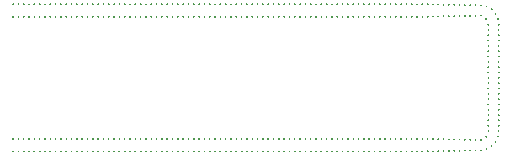
<source format=gbr>
G04 =======================================* 
G04 File Format: RS-274X * 
G04 Date:        May 24 2024 * 
G04 Time:        13:49:26 * 
G04 =======================================* 
G04 Format description *** 
G04 Code:          ASCII * 
G04 Unit:          Millimeter * 
G04 Coordinates:   Absolut * 
G04 Digits:        3.4-format * 
G04 Zeros skipped: Leading zeros omitted * 
G04 =======================================* 
%FSLAX34Y34*%
%MOMM*%
G90*
G71*
%LPD*%
G36*
G01X409062Y49290D02*
G01X409185Y49386D01*
G01X409286Y49506D01*
G01X409360Y49645D01*
G01X409403Y49795D01*
G01X409414Y49952D01*
G01X409392Y50107D01*
G01X409338Y50255D01*
G01X409255Y50387D01*
G01X409146Y50500D01*
G01X409016Y50588D01*
G01X408871Y50647D01*
G01X408717Y50674D01*
G01X408560Y50668D01*
G01X408408Y50631D01*
G01X408267Y50562D01*
G01X408143Y50465D01*
G01X408043Y50345D01*
G01X407969Y50207D01*
G01X407926Y50056D01*
G01X407915Y49900D01*
G01X407937Y49744D01*
G01X407990Y49597D01*
G01X408073Y49464D01*
G01X408182Y49351D01*
G01X408312Y49264D01*
G01X408458Y49205D01*
G01X408612Y49178D01*
G01X408769Y49183D01*
G01X408921Y49221D01*
G37*
%LPD*%
G36*
G01X409185Y-49386D02*
G01X409062Y-49290D01*
G01X408921Y-49221D01*
G01X408769Y-49183D01*
G01X408612Y-49178D01*
G01X408458Y-49205D01*
G01X408312Y-49264D01*
G01X408182Y-49351D01*
G01X408073Y-49464D01*
G01X407990Y-49597D01*
G01X407937Y-49744D01*
G01X407915Y-49900D01*
G01X407926Y-50056D01*
G01X407969Y-50207D01*
G01X408043Y-50345D01*
G01X408143Y-50465D01*
G01X408267Y-50562D01*
G01X408408Y-50631D01*
G01X408560Y-50668D01*
G01X408717Y-50674D01*
G01X408871Y-50647D01*
G01X409016Y-50588D01*
G01X409146Y-50500D01*
G01X409255Y-50387D01*
G01X409338Y-50255D01*
G01X409392Y-50107D01*
G01X409414Y-49952D01*
G01X409403Y-49795D01*
G01X409360Y-49645D01*
G01X409286Y-49506D01*
G37*
%LPD*%
G36*
G01X418641Y49040D02*
G01X418795Y49069D01*
G01X418940Y49129D01*
G01X419069Y49217D01*
G01X419177Y49331D01*
G01X419260Y49464D01*
G01X419312Y49612D01*
G01X419333Y49767D01*
G01X419321Y49924D01*
G01X419277Y50074D01*
G01X419202Y50212D01*
G01X419100Y50331D01*
G01X418976Y50427D01*
G01X418835Y50495D01*
G01X418682Y50532D01*
G01X418526Y50536D01*
G01X418371Y50508D01*
G01X418226Y50448D01*
G01X418097Y50359D01*
G01X417989Y50246D01*
G01X417907Y50112D01*
G01X417854Y49965D01*
G01X417834Y49809D01*
G01X417846Y49653D01*
G01X417890Y49502D01*
G01X417964Y49365D01*
G01X418066Y49245D01*
G01X418190Y49149D01*
G01X418332Y49082D01*
G01X418484Y49045D01*
G37*
%LPD*%
G36*
G01X418795Y-49069D02*
G01X418641Y-49040D01*
G01X418484Y-49045D01*
G01X418332Y-49082D01*
G01X418190Y-49149D01*
G01X418066Y-49245D01*
G01X417964Y-49365D01*
G01X417890Y-49502D01*
G01X417846Y-49653D01*
G01X417834Y-49809D01*
G01X417854Y-49965D01*
G01X417907Y-50112D01*
G01X417989Y-50246D01*
G01X418097Y-50359D01*
G01X418226Y-50448D01*
G01X418371Y-50508D01*
G01X418526Y-50536D01*
G01X418682Y-50532D01*
G01X418835Y-50495D01*
G01X418976Y-50427D01*
G01X419100Y-50331D01*
G01X419202Y-50212D01*
G01X419277Y-50074D01*
G01X419321Y-49924D01*
G01X419333Y-49767D01*
G01X419312Y-49612D01*
G01X419260Y-49464D01*
G01X419177Y-49331D01*
G01X419069Y-49217D01*
G01X418940Y-49129D01*
G37*
%LPD*%
G36*
G01X416880Y53628D02*
G01X417018Y53703D01*
G01X417136Y53806D01*
G01X417231Y53931D01*
G01X417298Y54072D01*
G01X417334Y54225D01*
G01X417337Y54382D01*
G01X417308Y54536D01*
G01X417247Y54680D01*
G01X417157Y54809D01*
G01X417043Y54916D01*
G01X416909Y54998D01*
G01X416761Y55049D01*
G01X416605Y55069D01*
G01X416449Y55056D01*
G01X416299Y55010D01*
G01X416162Y54935D01*
G01X416043Y54832D01*
G01X415948Y54708D01*
G01X415881Y54566D01*
G01X415846Y54413D01*
G01X415842Y54256D01*
G01X415872Y54102D01*
G01X415932Y53958D01*
G01X416022Y53829D01*
G01X416136Y53722D01*
G01X416270Y53640D01*
G01X416418Y53589D01*
G01X416574Y53569D01*
G01X416730Y53582D01*
G37*
%LPD*%
G36*
G01X417018Y-53703D02*
G01X416880Y-53628D01*
G01X416730Y-53582D01*
G01X416574Y-53569D01*
G01X416418Y-53589D01*
G01X416270Y-53640D01*
G01X416136Y-53722D01*
G01X416022Y-53829D01*
G01X415932Y-53958D01*
G01X415872Y-54102D01*
G01X415842Y-54256D01*
G01X415846Y-54413D01*
G01X415881Y-54566D01*
G01X415948Y-54708D01*
G01X416043Y-54832D01*
G01X416162Y-54935D01*
G01X416299Y-55010D01*
G01X416449Y-55056D01*
G01X416605Y-55069D01*
G01X416761Y-55049D01*
G01X416909Y-54998D01*
G01X417043Y-54916D01*
G01X417157Y-54809D01*
G01X417247Y-54680D01*
G01X417308Y-54536D01*
G01X417337Y-54382D01*
G01X417334Y-54225D01*
G01X417298Y-54072D01*
G01X417231Y-53931D01*
G01X417136Y-53806D01*
G37*
%LPD*%
G36*
G01X413869Y-57540D02*
G01X413762Y-57425D01*
G01X413634Y-57334D01*
G01X413490Y-57272D01*
G01X413336Y-57242D01*
G01X413179Y-57244D01*
G01X413026Y-57279D01*
G01X412884Y-57345D01*
G01X412758Y-57439D01*
G01X412655Y-57557D01*
G01X412579Y-57693D01*
G01X412532Y-57843D01*
G01X412518Y-57999D01*
G01X412537Y-58155D01*
G01X412587Y-58304D01*
G01X412667Y-58438D01*
G01X412774Y-58553D01*
G01X412902Y-58644D01*
G01X413046Y-58705D01*
G01X413200Y-58736D01*
G01X413357Y-58734D01*
G01X413510Y-58699D01*
G01X413652Y-58633D01*
G01X413778Y-58539D01*
G01X413881Y-58421D01*
G01X413957Y-58284D01*
G01X414004Y-58135D01*
G01X414018Y-57978D01*
G01X413999Y-57823D01*
G01X413949Y-57674D01*
G37*
%LPD*%
G36*
G01X413762Y57425D02*
G01X413869Y57540D01*
G01X413949Y57674D01*
G01X413999Y57823D01*
G01X414018Y57978D01*
G01X414004Y58135D01*
G01X413957Y58284D01*
G01X413881Y58421D01*
G01X413778Y58539D01*
G01X413652Y58633D01*
G01X413510Y58699D01*
G01X413357Y58734D01*
G01X413200Y58736D01*
G01X413046Y58705D01*
G01X412902Y58644D01*
G01X412774Y58553D01*
G01X412667Y58438D01*
G01X412587Y58304D01*
G01X412537Y58155D01*
G01X412518Y57999D01*
G01X412532Y57843D01*
G01X412579Y57693D01*
G01X412655Y57557D01*
G01X412758Y57439D01*
G01X412884Y57345D01*
G01X413026Y57279D01*
G01X413179Y57244D01*
G01X413336Y57242D01*
G01X413490Y57272D01*
G01X413634Y57334D01*
G37*
%LPD*%
G36*
G01X409669Y-60186D02*
G01X409605Y-60043D01*
G01X409512Y-59917D01*
G01X409394Y-59813D01*
G01X409258Y-59735D01*
G01X409108Y-59688D01*
G01X408952Y-59673D01*
G01X408797Y-59690D01*
G01X408648Y-59740D01*
G01X408513Y-59819D01*
G01X408397Y-59925D01*
G01X408306Y-60052D01*
G01X408243Y-60196D01*
G01X408211Y-60350D01*
G01X408212Y-60506D01*
G01X408246Y-60659D01*
G01X408311Y-60802D01*
G01X408404Y-60928D01*
G01X408521Y-61033D01*
G01X408657Y-61110D01*
G01X408807Y-61157D01*
G01X408963Y-61173D01*
G01X409119Y-61155D01*
G01X409268Y-61106D01*
G01X409403Y-61026D01*
G01X409519Y-60921D01*
G01X409610Y-60793D01*
G01X409673Y-60650D01*
G01X409704Y-60496D01*
G01X409703Y-60339D01*
G37*
%LPD*%
G36*
G01X409605Y60043D02*
G01X409669Y60186D01*
G01X409703Y60339D01*
G01X409704Y60496D01*
G01X409673Y60650D01*
G01X409610Y60793D01*
G01X409519Y60921D01*
G01X409403Y61026D01*
G01X409268Y61106D01*
G01X409119Y61155D01*
G01X408963Y61173D01*
G01X408807Y61157D01*
G01X408657Y61110D01*
G01X408521Y61033D01*
G01X408404Y60928D01*
G01X408311Y60802D01*
G01X408246Y60659D01*
G01X408212Y60506D01*
G01X408211Y60350D01*
G01X408243Y60196D01*
G01X408306Y60052D01*
G01X408397Y59925D01*
G01X408513Y59819D01*
G01X408648Y59740D01*
G01X408797Y59690D01*
G01X408952Y59673D01*
G01X409108Y59688D01*
G01X409258Y59735D01*
G01X409394Y59813D01*
G01X409512Y59917D01*
G37*
%LPD*%
G36*
G01X328333Y51544D02*
G01X328350Y51700D01*
G01X328333Y51855D01*
G01X328285Y52005D01*
G01X328206Y52140D01*
G01X328101Y52257D01*
G01X327975Y52349D01*
G01X327831Y52413D01*
G01X327678Y52445D01*
G01X327521Y52445D01*
G01X327368Y52413D01*
G01X327225Y52349D01*
G01X327098Y52257D01*
G01X326993Y52140D01*
G01X326914Y52005D01*
G01X326866Y51855D01*
G01X326850Y51700D01*
G01X326866Y51544D01*
G01X326914Y51394D01*
G01X326993Y51259D01*
G01X327098Y51142D01*
G01X327225Y51050D01*
G01X327368Y50986D01*
G01X327521Y50954D01*
G01X327678Y50954D01*
G01X327831Y50986D01*
G01X327975Y51050D01*
G01X328101Y51142D01*
G01X328206Y51259D01*
G01X328285Y51394D01*
G37*
%LPD*%
G36*
G01X328350Y-51700D02*
G01X328333Y-51544D01*
G01X328285Y-51394D01*
G01X328206Y-51259D01*
G01X328101Y-51142D01*
G01X327975Y-51050D01*
G01X327831Y-50986D01*
G01X327678Y-50954D01*
G01X327521Y-50954D01*
G01X327368Y-50986D01*
G01X327225Y-51050D01*
G01X327098Y-51142D01*
G01X326993Y-51259D01*
G01X326914Y-51394D01*
G01X326866Y-51544D01*
G01X326850Y-51700D01*
G01X326866Y-51855D01*
G01X326914Y-52005D01*
G01X326993Y-52140D01*
G01X327098Y-52257D01*
G01X327225Y-52349D01*
G01X327368Y-52413D01*
G01X327521Y-52445D01*
G01X327678Y-52445D01*
G01X327831Y-52413D01*
G01X327975Y-52349D01*
G01X328101Y-52257D01*
G01X328206Y-52140D01*
G01X328285Y-52005D01*
G01X328333Y-51855D01*
G37*
%LPD*%
G36*
G01X341850Y-51700D02*
G01X341833Y-51544D01*
G01X341785Y-51394D01*
G01X341706Y-51259D01*
G01X341601Y-51142D01*
G01X341475Y-51050D01*
G01X341331Y-50986D01*
G01X341178Y-50954D01*
G01X341021Y-50954D01*
G01X340868Y-50986D01*
G01X340725Y-51050D01*
G01X340598Y-51142D01*
G01X340493Y-51259D01*
G01X340414Y-51394D01*
G01X340366Y-51544D01*
G01X340350Y-51700D01*
G01X340366Y-51855D01*
G01X340414Y-52005D01*
G01X340493Y-52140D01*
G01X340598Y-52257D01*
G01X340725Y-52349D01*
G01X340868Y-52413D01*
G01X341021Y-52445D01*
G01X341178Y-52445D01*
G01X341331Y-52413D01*
G01X341475Y-52349D01*
G01X341601Y-52257D01*
G01X341706Y-52140D01*
G01X341785Y-52005D01*
G01X341833Y-51855D01*
G37*
%LPD*%
G36*
G01X341833Y51544D02*
G01X341850Y51700D01*
G01X341833Y51855D01*
G01X341785Y52005D01*
G01X341706Y52140D01*
G01X341601Y52257D01*
G01X341475Y52349D01*
G01X341331Y52413D01*
G01X341178Y52445D01*
G01X341021Y52445D01*
G01X340868Y52413D01*
G01X340725Y52349D01*
G01X340598Y52257D01*
G01X340493Y52140D01*
G01X340414Y52005D01*
G01X340366Y51855D01*
G01X340350Y51700D01*
G01X340366Y51544D01*
G01X340414Y51394D01*
G01X340493Y51259D01*
G01X340598Y51142D01*
G01X340725Y51050D01*
G01X340868Y50986D01*
G01X341021Y50954D01*
G01X341178Y50954D01*
G01X341331Y50986D01*
G01X341475Y51050D01*
G01X341601Y51142D01*
G01X341706Y51259D01*
G01X341785Y51394D01*
G37*
%LPD*%
G36*
G01X391350Y-52374D02*
G01X391333Y-52218D01*
G01X391285Y-52069D01*
G01X391206Y-51934D01*
G01X391101Y-51817D01*
G01X390975Y-51725D01*
G01X390831Y-51661D01*
G01X390678Y-51628D01*
G01X390521Y-51628D01*
G01X390368Y-51661D01*
G01X390225Y-51725D01*
G01X390098Y-51817D01*
G01X389993Y-51934D01*
G01X389914Y-52069D01*
G01X389866Y-52218D01*
G01X389850Y-52374D01*
G01X389866Y-52530D01*
G01X389914Y-52679D01*
G01X389993Y-52815D01*
G01X390098Y-52932D01*
G01X390225Y-53024D01*
G01X390368Y-53088D01*
G01X390521Y-53120D01*
G01X390678Y-53120D01*
G01X390831Y-53088D01*
G01X390975Y-53024D01*
G01X391101Y-52932D01*
G01X391206Y-52815D01*
G01X391285Y-52679D01*
G01X391333Y-52530D01*
G37*
%LPD*%
G36*
G01X373350Y-52037D02*
G01X373333Y-51881D01*
G01X373285Y-51732D01*
G01X373206Y-51596D01*
G01X373101Y-51480D01*
G01X372975Y-51387D01*
G01X372831Y-51324D01*
G01X372678Y-51291D01*
G01X372521Y-51291D01*
G01X372368Y-51324D01*
G01X372225Y-51387D01*
G01X372098Y-51480D01*
G01X371993Y-51596D01*
G01X371914Y-51732D01*
G01X371866Y-51881D01*
G01X371850Y-52037D01*
G01X371866Y-52193D01*
G01X371914Y-52342D01*
G01X371993Y-52478D01*
G01X372098Y-52594D01*
G01X372225Y-52686D01*
G01X372368Y-52750D01*
G01X372521Y-52783D01*
G01X372678Y-52783D01*
G01X372831Y-52750D01*
G01X372975Y-52686D01*
G01X373101Y-52594D01*
G01X373206Y-52478D01*
G01X373285Y-52342D01*
G01X373333Y-52193D01*
G37*
%LPD*%
G36*
G01X391333Y52218D02*
G01X391350Y52374D01*
G01X391333Y52530D01*
G01X391285Y52679D01*
G01X391206Y52815D01*
G01X391101Y52932D01*
G01X390975Y53024D01*
G01X390831Y53088D01*
G01X390678Y53120D01*
G01X390521Y53120D01*
G01X390368Y53088D01*
G01X390225Y53024D01*
G01X390098Y52932D01*
G01X389993Y52815D01*
G01X389914Y52679D01*
G01X389866Y52530D01*
G01X389850Y52374D01*
G01X389866Y52218D01*
G01X389914Y52069D01*
G01X389993Y51934D01*
G01X390098Y51817D01*
G01X390225Y51725D01*
G01X390368Y51661D01*
G01X390521Y51628D01*
G01X390678Y51628D01*
G01X390831Y51661D01*
G01X390975Y51725D01*
G01X391101Y51817D01*
G01X391206Y51934D01*
G01X391285Y52069D01*
G37*
%LPD*%
G36*
G01X373333Y51881D02*
G01X373350Y52037D01*
G01X373333Y52193D01*
G01X373285Y52342D01*
G01X373206Y52478D01*
G01X373101Y52594D01*
G01X372975Y52686D01*
G01X372831Y52750D01*
G01X372678Y52783D01*
G01X372521Y52783D01*
G01X372368Y52750D01*
G01X372225Y52686D01*
G01X372098Y52594D01*
G01X371993Y52478D01*
G01X371914Y52342D01*
G01X371866Y52193D01*
G01X371850Y52037D01*
G01X371866Y51881D01*
G01X371914Y51732D01*
G01X371993Y51596D01*
G01X372098Y51480D01*
G01X372225Y51387D01*
G01X372368Y51324D01*
G01X372521Y51291D01*
G01X372678Y51291D01*
G01X372831Y51324D01*
G01X372975Y51387D01*
G01X373101Y51480D01*
G01X373206Y51596D01*
G01X373285Y51732D01*
G37*
%LPD*%
G36*
G01X17850Y-51700D02*
G01X17833Y-51544D01*
G01X17785Y-51394D01*
G01X17706Y-51259D01*
G01X17601Y-51142D01*
G01X17475Y-51050D01*
G01X17331Y-50986D01*
G01X17178Y-50954D01*
G01X17021Y-50954D01*
G01X16868Y-50986D01*
G01X16725Y-51050D01*
G01X16598Y-51142D01*
G01X16493Y-51259D01*
G01X16414Y-51394D01*
G01X16366Y-51544D01*
G01X16350Y-51700D01*
G01X16366Y-51855D01*
G01X16414Y-52005D01*
G01X16493Y-52140D01*
G01X16598Y-52257D01*
G01X16725Y-52349D01*
G01X16868Y-52413D01*
G01X17021Y-52445D01*
G01X17178Y-52445D01*
G01X17331Y-52413D01*
G01X17475Y-52349D01*
G01X17601Y-52257D01*
G01X17706Y-52140D01*
G01X17785Y-52005D01*
G01X17833Y-51855D01*
G37*
%LPD*%
G36*
G01X17833Y51544D02*
G01X17850Y51700D01*
G01X17833Y51855D01*
G01X17785Y52005D01*
G01X17706Y52140D01*
G01X17601Y52257D01*
G01X17475Y52349D01*
G01X17331Y52413D01*
G01X17178Y52445D01*
G01X17021Y52445D01*
G01X16868Y52413D01*
G01X16725Y52349D01*
G01X16598Y52257D01*
G01X16493Y52140D01*
G01X16414Y52005D01*
G01X16366Y51855D01*
G01X16350Y51700D01*
G01X16366Y51544D01*
G01X16414Y51394D01*
G01X16493Y51259D01*
G01X16598Y51142D01*
G01X16725Y51050D01*
G01X16868Y50986D01*
G01X17021Y50954D01*
G01X17178Y50954D01*
G01X17331Y50986D01*
G01X17475Y51050D01*
G01X17601Y51142D01*
G01X17706Y51259D01*
G01X17785Y51394D01*
G37*
%LPD*%
G36*
G01X332833Y51544D02*
G01X332850Y51700D01*
G01X332833Y51855D01*
G01X332785Y52005D01*
G01X332706Y52140D01*
G01X332601Y52257D01*
G01X332475Y52349D01*
G01X332331Y52413D01*
G01X332178Y52445D01*
G01X332021Y52445D01*
G01X331868Y52413D01*
G01X331725Y52349D01*
G01X331598Y52257D01*
G01X331493Y52140D01*
G01X331414Y52005D01*
G01X331366Y51855D01*
G01X331350Y51700D01*
G01X331366Y51544D01*
G01X331414Y51394D01*
G01X331493Y51259D01*
G01X331598Y51142D01*
G01X331725Y51050D01*
G01X331868Y50986D01*
G01X332021Y50954D01*
G01X332178Y50954D01*
G01X332331Y50986D01*
G01X332475Y51050D01*
G01X332601Y51142D01*
G01X332706Y51259D01*
G01X332785Y51394D01*
G37*
%LPD*%
G36*
G01X44850Y-51700D02*
G01X44833Y-51544D01*
G01X44785Y-51394D01*
G01X44706Y-51259D01*
G01X44601Y-51142D01*
G01X44475Y-51050D01*
G01X44331Y-50986D01*
G01X44178Y-50954D01*
G01X44021Y-50954D01*
G01X43868Y-50986D01*
G01X43725Y-51050D01*
G01X43598Y-51142D01*
G01X43493Y-51259D01*
G01X43414Y-51394D01*
G01X43366Y-51544D01*
G01X43350Y-51700D01*
G01X43366Y-51855D01*
G01X43414Y-52005D01*
G01X43493Y-52140D01*
G01X43598Y-52257D01*
G01X43725Y-52349D01*
G01X43868Y-52413D01*
G01X44021Y-52445D01*
G01X44178Y-52445D01*
G01X44331Y-52413D01*
G01X44475Y-52349D01*
G01X44601Y-52257D01*
G01X44706Y-52140D01*
G01X44785Y-52005D01*
G01X44833Y-51855D01*
G37*
%LPD*%
G36*
G01X220350Y-51700D02*
G01X220333Y-51544D01*
G01X220285Y-51394D01*
G01X220206Y-51259D01*
G01X220101Y-51142D01*
G01X219975Y-51050D01*
G01X219831Y-50986D01*
G01X219678Y-50954D01*
G01X219521Y-50954D01*
G01X219368Y-50986D01*
G01X219225Y-51050D01*
G01X219098Y-51142D01*
G01X218993Y-51259D01*
G01X218914Y-51394D01*
G01X218866Y-51544D01*
G01X218850Y-51700D01*
G01X218866Y-51855D01*
G01X218914Y-52005D01*
G01X218993Y-52140D01*
G01X219098Y-52257D01*
G01X219225Y-52349D01*
G01X219368Y-52413D01*
G01X219521Y-52445D01*
G01X219678Y-52445D01*
G01X219831Y-52413D01*
G01X219975Y-52349D01*
G01X220101Y-52257D01*
G01X220206Y-52140D01*
G01X220285Y-52005D01*
G01X220333Y-51855D01*
G37*
%LPD*%
G36*
G01X202333Y51544D02*
G01X202350Y51700D01*
G01X202333Y51855D01*
G01X202285Y52005D01*
G01X202206Y52140D01*
G01X202101Y52257D01*
G01X201975Y52349D01*
G01X201831Y52413D01*
G01X201678Y52445D01*
G01X201521Y52445D01*
G01X201368Y52413D01*
G01X201225Y52349D01*
G01X201098Y52257D01*
G01X200993Y52140D01*
G01X200914Y52005D01*
G01X200866Y51855D01*
G01X200850Y51700D01*
G01X200866Y51544D01*
G01X200914Y51394D01*
G01X200993Y51259D01*
G01X201098Y51142D01*
G01X201225Y51050D01*
G01X201368Y50986D01*
G01X201521Y50954D01*
G01X201678Y50954D01*
G01X201831Y50986D01*
G01X201975Y51050D01*
G01X202101Y51142D01*
G01X202206Y51259D01*
G01X202285Y51394D01*
G37*
%LPD*%
G36*
G01X355350Y-51700D02*
G01X355333Y-51544D01*
G01X355285Y-51394D01*
G01X355206Y-51259D01*
G01X355101Y-51142D01*
G01X354975Y-51050D01*
G01X354831Y-50986D01*
G01X354678Y-50954D01*
G01X354521Y-50954D01*
G01X354368Y-50986D01*
G01X354225Y-51050D01*
G01X354098Y-51142D01*
G01X353993Y-51259D01*
G01X353914Y-51394D01*
G01X353866Y-51544D01*
G01X353850Y-51700D01*
G01X353866Y-51855D01*
G01X353914Y-52005D01*
G01X353993Y-52140D01*
G01X354098Y-52257D01*
G01X354225Y-52349D01*
G01X354368Y-52413D01*
G01X354521Y-52445D01*
G01X354678Y-52445D01*
G01X354831Y-52413D01*
G01X354975Y-52349D01*
G01X355101Y-52257D01*
G01X355206Y-52140D01*
G01X355285Y-52005D01*
G01X355333Y-51855D01*
G37*
%LPD*%
G36*
G01X395850Y-52459D02*
G01X395833Y-52303D01*
G01X395785Y-52154D01*
G01X395706Y-52018D01*
G01X395601Y-51901D01*
G01X395475Y-51809D01*
G01X395331Y-51745D01*
G01X395178Y-51713D01*
G01X395021Y-51713D01*
G01X394868Y-51745D01*
G01X394725Y-51809D01*
G01X394598Y-51901D01*
G01X394493Y-52018D01*
G01X394414Y-52154D01*
G01X394366Y-52303D01*
G01X394350Y-52459D01*
G01X394366Y-52615D01*
G01X394414Y-52764D01*
G01X394493Y-52900D01*
G01X394598Y-53016D01*
G01X394725Y-53108D01*
G01X394868Y-53172D01*
G01X395021Y-53205D01*
G01X395178Y-53205D01*
G01X395331Y-53172D01*
G01X395475Y-53108D01*
G01X395601Y-53016D01*
G01X395706Y-52900D01*
G01X395785Y-52764D01*
G01X395833Y-52615D01*
G37*
%LPD*%
G36*
G01X166350Y-51700D02*
G01X166333Y-51544D01*
G01X166285Y-51394D01*
G01X166206Y-51259D01*
G01X166101Y-51142D01*
G01X165975Y-51050D01*
G01X165831Y-50986D01*
G01X165678Y-50954D01*
G01X165521Y-50954D01*
G01X165368Y-50986D01*
G01X165225Y-51050D01*
G01X165098Y-51142D01*
G01X164993Y-51259D01*
G01X164914Y-51394D01*
G01X164866Y-51544D01*
G01X164850Y-51700D01*
G01X164866Y-51855D01*
G01X164914Y-52005D01*
G01X164993Y-52140D01*
G01X165098Y-52257D01*
G01X165225Y-52349D01*
G01X165368Y-52413D01*
G01X165521Y-52445D01*
G01X165678Y-52445D01*
G01X165831Y-52413D01*
G01X165975Y-52349D01*
G01X166101Y-52257D01*
G01X166206Y-52140D01*
G01X166285Y-52005D01*
G01X166333Y-51855D01*
G37*
%LPD*%
G36*
G01X220333Y51544D02*
G01X220350Y51700D01*
G01X220333Y51855D01*
G01X220285Y52005D01*
G01X220206Y52140D01*
G01X220101Y52257D01*
G01X219975Y52349D01*
G01X219831Y52413D01*
G01X219678Y52445D01*
G01X219521Y52445D01*
G01X219368Y52413D01*
G01X219225Y52349D01*
G01X219098Y52257D01*
G01X218993Y52140D01*
G01X218914Y52005D01*
G01X218866Y51855D01*
G01X218850Y51700D01*
G01X218866Y51544D01*
G01X218914Y51394D01*
G01X218993Y51259D01*
G01X219098Y51142D01*
G01X219225Y51050D01*
G01X219368Y50986D01*
G01X219521Y50954D01*
G01X219678Y50954D01*
G01X219831Y50986D01*
G01X219975Y51050D01*
G01X220101Y51142D01*
G01X220206Y51259D01*
G01X220285Y51394D01*
G37*
%LPD*%
G36*
G01X224833Y51544D02*
G01X224850Y51700D01*
G01X224833Y51855D01*
G01X224785Y52005D01*
G01X224706Y52140D01*
G01X224601Y52257D01*
G01X224475Y52349D01*
G01X224331Y52413D01*
G01X224178Y52445D01*
G01X224021Y52445D01*
G01X223868Y52413D01*
G01X223725Y52349D01*
G01X223598Y52257D01*
G01X223493Y52140D01*
G01X223414Y52005D01*
G01X223366Y51855D01*
G01X223350Y51700D01*
G01X223366Y51544D01*
G01X223414Y51394D01*
G01X223493Y51259D01*
G01X223598Y51142D01*
G01X223725Y51050D01*
G01X223868Y50986D01*
G01X224021Y50954D01*
G01X224178Y50954D01*
G01X224331Y50986D01*
G01X224475Y51050D01*
G01X224601Y51142D01*
G01X224706Y51259D01*
G01X224785Y51394D01*
G37*
%LPD*%
G36*
G01X274333Y51544D02*
G01X274350Y51700D01*
G01X274333Y51855D01*
G01X274285Y52005D01*
G01X274206Y52140D01*
G01X274101Y52257D01*
G01X273975Y52349D01*
G01X273831Y52413D01*
G01X273678Y52445D01*
G01X273521Y52445D01*
G01X273368Y52413D01*
G01X273225Y52349D01*
G01X273098Y52257D01*
G01X272993Y52140D01*
G01X272914Y52005D01*
G01X272866Y51855D01*
G01X272850Y51700D01*
G01X272866Y51544D01*
G01X272914Y51394D01*
G01X272993Y51259D01*
G01X273098Y51142D01*
G01X273225Y51050D01*
G01X273368Y50986D01*
G01X273521Y50954D01*
G01X273678Y50954D01*
G01X273831Y50986D01*
G01X273975Y51050D01*
G01X274101Y51142D01*
G01X274206Y51259D01*
G01X274285Y51394D01*
G37*
%LPD*%
G36*
G01X350850Y-51700D02*
G01X350833Y-51544D01*
G01X350785Y-51394D01*
G01X350706Y-51259D01*
G01X350601Y-51142D01*
G01X350475Y-51050D01*
G01X350331Y-50986D01*
G01X350178Y-50954D01*
G01X350021Y-50954D01*
G01X349868Y-50986D01*
G01X349725Y-51050D01*
G01X349598Y-51142D01*
G01X349493Y-51259D01*
G01X349414Y-51394D01*
G01X349366Y-51544D01*
G01X349350Y-51700D01*
G01X349366Y-51855D01*
G01X349414Y-52005D01*
G01X349493Y-52140D01*
G01X349598Y-52257D01*
G01X349725Y-52349D01*
G01X349868Y-52413D01*
G01X350021Y-52445D01*
G01X350178Y-52445D01*
G01X350331Y-52413D01*
G01X350475Y-52349D01*
G01X350601Y-52257D01*
G01X350706Y-52140D01*
G01X350785Y-52005D01*
G01X350833Y-51855D01*
G37*
%LPD*%
G36*
G01X224850Y-51700D02*
G01X224833Y-51544D01*
G01X224785Y-51394D01*
G01X224706Y-51259D01*
G01X224601Y-51142D01*
G01X224475Y-51050D01*
G01X224331Y-50986D01*
G01X224178Y-50954D01*
G01X224021Y-50954D01*
G01X223868Y-50986D01*
G01X223725Y-51050D01*
G01X223598Y-51142D01*
G01X223493Y-51259D01*
G01X223414Y-51394D01*
G01X223366Y-51544D01*
G01X223350Y-51700D01*
G01X223366Y-51855D01*
G01X223414Y-52005D01*
G01X223493Y-52140D01*
G01X223598Y-52257D01*
G01X223725Y-52349D01*
G01X223868Y-52413D01*
G01X224021Y-52445D01*
G01X224178Y-52445D01*
G01X224331Y-52413D01*
G01X224475Y-52349D01*
G01X224601Y-52257D01*
G01X224706Y-52140D01*
G01X224785Y-52005D01*
G01X224833Y-51855D01*
G37*
%LPD*%
G36*
G01X332850Y-51700D02*
G01X332833Y-51544D01*
G01X332785Y-51394D01*
G01X332706Y-51259D01*
G01X332601Y-51142D01*
G01X332475Y-51050D01*
G01X332331Y-50986D01*
G01X332178Y-50954D01*
G01X332021Y-50954D01*
G01X331868Y-50986D01*
G01X331725Y-51050D01*
G01X331598Y-51142D01*
G01X331493Y-51259D01*
G01X331414Y-51394D01*
G01X331366Y-51544D01*
G01X331350Y-51700D01*
G01X331366Y-51855D01*
G01X331414Y-52005D01*
G01X331493Y-52140D01*
G01X331598Y-52257D01*
G01X331725Y-52349D01*
G01X331868Y-52413D01*
G01X332021Y-52445D01*
G01X332178Y-52445D01*
G01X332331Y-52413D01*
G01X332475Y-52349D01*
G01X332601Y-52257D01*
G01X332706Y-52140D01*
G01X332785Y-52005D01*
G01X332833Y-51855D01*
G37*
%LPD*%
G36*
G01X359850Y-51784D02*
G01X359833Y-51628D01*
G01X359785Y-51479D01*
G01X359706Y-51343D01*
G01X359601Y-51227D01*
G01X359475Y-51134D01*
G01X359331Y-51071D01*
G01X359178Y-51038D01*
G01X359021Y-51038D01*
G01X358868Y-51071D01*
G01X358725Y-51134D01*
G01X358598Y-51227D01*
G01X358493Y-51343D01*
G01X358414Y-51479D01*
G01X358366Y-51628D01*
G01X358350Y-51784D01*
G01X358366Y-51940D01*
G01X358414Y-52089D01*
G01X358493Y-52225D01*
G01X358598Y-52341D01*
G01X358725Y-52433D01*
G01X358868Y-52497D01*
G01X359021Y-52530D01*
G01X359178Y-52530D01*
G01X359331Y-52497D01*
G01X359475Y-52433D01*
G01X359601Y-52341D01*
G01X359706Y-52225D01*
G01X359785Y-52089D01*
G01X359833Y-51940D01*
G37*
%LPD*%
G36*
G01X350833Y51544D02*
G01X350850Y51700D01*
G01X350833Y51855D01*
G01X350785Y52005D01*
G01X350706Y52140D01*
G01X350601Y52257D01*
G01X350475Y52349D01*
G01X350331Y52413D01*
G01X350178Y52445D01*
G01X350021Y52445D01*
G01X349868Y52413D01*
G01X349725Y52349D01*
G01X349598Y52257D01*
G01X349493Y52140D01*
G01X349414Y52005D01*
G01X349366Y51855D01*
G01X349350Y51700D01*
G01X349366Y51544D01*
G01X349414Y51394D01*
G01X349493Y51259D01*
G01X349598Y51142D01*
G01X349725Y51050D01*
G01X349868Y50986D01*
G01X350021Y50954D01*
G01X350178Y50954D01*
G01X350331Y50986D01*
G01X350475Y51050D01*
G01X350601Y51142D01*
G01X350706Y51259D01*
G01X350785Y51394D01*
G37*
%LPD*%
G36*
G01X44833Y51544D02*
G01X44850Y51700D01*
G01X44833Y51855D01*
G01X44785Y52005D01*
G01X44706Y52140D01*
G01X44601Y52257D01*
G01X44475Y52349D01*
G01X44331Y52413D01*
G01X44178Y52445D01*
G01X44021Y52445D01*
G01X43868Y52413D01*
G01X43725Y52349D01*
G01X43598Y52257D01*
G01X43493Y52140D01*
G01X43414Y52005D01*
G01X43366Y51855D01*
G01X43350Y51700D01*
G01X43366Y51544D01*
G01X43414Y51394D01*
G01X43493Y51259D01*
G01X43598Y51142D01*
G01X43725Y51050D01*
G01X43868Y50986D01*
G01X44021Y50954D01*
G01X44178Y50954D01*
G01X44331Y50986D01*
G01X44475Y51050D01*
G01X44601Y51142D01*
G01X44706Y51259D01*
G01X44785Y51394D01*
G37*
%LPD*%
G36*
G01X166333Y51544D02*
G01X166350Y51700D01*
G01X166333Y51855D01*
G01X166285Y52005D01*
G01X166206Y52140D01*
G01X166101Y52257D01*
G01X165975Y52349D01*
G01X165831Y52413D01*
G01X165678Y52445D01*
G01X165521Y52445D01*
G01X165368Y52413D01*
G01X165225Y52349D01*
G01X165098Y52257D01*
G01X164993Y52140D01*
G01X164914Y52005D01*
G01X164866Y51855D01*
G01X164850Y51700D01*
G01X164866Y51544D01*
G01X164914Y51394D01*
G01X164993Y51259D01*
G01X165098Y51142D01*
G01X165225Y51050D01*
G01X165368Y50986D01*
G01X165521Y50954D01*
G01X165678Y50954D01*
G01X165831Y50986D01*
G01X165975Y51050D01*
G01X166101Y51142D01*
G01X166206Y51259D01*
G01X166285Y51394D01*
G37*
%LPD*%
G36*
G01X355333Y51544D02*
G01X355350Y51700D01*
G01X355333Y51855D01*
G01X355285Y52005D01*
G01X355206Y52140D01*
G01X355101Y52257D01*
G01X354975Y52349D01*
G01X354831Y52413D01*
G01X354678Y52445D01*
G01X354521Y52445D01*
G01X354368Y52413D01*
G01X354225Y52349D01*
G01X354098Y52257D01*
G01X353993Y52140D01*
G01X353914Y52005D01*
G01X353866Y51855D01*
G01X353850Y51700D01*
G01X353866Y51544D01*
G01X353914Y51394D01*
G01X353993Y51259D01*
G01X354098Y51142D01*
G01X354225Y51050D01*
G01X354368Y50986D01*
G01X354521Y50954D01*
G01X354678Y50954D01*
G01X354831Y50986D01*
G01X354975Y51050D01*
G01X355101Y51142D01*
G01X355206Y51259D01*
G01X355285Y51394D01*
G37*
%LPD*%
G36*
G01X202350Y-51700D02*
G01X202333Y-51544D01*
G01X202285Y-51394D01*
G01X202206Y-51259D01*
G01X202101Y-51142D01*
G01X201975Y-51050D01*
G01X201831Y-50986D01*
G01X201678Y-50954D01*
G01X201521Y-50954D01*
G01X201368Y-50986D01*
G01X201225Y-51050D01*
G01X201098Y-51142D01*
G01X200993Y-51259D01*
G01X200914Y-51394D01*
G01X200866Y-51544D01*
G01X200850Y-51700D01*
G01X200866Y-51855D01*
G01X200914Y-52005D01*
G01X200993Y-52140D01*
G01X201098Y-52257D01*
G01X201225Y-52349D01*
G01X201368Y-52413D01*
G01X201521Y-52445D01*
G01X201678Y-52445D01*
G01X201831Y-52413D01*
G01X201975Y-52349D01*
G01X202101Y-52257D01*
G01X202206Y-52140D01*
G01X202285Y-52005D01*
G01X202333Y-51855D01*
G37*
%LPD*%
G36*
G01X395833Y52303D02*
G01X395850Y52459D01*
G01X395833Y52615D01*
G01X395785Y52764D01*
G01X395706Y52900D01*
G01X395601Y53016D01*
G01X395475Y53108D01*
G01X395331Y53172D01*
G01X395178Y53205D01*
G01X395021Y53205D01*
G01X394868Y53172D01*
G01X394725Y53108D01*
G01X394598Y53016D01*
G01X394493Y52900D01*
G01X394414Y52764D01*
G01X394366Y52615D01*
G01X394350Y52459D01*
G01X394366Y52303D01*
G01X394414Y52154D01*
G01X394493Y52018D01*
G01X394598Y51901D01*
G01X394725Y51809D01*
G01X394868Y51745D01*
G01X395021Y51713D01*
G01X395178Y51713D01*
G01X395331Y51745D01*
G01X395475Y51809D01*
G01X395601Y51901D01*
G01X395706Y52018D01*
G01X395785Y52154D01*
G37*
%LPD*%
G36*
G01X386833Y52134D02*
G01X386850Y52290D01*
G01X386833Y52446D01*
G01X386785Y52595D01*
G01X386706Y52731D01*
G01X386601Y52847D01*
G01X386475Y52940D01*
G01X386331Y53003D01*
G01X386178Y53036D01*
G01X386021Y53036D01*
G01X385868Y53003D01*
G01X385725Y52940D01*
G01X385598Y52847D01*
G01X385493Y52731D01*
G01X385414Y52595D01*
G01X385366Y52446D01*
G01X385350Y52290D01*
G01X385366Y52134D01*
G01X385414Y51985D01*
G01X385493Y51849D01*
G01X385598Y51733D01*
G01X385725Y51641D01*
G01X385868Y51577D01*
G01X386021Y51544D01*
G01X386178Y51544D01*
G01X386331Y51577D01*
G01X386475Y51641D01*
G01X386601Y51733D01*
G01X386706Y51849D01*
G01X386785Y51985D01*
G37*
%LPD*%
G36*
G01X386850Y-52290D02*
G01X386833Y-52134D01*
G01X386785Y-51985D01*
G01X386706Y-51849D01*
G01X386601Y-51733D01*
G01X386475Y-51641D01*
G01X386331Y-51577D01*
G01X386178Y-51544D01*
G01X386021Y-51544D01*
G01X385868Y-51577D01*
G01X385725Y-51641D01*
G01X385598Y-51733D01*
G01X385493Y-51849D01*
G01X385414Y-51985D01*
G01X385366Y-52134D01*
G01X385350Y-52290D01*
G01X385366Y-52446D01*
G01X385414Y-52595D01*
G01X385493Y-52731D01*
G01X385598Y-52847D01*
G01X385725Y-52940D01*
G01X385868Y-53003D01*
G01X386021Y-53036D01*
G01X386178Y-53036D01*
G01X386331Y-53003D01*
G01X386475Y-52940D01*
G01X386601Y-52847D01*
G01X386706Y-52731D01*
G01X386785Y-52595D01*
G01X386833Y-52446D01*
G37*
%LPD*%
G36*
G01X359833Y51628D02*
G01X359850Y51784D01*
G01X359833Y51940D01*
G01X359785Y52089D01*
G01X359706Y52225D01*
G01X359601Y52341D01*
G01X359475Y52433D01*
G01X359331Y52497D01*
G01X359178Y52530D01*
G01X359021Y52530D01*
G01X358868Y52497D01*
G01X358725Y52433D01*
G01X358598Y52341D01*
G01X358493Y52225D01*
G01X358414Y52089D01*
G01X358366Y51940D01*
G01X358350Y51784D01*
G01X358366Y51628D01*
G01X358414Y51479D01*
G01X358493Y51343D01*
G01X358598Y51227D01*
G01X358725Y51134D01*
G01X358868Y51071D01*
G01X359021Y51038D01*
G01X359178Y51038D01*
G01X359331Y51071D01*
G01X359475Y51134D01*
G01X359601Y51227D01*
G01X359706Y51343D01*
G01X359785Y51479D01*
G37*
%LPD*%
G36*
G01X274350Y-51700D02*
G01X274333Y-51544D01*
G01X274285Y-51394D01*
G01X274206Y-51259D01*
G01X274101Y-51142D01*
G01X273975Y-51050D01*
G01X273831Y-50986D01*
G01X273678Y-50954D01*
G01X273521Y-50954D01*
G01X273368Y-50986D01*
G01X273225Y-51050D01*
G01X273098Y-51142D01*
G01X272993Y-51259D01*
G01X272914Y-51394D01*
G01X272866Y-51544D01*
G01X272850Y-51700D01*
G01X272866Y-51855D01*
G01X272914Y-52005D01*
G01X272993Y-52140D01*
G01X273098Y-52257D01*
G01X273225Y-52349D01*
G01X273368Y-52413D01*
G01X273521Y-52445D01*
G01X273678Y-52445D01*
G01X273831Y-52413D01*
G01X273975Y-52349D01*
G01X274101Y-52257D01*
G01X274206Y-52140D01*
G01X274285Y-52005D01*
G01X274333Y-51855D01*
G37*
%LPD*%
G36*
G01X26833Y51544D02*
G01X26850Y51700D01*
G01X26833Y51855D01*
G01X26785Y52005D01*
G01X26706Y52140D01*
G01X26601Y52257D01*
G01X26475Y52349D01*
G01X26331Y52413D01*
G01X26178Y52445D01*
G01X26021Y52445D01*
G01X25868Y52413D01*
G01X25725Y52349D01*
G01X25598Y52257D01*
G01X25493Y52140D01*
G01X25414Y52005D01*
G01X25366Y51855D01*
G01X25350Y51700D01*
G01X25366Y51544D01*
G01X25414Y51394D01*
G01X25493Y51259D01*
G01X25598Y51142D01*
G01X25725Y51050D01*
G01X25868Y50986D01*
G01X26021Y50954D01*
G01X26178Y50954D01*
G01X26331Y50986D01*
G01X26475Y51050D01*
G01X26601Y51142D01*
G01X26706Y51259D01*
G01X26785Y51394D01*
G37*
%LPD*%
G36*
G01X26850Y-51700D02*
G01X26833Y-51544D01*
G01X26785Y-51394D01*
G01X26706Y-51259D01*
G01X26601Y-51142D01*
G01X26475Y-51050D01*
G01X26331Y-50986D01*
G01X26178Y-50954D01*
G01X26021Y-50954D01*
G01X25868Y-50986D01*
G01X25725Y-51050D01*
G01X25598Y-51142D01*
G01X25493Y-51259D01*
G01X25414Y-51394D01*
G01X25366Y-51544D01*
G01X25350Y-51700D01*
G01X25366Y-51855D01*
G01X25414Y-52005D01*
G01X25493Y-52140D01*
G01X25598Y-52257D01*
G01X25725Y-52349D01*
G01X25868Y-52413D01*
G01X26021Y-52445D01*
G01X26178Y-52445D01*
G01X26331Y-52413D01*
G01X26475Y-52349D01*
G01X26601Y-52257D01*
G01X26706Y-52140D01*
G01X26785Y-52005D01*
G01X26833Y-51855D01*
G37*
%LPD*%
G36*
G01X188833Y51544D02*
G01X188850Y51700D01*
G01X188833Y51855D01*
G01X188785Y52005D01*
G01X188706Y52140D01*
G01X188601Y52257D01*
G01X188475Y52349D01*
G01X188331Y52413D01*
G01X188178Y52445D01*
G01X188021Y52445D01*
G01X187868Y52413D01*
G01X187725Y52349D01*
G01X187598Y52257D01*
G01X187493Y52140D01*
G01X187414Y52005D01*
G01X187366Y51855D01*
G01X187350Y51700D01*
G01X187366Y51544D01*
G01X187414Y51394D01*
G01X187493Y51259D01*
G01X187598Y51142D01*
G01X187725Y51050D01*
G01X187868Y50986D01*
G01X188021Y50954D01*
G01X188178Y50954D01*
G01X188331Y50986D01*
G01X188475Y51050D01*
G01X188601Y51142D01*
G01X188706Y51259D01*
G01X188785Y51394D01*
G37*
%LPD*%
G36*
G01X368833Y51797D02*
G01X368850Y51953D01*
G01X368833Y52109D01*
G01X368785Y52258D01*
G01X368706Y52393D01*
G01X368601Y52510D01*
G01X368475Y52602D01*
G01X368331Y52666D01*
G01X368178Y52698D01*
G01X368021Y52698D01*
G01X367868Y52666D01*
G01X367725Y52602D01*
G01X367598Y52510D01*
G01X367493Y52393D01*
G01X367414Y52258D01*
G01X367366Y52109D01*
G01X367350Y51953D01*
G01X367366Y51797D01*
G01X367414Y51648D01*
G01X367493Y51512D01*
G01X367598Y51395D01*
G01X367725Y51303D01*
G01X367868Y51239D01*
G01X368021Y51207D01*
G01X368178Y51207D01*
G01X368331Y51239D01*
G01X368475Y51303D01*
G01X368601Y51395D01*
G01X368706Y51512D01*
G01X368785Y51648D01*
G37*
%LPD*%
G36*
G01X193333Y51544D02*
G01X193350Y51700D01*
G01X193333Y51855D01*
G01X193285Y52005D01*
G01X193206Y52140D01*
G01X193101Y52257D01*
G01X192975Y52349D01*
G01X192831Y52413D01*
G01X192678Y52445D01*
G01X192521Y52445D01*
G01X192368Y52413D01*
G01X192225Y52349D01*
G01X192098Y52257D01*
G01X191993Y52140D01*
G01X191914Y52005D01*
G01X191866Y51855D01*
G01X191850Y51700D01*
G01X191866Y51544D01*
G01X191914Y51394D01*
G01X191993Y51259D01*
G01X192098Y51142D01*
G01X192225Y51050D01*
G01X192368Y50986D01*
G01X192521Y50954D01*
G01X192678Y50954D01*
G01X192831Y50986D01*
G01X192975Y51050D01*
G01X193101Y51142D01*
G01X193206Y51259D01*
G01X193285Y51394D01*
G37*
%LPD*%
G36*
G01X184333Y51544D02*
G01X184350Y51700D01*
G01X184333Y51855D01*
G01X184285Y52005D01*
G01X184206Y52140D01*
G01X184101Y52257D01*
G01X183975Y52349D01*
G01X183831Y52413D01*
G01X183678Y52445D01*
G01X183521Y52445D01*
G01X183368Y52413D01*
G01X183225Y52349D01*
G01X183098Y52257D01*
G01X182993Y52140D01*
G01X182914Y52005D01*
G01X182866Y51855D01*
G01X182850Y51700D01*
G01X182866Y51544D01*
G01X182914Y51394D01*
G01X182993Y51259D01*
G01X183098Y51142D01*
G01X183225Y51050D01*
G01X183368Y50986D01*
G01X183521Y50954D01*
G01X183678Y50954D01*
G01X183831Y50986D01*
G01X183975Y51050D01*
G01X184101Y51142D01*
G01X184206Y51259D01*
G01X184285Y51394D01*
G37*
%LPD*%
G36*
G01X346333Y51544D02*
G01X346350Y51700D01*
G01X346333Y51855D01*
G01X346285Y52005D01*
G01X346206Y52140D01*
G01X346101Y52257D01*
G01X345975Y52349D01*
G01X345831Y52413D01*
G01X345678Y52445D01*
G01X345521Y52445D01*
G01X345368Y52413D01*
G01X345225Y52349D01*
G01X345098Y52257D01*
G01X344993Y52140D01*
G01X344914Y52005D01*
G01X344866Y51855D01*
G01X344850Y51700D01*
G01X344866Y51544D01*
G01X344914Y51394D01*
G01X344993Y51259D01*
G01X345098Y51142D01*
G01X345225Y51050D01*
G01X345368Y50986D01*
G01X345521Y50954D01*
G01X345678Y50954D01*
G01X345831Y50986D01*
G01X345975Y51050D01*
G01X346101Y51142D01*
G01X346206Y51259D01*
G01X346285Y51394D01*
G37*
%LPD*%
G36*
G01X377850Y-52121D02*
G01X377833Y-51965D01*
G01X377785Y-51816D01*
G01X377706Y-51680D01*
G01X377601Y-51564D01*
G01X377475Y-51472D01*
G01X377331Y-51408D01*
G01X377178Y-51375D01*
G01X377021Y-51375D01*
G01X376868Y-51408D01*
G01X376725Y-51472D01*
G01X376598Y-51564D01*
G01X376493Y-51680D01*
G01X376414Y-51816D01*
G01X376366Y-51965D01*
G01X376350Y-52121D01*
G01X376366Y-52277D01*
G01X376414Y-52426D01*
G01X376493Y-52562D01*
G01X376598Y-52679D01*
G01X376725Y-52771D01*
G01X376868Y-52835D01*
G01X377021Y-52867D01*
G01X377178Y-52867D01*
G01X377331Y-52835D01*
G01X377475Y-52771D01*
G01X377601Y-52679D01*
G01X377706Y-52562D01*
G01X377785Y-52426D01*
G01X377833Y-52277D01*
G37*
%LPD*%
G36*
G01X314833Y51544D02*
G01X314850Y51700D01*
G01X314833Y51855D01*
G01X314785Y52005D01*
G01X314706Y52140D01*
G01X314601Y52257D01*
G01X314475Y52349D01*
G01X314331Y52413D01*
G01X314178Y52445D01*
G01X314021Y52445D01*
G01X313868Y52413D01*
G01X313725Y52349D01*
G01X313598Y52257D01*
G01X313493Y52140D01*
G01X313414Y52005D01*
G01X313366Y51855D01*
G01X313350Y51700D01*
G01X313366Y51544D01*
G01X313414Y51394D01*
G01X313493Y51259D01*
G01X313598Y51142D01*
G01X313725Y51050D01*
G01X313868Y50986D01*
G01X314021Y50954D01*
G01X314178Y50954D01*
G01X314331Y50986D01*
G01X314475Y51050D01*
G01X314601Y51142D01*
G01X314706Y51259D01*
G01X314785Y51394D01*
G37*
%LPD*%
G36*
G01X305833Y51544D02*
G01X305850Y51700D01*
G01X305833Y51855D01*
G01X305785Y52005D01*
G01X305706Y52140D01*
G01X305601Y52257D01*
G01X305475Y52349D01*
G01X305331Y52413D01*
G01X305178Y52445D01*
G01X305021Y52445D01*
G01X304868Y52413D01*
G01X304725Y52349D01*
G01X304598Y52257D01*
G01X304493Y52140D01*
G01X304414Y52005D01*
G01X304366Y51855D01*
G01X304350Y51700D01*
G01X304366Y51544D01*
G01X304414Y51394D01*
G01X304493Y51259D01*
G01X304598Y51142D01*
G01X304725Y51050D01*
G01X304868Y50986D01*
G01X305021Y50954D01*
G01X305178Y50954D01*
G01X305331Y50986D01*
G01X305475Y51050D01*
G01X305601Y51142D01*
G01X305706Y51259D01*
G01X305785Y51394D01*
G37*
%LPD*%
G36*
G01X400333Y52387D02*
G01X400350Y52543D01*
G01X400333Y52699D01*
G01X400285Y52848D01*
G01X400206Y52984D01*
G01X400101Y53100D01*
G01X399975Y53193D01*
G01X399831Y53256D01*
G01X399678Y53289D01*
G01X399521Y53289D01*
G01X399368Y53256D01*
G01X399225Y53193D01*
G01X399098Y53100D01*
G01X398993Y52984D01*
G01X398914Y52848D01*
G01X398866Y52699D01*
G01X398850Y52543D01*
G01X398866Y52387D01*
G01X398914Y52238D01*
G01X398993Y52102D01*
G01X399098Y51986D01*
G01X399225Y51894D01*
G01X399368Y51830D01*
G01X399521Y51797D01*
G01X399678Y51797D01*
G01X399831Y51830D01*
G01X399975Y51894D01*
G01X400101Y51986D01*
G01X400206Y52102D01*
G01X400285Y52238D01*
G37*
%LPD*%
G36*
G01X404833Y52472D02*
G01X404850Y52627D01*
G01X404833Y52783D01*
G01X404785Y52933D01*
G01X404706Y53068D01*
G01X404601Y53185D01*
G01X404475Y53277D01*
G01X404331Y53341D01*
G01X404178Y53373D01*
G01X404021Y53373D01*
G01X403868Y53341D01*
G01X403725Y53277D01*
G01X403598Y53185D01*
G01X403493Y53068D01*
G01X403414Y52933D01*
G01X403366Y52783D01*
G01X403350Y52627D01*
G01X403366Y52472D01*
G01X403414Y52322D01*
G01X403493Y52187D01*
G01X403598Y52070D01*
G01X403725Y51978D01*
G01X403868Y51914D01*
G01X404021Y51882D01*
G01X404178Y51882D01*
G01X404331Y51914D01*
G01X404475Y51978D01*
G01X404601Y52070D01*
G01X404706Y52187D01*
G01X404785Y52322D01*
G37*
%LPD*%
G36*
G01X80833Y51544D02*
G01X80850Y51700D01*
G01X80833Y51855D01*
G01X80785Y52005D01*
G01X80706Y52140D01*
G01X80601Y52257D01*
G01X80475Y52349D01*
G01X80331Y52413D01*
G01X80178Y52445D01*
G01X80021Y52445D01*
G01X79868Y52413D01*
G01X79725Y52349D01*
G01X79598Y52257D01*
G01X79493Y52140D01*
G01X79414Y52005D01*
G01X79366Y51855D01*
G01X79350Y51700D01*
G01X79366Y51544D01*
G01X79414Y51394D01*
G01X79493Y51259D01*
G01X79598Y51142D01*
G01X79725Y51050D01*
G01X79868Y50986D01*
G01X80021Y50954D01*
G01X80178Y50954D01*
G01X80331Y50986D01*
G01X80475Y51050D01*
G01X80601Y51142D01*
G01X80706Y51259D01*
G01X80785Y51394D01*
G37*
%LPD*%
G36*
G01X364333Y51712D02*
G01X364350Y51868D01*
G01X364333Y52024D01*
G01X364285Y52173D01*
G01X364206Y52309D01*
G01X364101Y52426D01*
G01X363975Y52518D01*
G01X363831Y52582D01*
G01X363678Y52614D01*
G01X363521Y52614D01*
G01X363368Y52582D01*
G01X363225Y52518D01*
G01X363098Y52426D01*
G01X362993Y52309D01*
G01X362914Y52173D01*
G01X362866Y52024D01*
G01X362850Y51868D01*
G01X362866Y51712D01*
G01X362914Y51563D01*
G01X362993Y51427D01*
G01X363098Y51311D01*
G01X363225Y51219D01*
G01X363368Y51155D01*
G01X363521Y51122D01*
G01X363678Y51122D01*
G01X363831Y51155D01*
G01X363975Y51219D01*
G01X364101Y51311D01*
G01X364206Y51427D01*
G01X364285Y51563D01*
G37*
%LPD*%
G36*
G01X301333Y51544D02*
G01X301350Y51700D01*
G01X301333Y51855D01*
G01X301285Y52005D01*
G01X301206Y52140D01*
G01X301101Y52257D01*
G01X300975Y52349D01*
G01X300831Y52413D01*
G01X300678Y52445D01*
G01X300521Y52445D01*
G01X300368Y52413D01*
G01X300225Y52349D01*
G01X300098Y52257D01*
G01X299993Y52140D01*
G01X299914Y52005D01*
G01X299866Y51855D01*
G01X299850Y51700D01*
G01X299866Y51544D01*
G01X299914Y51394D01*
G01X299993Y51259D01*
G01X300098Y51142D01*
G01X300225Y51050D01*
G01X300368Y50986D01*
G01X300521Y50954D01*
G01X300678Y50954D01*
G01X300831Y50986D01*
G01X300975Y51050D01*
G01X301101Y51142D01*
G01X301206Y51259D01*
G01X301285Y51394D01*
G37*
%LPD*%
G36*
G01X170833Y51544D02*
G01X170850Y51700D01*
G01X170833Y51855D01*
G01X170785Y52005D01*
G01X170706Y52140D01*
G01X170601Y52257D01*
G01X170475Y52349D01*
G01X170331Y52413D01*
G01X170178Y52445D01*
G01X170021Y52445D01*
G01X169868Y52413D01*
G01X169725Y52349D01*
G01X169598Y52257D01*
G01X169493Y52140D01*
G01X169414Y52005D01*
G01X169366Y51855D01*
G01X169350Y51700D01*
G01X169366Y51544D01*
G01X169414Y51394D01*
G01X169493Y51259D01*
G01X169598Y51142D01*
G01X169725Y51050D01*
G01X169868Y50986D01*
G01X170021Y50954D01*
G01X170178Y50954D01*
G01X170331Y50986D01*
G01X170475Y51050D01*
G01X170601Y51142D01*
G01X170706Y51259D01*
G01X170785Y51394D01*
G37*
%LPD*%
G36*
G01X377833Y51965D02*
G01X377850Y52121D01*
G01X377833Y52277D01*
G01X377785Y52426D01*
G01X377706Y52562D01*
G01X377601Y52679D01*
G01X377475Y52771D01*
G01X377331Y52835D01*
G01X377178Y52867D01*
G01X377021Y52867D01*
G01X376868Y52835D01*
G01X376725Y52771D01*
G01X376598Y52679D01*
G01X376493Y52562D01*
G01X376414Y52426D01*
G01X376366Y52277D01*
G01X376350Y52121D01*
G01X376366Y51965D01*
G01X376414Y51816D01*
G01X376493Y51680D01*
G01X376598Y51564D01*
G01X376725Y51472D01*
G01X376868Y51408D01*
G01X377021Y51375D01*
G01X377178Y51375D01*
G01X377331Y51408D01*
G01X377475Y51472D01*
G01X377601Y51564D01*
G01X377706Y51680D01*
G01X377785Y51816D01*
G37*
%LPD*%
G36*
G01X382333Y52050D02*
G01X382350Y52206D01*
G01X382333Y52362D01*
G01X382285Y52511D01*
G01X382206Y52647D01*
G01X382101Y52763D01*
G01X381975Y52855D01*
G01X381831Y52919D01*
G01X381678Y52952D01*
G01X381521Y52952D01*
G01X381368Y52919D01*
G01X381225Y52855D01*
G01X381098Y52763D01*
G01X380993Y52647D01*
G01X380914Y52511D01*
G01X380866Y52362D01*
G01X380850Y52206D01*
G01X380866Y52050D01*
G01X380914Y51901D01*
G01X380993Y51765D01*
G01X381098Y51648D01*
G01X381225Y51556D01*
G01X381368Y51492D01*
G01X381521Y51460D01*
G01X381678Y51460D01*
G01X381831Y51492D01*
G01X381975Y51556D01*
G01X382101Y51648D01*
G01X382206Y51765D01*
G01X382285Y51901D01*
G37*
%LPD*%
G36*
G01X292333Y51544D02*
G01X292350Y51700D01*
G01X292333Y51855D01*
G01X292285Y52005D01*
G01X292206Y52140D01*
G01X292101Y52257D01*
G01X291975Y52349D01*
G01X291831Y52413D01*
G01X291678Y52445D01*
G01X291521Y52445D01*
G01X291368Y52413D01*
G01X291225Y52349D01*
G01X291098Y52257D01*
G01X290993Y52140D01*
G01X290914Y52005D01*
G01X290866Y51855D01*
G01X290850Y51700D01*
G01X290866Y51544D01*
G01X290914Y51394D01*
G01X290993Y51259D01*
G01X291098Y51142D01*
G01X291225Y51050D01*
G01X291368Y50986D01*
G01X291521Y50954D01*
G01X291678Y50954D01*
G01X291831Y50986D01*
G01X291975Y51050D01*
G01X292101Y51142D01*
G01X292206Y51259D01*
G01X292285Y51394D01*
G37*
%LPD*%
G36*
G01X256350Y-51700D02*
G01X256333Y-51544D01*
G01X256285Y-51394D01*
G01X256206Y-51259D01*
G01X256101Y-51142D01*
G01X255975Y-51050D01*
G01X255831Y-50986D01*
G01X255678Y-50954D01*
G01X255521Y-50954D01*
G01X255368Y-50986D01*
G01X255225Y-51050D01*
G01X255098Y-51142D01*
G01X254993Y-51259D01*
G01X254914Y-51394D01*
G01X254866Y-51544D01*
G01X254850Y-51700D01*
G01X254866Y-51855D01*
G01X254914Y-52005D01*
G01X254993Y-52140D01*
G01X255098Y-52257D01*
G01X255225Y-52349D01*
G01X255368Y-52413D01*
G01X255521Y-52445D01*
G01X255678Y-52445D01*
G01X255831Y-52413D01*
G01X255975Y-52349D01*
G01X256101Y-52257D01*
G01X256206Y-52140D01*
G01X256285Y-52005D01*
G01X256333Y-51855D01*
G37*
%LPD*%
G36*
G01X278833Y51544D02*
G01X278850Y51700D01*
G01X278833Y51855D01*
G01X278785Y52005D01*
G01X278706Y52140D01*
G01X278601Y52257D01*
G01X278475Y52349D01*
G01X278331Y52413D01*
G01X278178Y52445D01*
G01X278021Y52445D01*
G01X277868Y52413D01*
G01X277725Y52349D01*
G01X277598Y52257D01*
G01X277493Y52140D01*
G01X277414Y52005D01*
G01X277366Y51855D01*
G01X277350Y51700D01*
G01X277366Y51544D01*
G01X277414Y51394D01*
G01X277493Y51259D01*
G01X277598Y51142D01*
G01X277725Y51050D01*
G01X277868Y50986D01*
G01X278021Y50954D01*
G01X278178Y50954D01*
G01X278331Y50986D01*
G01X278475Y51050D01*
G01X278601Y51142D01*
G01X278706Y51259D01*
G01X278785Y51394D01*
G37*
%LPD*%
G36*
G01X197833Y51544D02*
G01X197850Y51700D01*
G01X197833Y51855D01*
G01X197785Y52005D01*
G01X197706Y52140D01*
G01X197601Y52257D01*
G01X197475Y52349D01*
G01X197331Y52413D01*
G01X197178Y52445D01*
G01X197021Y52445D01*
G01X196868Y52413D01*
G01X196725Y52349D01*
G01X196598Y52257D01*
G01X196493Y52140D01*
G01X196414Y52005D01*
G01X196366Y51855D01*
G01X196350Y51700D01*
G01X196366Y51544D01*
G01X196414Y51394D01*
G01X196493Y51259D01*
G01X196598Y51142D01*
G01X196725Y51050D01*
G01X196868Y50986D01*
G01X197021Y50954D01*
G01X197178Y50954D01*
G01X197331Y50986D01*
G01X197475Y51050D01*
G01X197601Y51142D01*
G01X197706Y51259D01*
G01X197785Y51394D01*
G37*
%LPD*%
G36*
G01X251850Y-51700D02*
G01X251833Y-51544D01*
G01X251785Y-51394D01*
G01X251706Y-51259D01*
G01X251601Y-51142D01*
G01X251475Y-51050D01*
G01X251331Y-50986D01*
G01X251178Y-50954D01*
G01X251021Y-50954D01*
G01X250868Y-50986D01*
G01X250725Y-51050D01*
G01X250598Y-51142D01*
G01X250493Y-51259D01*
G01X250414Y-51394D01*
G01X250366Y-51544D01*
G01X250350Y-51700D01*
G01X250366Y-51855D01*
G01X250414Y-52005D01*
G01X250493Y-52140D01*
G01X250598Y-52257D01*
G01X250725Y-52349D01*
G01X250868Y-52413D01*
G01X251021Y-52445D01*
G01X251178Y-52445D01*
G01X251331Y-52413D01*
G01X251475Y-52349D01*
G01X251601Y-52257D01*
G01X251706Y-52140D01*
G01X251785Y-52005D01*
G01X251833Y-51855D01*
G37*
%LPD*%
G36*
G01X247350Y-51700D02*
G01X247333Y-51544D01*
G01X247285Y-51394D01*
G01X247206Y-51259D01*
G01X247101Y-51142D01*
G01X246975Y-51050D01*
G01X246831Y-50986D01*
G01X246678Y-50954D01*
G01X246521Y-50954D01*
G01X246368Y-50986D01*
G01X246225Y-51050D01*
G01X246098Y-51142D01*
G01X245993Y-51259D01*
G01X245914Y-51394D01*
G01X245866Y-51544D01*
G01X245850Y-51700D01*
G01X245866Y-51855D01*
G01X245914Y-52005D01*
G01X245993Y-52140D01*
G01X246098Y-52257D01*
G01X246225Y-52349D01*
G01X246368Y-52413D01*
G01X246521Y-52445D01*
G01X246678Y-52445D01*
G01X246831Y-52413D01*
G01X246975Y-52349D01*
G01X247101Y-52257D01*
G01X247206Y-52140D01*
G01X247285Y-52005D01*
G01X247333Y-51855D01*
G37*
%LPD*%
G36*
G01X242850Y-51700D02*
G01X242833Y-51544D01*
G01X242785Y-51394D01*
G01X242706Y-51259D01*
G01X242601Y-51142D01*
G01X242475Y-51050D01*
G01X242331Y-50986D01*
G01X242178Y-50954D01*
G01X242021Y-50954D01*
G01X241868Y-50986D01*
G01X241725Y-51050D01*
G01X241598Y-51142D01*
G01X241493Y-51259D01*
G01X241414Y-51394D01*
G01X241366Y-51544D01*
G01X241350Y-51700D01*
G01X241366Y-51855D01*
G01X241414Y-52005D01*
G01X241493Y-52140D01*
G01X241598Y-52257D01*
G01X241725Y-52349D01*
G01X241868Y-52413D01*
G01X242021Y-52445D01*
G01X242178Y-52445D01*
G01X242331Y-52413D01*
G01X242475Y-52349D01*
G01X242601Y-52257D01*
G01X242706Y-52140D01*
G01X242785Y-52005D01*
G01X242833Y-51855D01*
G37*
%LPD*%
G36*
G01X206833Y51544D02*
G01X206850Y51700D01*
G01X206833Y51855D01*
G01X206785Y52005D01*
G01X206706Y52140D01*
G01X206601Y52257D01*
G01X206475Y52349D01*
G01X206331Y52413D01*
G01X206178Y52445D01*
G01X206021Y52445D01*
G01X205868Y52413D01*
G01X205725Y52349D01*
G01X205598Y52257D01*
G01X205493Y52140D01*
G01X205414Y52005D01*
G01X205366Y51855D01*
G01X205350Y51700D01*
G01X205366Y51544D01*
G01X205414Y51394D01*
G01X205493Y51259D01*
G01X205598Y51142D01*
G01X205725Y51050D01*
G01X205868Y50986D01*
G01X206021Y50954D01*
G01X206178Y50954D01*
G01X206331Y50986D01*
G01X206475Y51050D01*
G01X206601Y51142D01*
G01X206706Y51259D01*
G01X206785Y51394D01*
G37*
%LPD*%
G36*
G01X256333Y51544D02*
G01X256350Y51700D01*
G01X256333Y51855D01*
G01X256285Y52005D01*
G01X256206Y52140D01*
G01X256101Y52257D01*
G01X255975Y52349D01*
G01X255831Y52413D01*
G01X255678Y52445D01*
G01X255521Y52445D01*
G01X255368Y52413D01*
G01X255225Y52349D01*
G01X255098Y52257D01*
G01X254993Y52140D01*
G01X254914Y52005D01*
G01X254866Y51855D01*
G01X254850Y51700D01*
G01X254866Y51544D01*
G01X254914Y51394D01*
G01X254993Y51259D01*
G01X255098Y51142D01*
G01X255225Y51050D01*
G01X255368Y50986D01*
G01X255521Y50954D01*
G01X255678Y50954D01*
G01X255831Y50986D01*
G01X255975Y51050D01*
G01X256101Y51142D01*
G01X256206Y51259D01*
G01X256285Y51394D01*
G37*
%LPD*%
G36*
G01X278850Y-51700D02*
G01X278833Y-51544D01*
G01X278785Y-51394D01*
G01X278706Y-51259D01*
G01X278601Y-51142D01*
G01X278475Y-51050D01*
G01X278331Y-50986D01*
G01X278178Y-50954D01*
G01X278021Y-50954D01*
G01X277868Y-50986D01*
G01X277725Y-51050D01*
G01X277598Y-51142D01*
G01X277493Y-51259D01*
G01X277414Y-51394D01*
G01X277366Y-51544D01*
G01X277350Y-51700D01*
G01X277366Y-51855D01*
G01X277414Y-52005D01*
G01X277493Y-52140D01*
G01X277598Y-52257D01*
G01X277725Y-52349D01*
G01X277868Y-52413D01*
G01X278021Y-52445D01*
G01X278178Y-52445D01*
G01X278331Y-52413D01*
G01X278475Y-52349D01*
G01X278601Y-52257D01*
G01X278706Y-52140D01*
G01X278785Y-52005D01*
G01X278833Y-51855D01*
G37*
%LPD*%
G36*
G01X211333Y51544D02*
G01X211350Y51700D01*
G01X211333Y51855D01*
G01X211285Y52005D01*
G01X211206Y52140D01*
G01X211101Y52257D01*
G01X210975Y52349D01*
G01X210831Y52413D01*
G01X210678Y52445D01*
G01X210521Y52445D01*
G01X210368Y52413D01*
G01X210225Y52349D01*
G01X210098Y52257D01*
G01X209993Y52140D01*
G01X209914Y52005D01*
G01X209866Y51855D01*
G01X209850Y51700D01*
G01X209866Y51544D01*
G01X209914Y51394D01*
G01X209993Y51259D01*
G01X210098Y51142D01*
G01X210225Y51050D01*
G01X210368Y50986D01*
G01X210521Y50954D01*
G01X210678Y50954D01*
G01X210831Y50986D01*
G01X210975Y51050D01*
G01X211101Y51142D01*
G01X211206Y51259D01*
G01X211285Y51394D01*
G37*
%LPD*%
G36*
G01X197850Y-51700D02*
G01X197833Y-51544D01*
G01X197785Y-51394D01*
G01X197706Y-51259D01*
G01X197601Y-51142D01*
G01X197475Y-51050D01*
G01X197331Y-50986D01*
G01X197178Y-50954D01*
G01X197021Y-50954D01*
G01X196868Y-50986D01*
G01X196725Y-51050D01*
G01X196598Y-51142D01*
G01X196493Y-51259D01*
G01X196414Y-51394D01*
G01X196366Y-51544D01*
G01X196350Y-51700D01*
G01X196366Y-51855D01*
G01X196414Y-52005D01*
G01X196493Y-52140D01*
G01X196598Y-52257D01*
G01X196725Y-52349D01*
G01X196868Y-52413D01*
G01X197021Y-52445D01*
G01X197178Y-52445D01*
G01X197331Y-52413D01*
G01X197475Y-52349D01*
G01X197601Y-52257D01*
G01X197706Y-52140D01*
G01X197785Y-52005D01*
G01X197833Y-51855D01*
G37*
%LPD*%
G36*
G01X193350Y-51700D02*
G01X193333Y-51544D01*
G01X193285Y-51394D01*
G01X193206Y-51259D01*
G01X193101Y-51142D01*
G01X192975Y-51050D01*
G01X192831Y-50986D01*
G01X192678Y-50954D01*
G01X192521Y-50954D01*
G01X192368Y-50986D01*
G01X192225Y-51050D01*
G01X192098Y-51142D01*
G01X191993Y-51259D01*
G01X191914Y-51394D01*
G01X191866Y-51544D01*
G01X191850Y-51700D01*
G01X191866Y-51855D01*
G01X191914Y-52005D01*
G01X191993Y-52140D01*
G01X192098Y-52257D01*
G01X192225Y-52349D01*
G01X192368Y-52413D01*
G01X192521Y-52445D01*
G01X192678Y-52445D01*
G01X192831Y-52413D01*
G01X192975Y-52349D01*
G01X193101Y-52257D01*
G01X193206Y-52140D01*
G01X193285Y-52005D01*
G01X193333Y-51855D01*
G37*
%LPD*%
G36*
G01X184350Y-51700D02*
G01X184333Y-51544D01*
G01X184285Y-51394D01*
G01X184206Y-51259D01*
G01X184101Y-51142D01*
G01X183975Y-51050D01*
G01X183831Y-50986D01*
G01X183678Y-50954D01*
G01X183521Y-50954D01*
G01X183368Y-50986D01*
G01X183225Y-51050D01*
G01X183098Y-51142D01*
G01X182993Y-51259D01*
G01X182914Y-51394D01*
G01X182866Y-51544D01*
G01X182850Y-51700D01*
G01X182866Y-51855D01*
G01X182914Y-52005D01*
G01X182993Y-52140D01*
G01X183098Y-52257D01*
G01X183225Y-52349D01*
G01X183368Y-52413D01*
G01X183521Y-52445D01*
G01X183678Y-52445D01*
G01X183831Y-52413D01*
G01X183975Y-52349D01*
G01X184101Y-52257D01*
G01X184206Y-52140D01*
G01X184285Y-52005D01*
G01X184333Y-51855D01*
G37*
%LPD*%
G36*
G01X98833Y51544D02*
G01X98850Y51700D01*
G01X98833Y51855D01*
G01X98785Y52005D01*
G01X98706Y52140D01*
G01X98601Y52257D01*
G01X98475Y52349D01*
G01X98331Y52413D01*
G01X98178Y52445D01*
G01X98021Y52445D01*
G01X97868Y52413D01*
G01X97725Y52349D01*
G01X97598Y52257D01*
G01X97493Y52140D01*
G01X97414Y52005D01*
G01X97366Y51855D01*
G01X97350Y51700D01*
G01X97366Y51544D01*
G01X97414Y51394D01*
G01X97493Y51259D01*
G01X97598Y51142D01*
G01X97725Y51050D01*
G01X97868Y50986D01*
G01X98021Y50954D01*
G01X98178Y50954D01*
G01X98331Y50986D01*
G01X98475Y51050D01*
G01X98601Y51142D01*
G01X98706Y51259D01*
G01X98785Y51394D01*
G37*
%LPD*%
G36*
G01X292350Y-51700D02*
G01X292333Y-51544D01*
G01X292285Y-51394D01*
G01X292206Y-51259D01*
G01X292101Y-51142D01*
G01X291975Y-51050D01*
G01X291831Y-50986D01*
G01X291678Y-50954D01*
G01X291521Y-50954D01*
G01X291368Y-50986D01*
G01X291225Y-51050D01*
G01X291098Y-51142D01*
G01X290993Y-51259D01*
G01X290914Y-51394D01*
G01X290866Y-51544D01*
G01X290850Y-51700D01*
G01X290866Y-51855D01*
G01X290914Y-52005D01*
G01X290993Y-52140D01*
G01X291098Y-52257D01*
G01X291225Y-52349D01*
G01X291368Y-52413D01*
G01X291521Y-52445D01*
G01X291678Y-52445D01*
G01X291831Y-52413D01*
G01X291975Y-52349D01*
G01X292101Y-52257D01*
G01X292206Y-52140D01*
G01X292285Y-52005D01*
G01X292333Y-51855D01*
G37*
%LPD*%
G36*
G01X188850Y-51700D02*
G01X188833Y-51544D01*
G01X188785Y-51394D01*
G01X188706Y-51259D01*
G01X188601Y-51142D01*
G01X188475Y-51050D01*
G01X188331Y-50986D01*
G01X188178Y-50954D01*
G01X188021Y-50954D01*
G01X187868Y-50986D01*
G01X187725Y-51050D01*
G01X187598Y-51142D01*
G01X187493Y-51259D01*
G01X187414Y-51394D01*
G01X187366Y-51544D01*
G01X187350Y-51700D01*
G01X187366Y-51855D01*
G01X187414Y-52005D01*
G01X187493Y-52140D01*
G01X187598Y-52257D01*
G01X187725Y-52349D01*
G01X187868Y-52413D01*
G01X188021Y-52445D01*
G01X188178Y-52445D01*
G01X188331Y-52413D01*
G01X188475Y-52349D01*
G01X188601Y-52257D01*
G01X188706Y-52140D01*
G01X188785Y-52005D01*
G01X188833Y-51855D01*
G37*
%LPD*%
G36*
G01X301350Y-51700D02*
G01X301333Y-51544D01*
G01X301285Y-51394D01*
G01X301206Y-51259D01*
G01X301101Y-51142D01*
G01X300975Y-51050D01*
G01X300831Y-50986D01*
G01X300678Y-50954D01*
G01X300521Y-50954D01*
G01X300368Y-50986D01*
G01X300225Y-51050D01*
G01X300098Y-51142D01*
G01X299993Y-51259D01*
G01X299914Y-51394D01*
G01X299866Y-51544D01*
G01X299850Y-51700D01*
G01X299866Y-51855D01*
G01X299914Y-52005D01*
G01X299993Y-52140D01*
G01X300098Y-52257D01*
G01X300225Y-52349D01*
G01X300368Y-52413D01*
G01X300521Y-52445D01*
G01X300678Y-52445D01*
G01X300831Y-52413D01*
G01X300975Y-52349D01*
G01X301101Y-52257D01*
G01X301206Y-52140D01*
G01X301285Y-52005D01*
G01X301333Y-51855D01*
G37*
%LPD*%
G36*
G01X305850Y-51700D02*
G01X305833Y-51544D01*
G01X305785Y-51394D01*
G01X305706Y-51259D01*
G01X305601Y-51142D01*
G01X305475Y-51050D01*
G01X305331Y-50986D01*
G01X305178Y-50954D01*
G01X305021Y-50954D01*
G01X304868Y-50986D01*
G01X304725Y-51050D01*
G01X304598Y-51142D01*
G01X304493Y-51259D01*
G01X304414Y-51394D01*
G01X304366Y-51544D01*
G01X304350Y-51700D01*
G01X304366Y-51855D01*
G01X304414Y-52005D01*
G01X304493Y-52140D01*
G01X304598Y-52257D01*
G01X304725Y-52349D01*
G01X304868Y-52413D01*
G01X305021Y-52445D01*
G01X305178Y-52445D01*
G01X305331Y-52413D01*
G01X305475Y-52349D01*
G01X305601Y-52257D01*
G01X305706Y-52140D01*
G01X305785Y-52005D01*
G01X305833Y-51855D01*
G37*
%LPD*%
G36*
G01X400350Y-52543D02*
G01X400333Y-52387D01*
G01X400285Y-52238D01*
G01X400206Y-52102D01*
G01X400101Y-51986D01*
G01X399975Y-51894D01*
G01X399831Y-51830D01*
G01X399678Y-51797D01*
G01X399521Y-51797D01*
G01X399368Y-51830D01*
G01X399225Y-51894D01*
G01X399098Y-51986D01*
G01X398993Y-52102D01*
G01X398914Y-52238D01*
G01X398866Y-52387D01*
G01X398850Y-52543D01*
G01X398866Y-52699D01*
G01X398914Y-52848D01*
G01X398993Y-52984D01*
G01X399098Y-53100D01*
G01X399225Y-53193D01*
G01X399368Y-53256D01*
G01X399521Y-53289D01*
G01X399678Y-53289D01*
G01X399831Y-53256D01*
G01X399975Y-53193D01*
G01X400101Y-53100D01*
G01X400206Y-52984D01*
G01X400285Y-52848D01*
G01X400333Y-52699D01*
G37*
%LPD*%
G36*
G01X170850Y-51700D02*
G01X170833Y-51544D01*
G01X170785Y-51394D01*
G01X170706Y-51259D01*
G01X170601Y-51142D01*
G01X170475Y-51050D01*
G01X170331Y-50986D01*
G01X170178Y-50954D01*
G01X170021Y-50954D01*
G01X169868Y-50986D01*
G01X169725Y-51050D01*
G01X169598Y-51142D01*
G01X169493Y-51259D01*
G01X169414Y-51394D01*
G01X169366Y-51544D01*
G01X169350Y-51700D01*
G01X169366Y-51855D01*
G01X169414Y-52005D01*
G01X169493Y-52140D01*
G01X169598Y-52257D01*
G01X169725Y-52349D01*
G01X169868Y-52413D01*
G01X170021Y-52445D01*
G01X170178Y-52445D01*
G01X170331Y-52413D01*
G01X170475Y-52349D01*
G01X170601Y-52257D01*
G01X170706Y-52140D01*
G01X170785Y-52005D01*
G01X170833Y-51855D01*
G37*
%LPD*%
G36*
G01X404850Y-52627D02*
G01X404833Y-52472D01*
G01X404785Y-52322D01*
G01X404706Y-52187D01*
G01X404601Y-52070D01*
G01X404475Y-51978D01*
G01X404331Y-51914D01*
G01X404178Y-51882D01*
G01X404021Y-51882D01*
G01X403868Y-51914D01*
G01X403725Y-51978D01*
G01X403598Y-52070D01*
G01X403493Y-52187D01*
G01X403414Y-52322D01*
G01X403366Y-52472D01*
G01X403350Y-52627D01*
G01X403366Y-52783D01*
G01X403414Y-52933D01*
G01X403493Y-53068D01*
G01X403598Y-53185D01*
G01X403725Y-53277D01*
G01X403868Y-53341D01*
G01X404021Y-53373D01*
G01X404178Y-53373D01*
G01X404331Y-53341D01*
G01X404475Y-53277D01*
G01X404601Y-53185D01*
G01X404706Y-53068D01*
G01X404785Y-52933D01*
G01X404833Y-52783D01*
G37*
%LPD*%
G36*
G01X152833Y51544D02*
G01X152850Y51700D01*
G01X152833Y51855D01*
G01X152785Y52005D01*
G01X152706Y52140D01*
G01X152601Y52257D01*
G01X152475Y52349D01*
G01X152331Y52413D01*
G01X152178Y52445D01*
G01X152021Y52445D01*
G01X151868Y52413D01*
G01X151725Y52349D01*
G01X151598Y52257D01*
G01X151493Y52140D01*
G01X151414Y52005D01*
G01X151366Y51855D01*
G01X151350Y51700D01*
G01X151366Y51544D01*
G01X151414Y51394D01*
G01X151493Y51259D01*
G01X151598Y51142D01*
G01X151725Y51050D01*
G01X151868Y50986D01*
G01X152021Y50954D01*
G01X152178Y50954D01*
G01X152331Y50986D01*
G01X152475Y51050D01*
G01X152601Y51142D01*
G01X152706Y51259D01*
G01X152785Y51394D01*
G37*
%LPD*%
G36*
G01X206850Y-51700D02*
G01X206833Y-51544D01*
G01X206785Y-51394D01*
G01X206706Y-51259D01*
G01X206601Y-51142D01*
G01X206475Y-51050D01*
G01X206331Y-50986D01*
G01X206178Y-50954D01*
G01X206021Y-50954D01*
G01X205868Y-50986D01*
G01X205725Y-51050D01*
G01X205598Y-51142D01*
G01X205493Y-51259D01*
G01X205414Y-51394D01*
G01X205366Y-51544D01*
G01X205350Y-51700D01*
G01X205366Y-51855D01*
G01X205414Y-52005D01*
G01X205493Y-52140D01*
G01X205598Y-52257D01*
G01X205725Y-52349D01*
G01X205868Y-52413D01*
G01X206021Y-52445D01*
G01X206178Y-52445D01*
G01X206331Y-52413D01*
G01X206475Y-52349D01*
G01X206601Y-52257D01*
G01X206706Y-52140D01*
G01X206785Y-52005D01*
G01X206833Y-51855D01*
G37*
%LPD*%
G36*
G01X314850Y-51700D02*
G01X314833Y-51544D01*
G01X314785Y-51394D01*
G01X314706Y-51259D01*
G01X314601Y-51142D01*
G01X314475Y-51050D01*
G01X314331Y-50986D01*
G01X314178Y-50954D01*
G01X314021Y-50954D01*
G01X313868Y-50986D01*
G01X313725Y-51050D01*
G01X313598Y-51142D01*
G01X313493Y-51259D01*
G01X313414Y-51394D01*
G01X313366Y-51544D01*
G01X313350Y-51700D01*
G01X313366Y-51855D01*
G01X313414Y-52005D01*
G01X313493Y-52140D01*
G01X313598Y-52257D01*
G01X313725Y-52349D01*
G01X313868Y-52413D01*
G01X314021Y-52445D01*
G01X314178Y-52445D01*
G01X314331Y-52413D01*
G01X314475Y-52349D01*
G01X314601Y-52257D01*
G01X314706Y-52140D01*
G01X314785Y-52005D01*
G01X314833Y-51855D01*
G37*
%LPD*%
G36*
G01X251833Y51544D02*
G01X251850Y51700D01*
G01X251833Y51855D01*
G01X251785Y52005D01*
G01X251706Y52140D01*
G01X251601Y52257D01*
G01X251475Y52349D01*
G01X251331Y52413D01*
G01X251178Y52445D01*
G01X251021Y52445D01*
G01X250868Y52413D01*
G01X250725Y52349D01*
G01X250598Y52257D01*
G01X250493Y52140D01*
G01X250414Y52005D01*
G01X250366Y51855D01*
G01X250350Y51700D01*
G01X250366Y51544D01*
G01X250414Y51394D01*
G01X250493Y51259D01*
G01X250598Y51142D01*
G01X250725Y51050D01*
G01X250868Y50986D01*
G01X251021Y50954D01*
G01X251178Y50954D01*
G01X251331Y50986D01*
G01X251475Y51050D01*
G01X251601Y51142D01*
G01X251706Y51259D01*
G01X251785Y51394D01*
G37*
%LPD*%
G36*
G01X80850Y-51700D02*
G01X80833Y-51544D01*
G01X80785Y-51394D01*
G01X80706Y-51259D01*
G01X80601Y-51142D01*
G01X80475Y-51050D01*
G01X80331Y-50986D01*
G01X80178Y-50954D01*
G01X80021Y-50954D01*
G01X79868Y-50986D01*
G01X79725Y-51050D01*
G01X79598Y-51142D01*
G01X79493Y-51259D01*
G01X79414Y-51394D01*
G01X79366Y-51544D01*
G01X79350Y-51700D01*
G01X79366Y-51855D01*
G01X79414Y-52005D01*
G01X79493Y-52140D01*
G01X79598Y-52257D01*
G01X79725Y-52349D01*
G01X79868Y-52413D01*
G01X80021Y-52445D01*
G01X80178Y-52445D01*
G01X80331Y-52413D01*
G01X80475Y-52349D01*
G01X80601Y-52257D01*
G01X80706Y-52140D01*
G01X80785Y-52005D01*
G01X80833Y-51855D01*
G37*
%LPD*%
G36*
G01X382350Y-52206D02*
G01X382333Y-52050D01*
G01X382285Y-51901D01*
G01X382206Y-51765D01*
G01X382101Y-51648D01*
G01X381975Y-51556D01*
G01X381831Y-51492D01*
G01X381678Y-51460D01*
G01X381521Y-51460D01*
G01X381368Y-51492D01*
G01X381225Y-51556D01*
G01X381098Y-51648D01*
G01X380993Y-51765D01*
G01X380914Y-51901D01*
G01X380866Y-52050D01*
G01X380850Y-52206D01*
G01X380866Y-52362D01*
G01X380914Y-52511D01*
G01X380993Y-52647D01*
G01X381098Y-52763D01*
G01X381225Y-52855D01*
G01X381368Y-52919D01*
G01X381521Y-52952D01*
G01X381678Y-52952D01*
G01X381831Y-52919D01*
G01X381975Y-52855D01*
G01X382101Y-52763D01*
G01X382206Y-52647D01*
G01X382285Y-52511D01*
G01X382333Y-52362D01*
G37*
%LPD*%
G36*
G01X247333Y51544D02*
G01X247350Y51700D01*
G01X247333Y51855D01*
G01X247285Y52005D01*
G01X247206Y52140D01*
G01X247101Y52257D01*
G01X246975Y52349D01*
G01X246831Y52413D01*
G01X246678Y52445D01*
G01X246521Y52445D01*
G01X246368Y52413D01*
G01X246225Y52349D01*
G01X246098Y52257D01*
G01X245993Y52140D01*
G01X245914Y52005D01*
G01X245866Y51855D01*
G01X245850Y51700D01*
G01X245866Y51544D01*
G01X245914Y51394D01*
G01X245993Y51259D01*
G01X246098Y51142D01*
G01X246225Y51050D01*
G01X246368Y50986D01*
G01X246521Y50954D01*
G01X246678Y50954D01*
G01X246831Y50986D01*
G01X246975Y51050D01*
G01X247101Y51142D01*
G01X247206Y51259D01*
G01X247285Y51394D01*
G37*
%LPD*%
G36*
G01X98850Y-51700D02*
G01X98833Y-51544D01*
G01X98785Y-51394D01*
G01X98706Y-51259D01*
G01X98601Y-51142D01*
G01X98475Y-51050D01*
G01X98331Y-50986D01*
G01X98178Y-50954D01*
G01X98021Y-50954D01*
G01X97868Y-50986D01*
G01X97725Y-51050D01*
G01X97598Y-51142D01*
G01X97493Y-51259D01*
G01X97414Y-51394D01*
G01X97366Y-51544D01*
G01X97350Y-51700D01*
G01X97366Y-51855D01*
G01X97414Y-52005D01*
G01X97493Y-52140D01*
G01X97598Y-52257D01*
G01X97725Y-52349D01*
G01X97868Y-52413D01*
G01X98021Y-52445D01*
G01X98178Y-52445D01*
G01X98331Y-52413D01*
G01X98475Y-52349D01*
G01X98601Y-52257D01*
G01X98706Y-52140D01*
G01X98785Y-52005D01*
G01X98833Y-51855D01*
G37*
%LPD*%
G36*
G01X346350Y-51700D02*
G01X346333Y-51544D01*
G01X346285Y-51394D01*
G01X346206Y-51259D01*
G01X346101Y-51142D01*
G01X345975Y-51050D01*
G01X345831Y-50986D01*
G01X345678Y-50954D01*
G01X345521Y-50954D01*
G01X345368Y-50986D01*
G01X345225Y-51050D01*
G01X345098Y-51142D01*
G01X344993Y-51259D01*
G01X344914Y-51394D01*
G01X344866Y-51544D01*
G01X344850Y-51700D01*
G01X344866Y-51855D01*
G01X344914Y-52005D01*
G01X344993Y-52140D01*
G01X345098Y-52257D01*
G01X345225Y-52349D01*
G01X345368Y-52413D01*
G01X345521Y-52445D01*
G01X345678Y-52445D01*
G01X345831Y-52413D01*
G01X345975Y-52349D01*
G01X346101Y-52257D01*
G01X346206Y-52140D01*
G01X346285Y-52005D01*
G01X346333Y-51855D01*
G37*
%LPD*%
G36*
G01X152850Y-51700D02*
G01X152833Y-51544D01*
G01X152785Y-51394D01*
G01X152706Y-51259D01*
G01X152601Y-51142D01*
G01X152475Y-51050D01*
G01X152331Y-50986D01*
G01X152178Y-50954D01*
G01X152021Y-50954D01*
G01X151868Y-50986D01*
G01X151725Y-51050D01*
G01X151598Y-51142D01*
G01X151493Y-51259D01*
G01X151414Y-51394D01*
G01X151366Y-51544D01*
G01X151350Y-51700D01*
G01X151366Y-51855D01*
G01X151414Y-52005D01*
G01X151493Y-52140D01*
G01X151598Y-52257D01*
G01X151725Y-52349D01*
G01X151868Y-52413D01*
G01X152021Y-52445D01*
G01X152178Y-52445D01*
G01X152331Y-52413D01*
G01X152475Y-52349D01*
G01X152601Y-52257D01*
G01X152706Y-52140D01*
G01X152785Y-52005D01*
G01X152833Y-51855D01*
G37*
%LPD*%
G36*
G01X368850Y-51953D02*
G01X368833Y-51797D01*
G01X368785Y-51648D01*
G01X368706Y-51512D01*
G01X368601Y-51395D01*
G01X368475Y-51303D01*
G01X368331Y-51239D01*
G01X368178Y-51207D01*
G01X368021Y-51207D01*
G01X367868Y-51239D01*
G01X367725Y-51303D01*
G01X367598Y-51395D01*
G01X367493Y-51512D01*
G01X367414Y-51648D01*
G01X367366Y-51797D01*
G01X367350Y-51953D01*
G01X367366Y-52109D01*
G01X367414Y-52258D01*
G01X367493Y-52393D01*
G01X367598Y-52510D01*
G01X367725Y-52602D01*
G01X367868Y-52666D01*
G01X368021Y-52698D01*
G01X368178Y-52698D01*
G01X368331Y-52666D01*
G01X368475Y-52602D01*
G01X368601Y-52510D01*
G01X368706Y-52393D01*
G01X368785Y-52258D01*
G01X368833Y-52109D01*
G37*
%LPD*%
G36*
G01X238333Y51544D02*
G01X238350Y51700D01*
G01X238333Y51855D01*
G01X238285Y52005D01*
G01X238206Y52140D01*
G01X238101Y52257D01*
G01X237975Y52349D01*
G01X237831Y52413D01*
G01X237678Y52445D01*
G01X237521Y52445D01*
G01X237368Y52413D01*
G01X237225Y52349D01*
G01X237098Y52257D01*
G01X236993Y52140D01*
G01X236914Y52005D01*
G01X236866Y51855D01*
G01X236850Y51700D01*
G01X236866Y51544D01*
G01X236914Y51394D01*
G01X236993Y51259D01*
G01X237098Y51142D01*
G01X237225Y51050D01*
G01X237368Y50986D01*
G01X237521Y50954D01*
G01X237678Y50954D01*
G01X237831Y50986D01*
G01X237975Y51050D01*
G01X238101Y51142D01*
G01X238206Y51259D01*
G01X238285Y51394D01*
G37*
%LPD*%
G36*
G01X211350Y-51700D02*
G01X211333Y-51544D01*
G01X211285Y-51394D01*
G01X211206Y-51259D01*
G01X211101Y-51142D01*
G01X210975Y-51050D01*
G01X210831Y-50986D01*
G01X210678Y-50954D01*
G01X210521Y-50954D01*
G01X210368Y-50986D01*
G01X210225Y-51050D01*
G01X210098Y-51142D01*
G01X209993Y-51259D01*
G01X209914Y-51394D01*
G01X209866Y-51544D01*
G01X209850Y-51700D01*
G01X209866Y-51855D01*
G01X209914Y-52005D01*
G01X209993Y-52140D01*
G01X210098Y-52257D01*
G01X210225Y-52349D01*
G01X210368Y-52413D01*
G01X210521Y-52445D01*
G01X210678Y-52445D01*
G01X210831Y-52413D01*
G01X210975Y-52349D01*
G01X211101Y-52257D01*
G01X211206Y-52140D01*
G01X211285Y-52005D01*
G01X211333Y-51855D01*
G37*
%LPD*%
G36*
G01X238350Y-51700D02*
G01X238333Y-51544D01*
G01X238285Y-51394D01*
G01X238206Y-51259D01*
G01X238101Y-51142D01*
G01X237975Y-51050D01*
G01X237831Y-50986D01*
G01X237678Y-50954D01*
G01X237521Y-50954D01*
G01X237368Y-50986D01*
G01X237225Y-51050D01*
G01X237098Y-51142D01*
G01X236993Y-51259D01*
G01X236914Y-51394D01*
G01X236866Y-51544D01*
G01X236850Y-51700D01*
G01X236866Y-51855D01*
G01X236914Y-52005D01*
G01X236993Y-52140D01*
G01X237098Y-52257D01*
G01X237225Y-52349D01*
G01X237368Y-52413D01*
G01X237521Y-52445D01*
G01X237678Y-52445D01*
G01X237831Y-52413D01*
G01X237975Y-52349D01*
G01X238101Y-52257D01*
G01X238206Y-52140D01*
G01X238285Y-52005D01*
G01X238333Y-51855D01*
G37*
%LPD*%
G36*
G01X242833Y51544D02*
G01X242850Y51700D01*
G01X242833Y51855D01*
G01X242785Y52005D01*
G01X242706Y52140D01*
G01X242601Y52257D01*
G01X242475Y52349D01*
G01X242331Y52413D01*
G01X242178Y52445D01*
G01X242021Y52445D01*
G01X241868Y52413D01*
G01X241725Y52349D01*
G01X241598Y52257D01*
G01X241493Y52140D01*
G01X241414Y52005D01*
G01X241366Y51855D01*
G01X241350Y51700D01*
G01X241366Y51544D01*
G01X241414Y51394D01*
G01X241493Y51259D01*
G01X241598Y51142D01*
G01X241725Y51050D01*
G01X241868Y50986D01*
G01X242021Y50954D01*
G01X242178Y50954D01*
G01X242331Y50986D01*
G01X242475Y51050D01*
G01X242601Y51142D01*
G01X242706Y51259D01*
G01X242785Y51394D01*
G37*
%LPD*%
G36*
G01X364350Y-51868D02*
G01X364333Y-51712D01*
G01X364285Y-51563D01*
G01X364206Y-51427D01*
G01X364101Y-51311D01*
G01X363975Y-51219D01*
G01X363831Y-51155D01*
G01X363678Y-51122D01*
G01X363521Y-51122D01*
G01X363368Y-51155D01*
G01X363225Y-51219D01*
G01X363098Y-51311D01*
G01X362993Y-51427D01*
G01X362914Y-51563D01*
G01X362866Y-51712D01*
G01X362850Y-51868D01*
G01X362866Y-52024D01*
G01X362914Y-52173D01*
G01X362993Y-52309D01*
G01X363098Y-52426D01*
G01X363225Y-52518D01*
G01X363368Y-52582D01*
G01X363521Y-52614D01*
G01X363678Y-52614D01*
G01X363831Y-52582D01*
G01X363975Y-52518D01*
G01X364101Y-52426D01*
G01X364206Y-52309D01*
G01X364285Y-52173D01*
G01X364333Y-52024D01*
G37*
%LPD*%
G36*
G01X22333Y51544D02*
G01X22350Y51700D01*
G01X22333Y51855D01*
G01X22285Y52005D01*
G01X22206Y52140D01*
G01X22101Y52257D01*
G01X21975Y52349D01*
G01X21831Y52413D01*
G01X21678Y52445D01*
G01X21521Y52445D01*
G01X21368Y52413D01*
G01X21225Y52349D01*
G01X21098Y52257D01*
G01X20993Y52140D01*
G01X20914Y52005D01*
G01X20866Y51855D01*
G01X20850Y51700D01*
G01X20866Y51544D01*
G01X20914Y51394D01*
G01X20993Y51259D01*
G01X21098Y51142D01*
G01X21225Y51050D01*
G01X21368Y50986D01*
G01X21521Y50954D01*
G01X21678Y50954D01*
G01X21831Y50986D01*
G01X21975Y51050D01*
G01X22101Y51142D01*
G01X22206Y51259D01*
G01X22285Y51394D01*
G37*
%LPD*%
G36*
G01X22350Y-51700D02*
G01X22333Y-51544D01*
G01X22285Y-51394D01*
G01X22206Y-51259D01*
G01X22101Y-51142D01*
G01X21975Y-51050D01*
G01X21831Y-50986D01*
G01X21678Y-50954D01*
G01X21521Y-50954D01*
G01X21368Y-50986D01*
G01X21225Y-51050D01*
G01X21098Y-51142D01*
G01X20993Y-51259D01*
G01X20914Y-51394D01*
G01X20866Y-51544D01*
G01X20850Y-51700D01*
G01X20866Y-51855D01*
G01X20914Y-52005D01*
G01X20993Y-52140D01*
G01X21098Y-52257D01*
G01X21225Y-52349D01*
G01X21368Y-52413D01*
G01X21521Y-52445D01*
G01X21678Y-52445D01*
G01X21831Y-52413D01*
G01X21975Y-52349D01*
G01X22101Y-52257D01*
G01X22206Y-52140D01*
G01X22285Y-52005D01*
G01X22333Y-51855D01*
G37*
%LPD*%
G36*
G01X337350Y-51700D02*
G01X337333Y-51544D01*
G01X337285Y-51394D01*
G01X337206Y-51259D01*
G01X337101Y-51142D01*
G01X336975Y-51050D01*
G01X336831Y-50986D01*
G01X336678Y-50954D01*
G01X336521Y-50954D01*
G01X336368Y-50986D01*
G01X336225Y-51050D01*
G01X336098Y-51142D01*
G01X335993Y-51259D01*
G01X335914Y-51394D01*
G01X335866Y-51544D01*
G01X335850Y-51700D01*
G01X335866Y-51855D01*
G01X335914Y-52005D01*
G01X335993Y-52140D01*
G01X336098Y-52257D01*
G01X336225Y-52349D01*
G01X336368Y-52413D01*
G01X336521Y-52445D01*
G01X336678Y-52445D01*
G01X336831Y-52413D01*
G01X336975Y-52349D01*
G01X337101Y-52257D01*
G01X337206Y-52140D01*
G01X337285Y-52005D01*
G01X337333Y-51855D01*
G37*
%LPD*%
G36*
G01X62833Y51544D02*
G01X62850Y51700D01*
G01X62833Y51855D01*
G01X62785Y52005D01*
G01X62706Y52140D01*
G01X62601Y52257D01*
G01X62475Y52349D01*
G01X62331Y52413D01*
G01X62178Y52445D01*
G01X62021Y52445D01*
G01X61868Y52413D01*
G01X61725Y52349D01*
G01X61598Y52257D01*
G01X61493Y52140D01*
G01X61414Y52005D01*
G01X61366Y51855D01*
G01X61350Y51700D01*
G01X61366Y51544D01*
G01X61414Y51394D01*
G01X61493Y51259D01*
G01X61598Y51142D01*
G01X61725Y51050D01*
G01X61868Y50986D01*
G01X62021Y50954D01*
G01X62178Y50954D01*
G01X62331Y50986D01*
G01X62475Y51050D01*
G01X62601Y51142D01*
G01X62706Y51259D01*
G01X62785Y51394D01*
G37*
%LPD*%
G36*
G01X58333Y51544D02*
G01X58350Y51700D01*
G01X58333Y51855D01*
G01X58285Y52005D01*
G01X58206Y52140D01*
G01X58101Y52257D01*
G01X57975Y52349D01*
G01X57831Y52413D01*
G01X57678Y52445D01*
G01X57521Y52445D01*
G01X57368Y52413D01*
G01X57225Y52349D01*
G01X57098Y52257D01*
G01X56993Y52140D01*
G01X56914Y52005D01*
G01X56866Y51855D01*
G01X56850Y51700D01*
G01X56866Y51544D01*
G01X56914Y51394D01*
G01X56993Y51259D01*
G01X57098Y51142D01*
G01X57225Y51050D01*
G01X57368Y50986D01*
G01X57521Y50954D01*
G01X57678Y50954D01*
G01X57831Y50986D01*
G01X57975Y51050D01*
G01X58101Y51142D01*
G01X58206Y51259D01*
G01X58285Y51394D01*
G37*
%LPD*%
G36*
G01X130333Y51544D02*
G01X130350Y51700D01*
G01X130333Y51855D01*
G01X130285Y52005D01*
G01X130206Y52140D01*
G01X130101Y52257D01*
G01X129975Y52349D01*
G01X129831Y52413D01*
G01X129678Y52445D01*
G01X129521Y52445D01*
G01X129368Y52413D01*
G01X129225Y52349D01*
G01X129098Y52257D01*
G01X128993Y52140D01*
G01X128914Y52005D01*
G01X128866Y51855D01*
G01X128850Y51700D01*
G01X128866Y51544D01*
G01X128914Y51394D01*
G01X128993Y51259D01*
G01X129098Y51142D01*
G01X129225Y51050D01*
G01X129368Y50986D01*
G01X129521Y50954D01*
G01X129678Y50954D01*
G01X129831Y50986D01*
G01X129975Y51050D01*
G01X130101Y51142D01*
G01X130206Y51259D01*
G01X130285Y51394D01*
G37*
%LPD*%
G36*
G01X116850Y-51700D02*
G01X116833Y-51544D01*
G01X116785Y-51394D01*
G01X116706Y-51259D01*
G01X116601Y-51142D01*
G01X116475Y-51050D01*
G01X116331Y-50986D01*
G01X116178Y-50954D01*
G01X116021Y-50954D01*
G01X115868Y-50986D01*
G01X115725Y-51050D01*
G01X115598Y-51142D01*
G01X115493Y-51259D01*
G01X115414Y-51394D01*
G01X115366Y-51544D01*
G01X115350Y-51700D01*
G01X115366Y-51855D01*
G01X115414Y-52005D01*
G01X115493Y-52140D01*
G01X115598Y-52257D01*
G01X115725Y-52349D01*
G01X115868Y-52413D01*
G01X116021Y-52445D01*
G01X116178Y-52445D01*
G01X116331Y-52413D01*
G01X116475Y-52349D01*
G01X116601Y-52257D01*
G01X116706Y-52140D01*
G01X116785Y-52005D01*
G01X116833Y-51855D01*
G37*
%LPD*%
G36*
G01X58350Y-51700D02*
G01X58333Y-51544D01*
G01X58285Y-51394D01*
G01X58206Y-51259D01*
G01X58101Y-51142D01*
G01X57975Y-51050D01*
G01X57831Y-50986D01*
G01X57678Y-50954D01*
G01X57521Y-50954D01*
G01X57368Y-50986D01*
G01X57225Y-51050D01*
G01X57098Y-51142D01*
G01X56993Y-51259D01*
G01X56914Y-51394D01*
G01X56866Y-51544D01*
G01X56850Y-51700D01*
G01X56866Y-51855D01*
G01X56914Y-52005D01*
G01X56993Y-52140D01*
G01X57098Y-52257D01*
G01X57225Y-52349D01*
G01X57368Y-52413D01*
G01X57521Y-52445D01*
G01X57678Y-52445D01*
G01X57831Y-52413D01*
G01X57975Y-52349D01*
G01X58101Y-52257D01*
G01X58206Y-52140D01*
G01X58285Y-52005D01*
G01X58333Y-51855D01*
G37*
%LPD*%
G36*
G01X103350Y-51700D02*
G01X103333Y-51544D01*
G01X103285Y-51394D01*
G01X103206Y-51259D01*
G01X103101Y-51142D01*
G01X102975Y-51050D01*
G01X102831Y-50986D01*
G01X102678Y-50954D01*
G01X102521Y-50954D01*
G01X102368Y-50986D01*
G01X102225Y-51050D01*
G01X102098Y-51142D01*
G01X101993Y-51259D01*
G01X101914Y-51394D01*
G01X101866Y-51544D01*
G01X101850Y-51700D01*
G01X101866Y-51855D01*
G01X101914Y-52005D01*
G01X101993Y-52140D01*
G01X102098Y-52257D01*
G01X102225Y-52349D01*
G01X102368Y-52413D01*
G01X102521Y-52445D01*
G01X102678Y-52445D01*
G01X102831Y-52413D01*
G01X102975Y-52349D01*
G01X103101Y-52257D01*
G01X103206Y-52140D01*
G01X103285Y-52005D01*
G01X103333Y-51855D01*
G37*
%LPD*%
G36*
G01X62850Y-51700D02*
G01X62833Y-51544D01*
G01X62785Y-51394D01*
G01X62706Y-51259D01*
G01X62601Y-51142D01*
G01X62475Y-51050D01*
G01X62331Y-50986D01*
G01X62178Y-50954D01*
G01X62021Y-50954D01*
G01X61868Y-50986D01*
G01X61725Y-51050D01*
G01X61598Y-51142D01*
G01X61493Y-51259D01*
G01X61414Y-51394D01*
G01X61366Y-51544D01*
G01X61350Y-51700D01*
G01X61366Y-51855D01*
G01X61414Y-52005D01*
G01X61493Y-52140D01*
G01X61598Y-52257D01*
G01X61725Y-52349D01*
G01X61868Y-52413D01*
G01X62021Y-52445D01*
G01X62178Y-52445D01*
G01X62331Y-52413D01*
G01X62475Y-52349D01*
G01X62601Y-52257D01*
G01X62706Y-52140D01*
G01X62785Y-52005D01*
G01X62833Y-51855D01*
G37*
%LPD*%
G36*
G01X260850Y-51700D02*
G01X260833Y-51544D01*
G01X260785Y-51394D01*
G01X260706Y-51259D01*
G01X260601Y-51142D01*
G01X260475Y-51050D01*
G01X260331Y-50986D01*
G01X260178Y-50954D01*
G01X260021Y-50954D01*
G01X259868Y-50986D01*
G01X259725Y-51050D01*
G01X259598Y-51142D01*
G01X259493Y-51259D01*
G01X259414Y-51394D01*
G01X259366Y-51544D01*
G01X259350Y-51700D01*
G01X259366Y-51855D01*
G01X259414Y-52005D01*
G01X259493Y-52140D01*
G01X259598Y-52257D01*
G01X259725Y-52349D01*
G01X259868Y-52413D01*
G01X260021Y-52445D01*
G01X260178Y-52445D01*
G01X260331Y-52413D01*
G01X260475Y-52349D01*
G01X260601Y-52257D01*
G01X260706Y-52140D01*
G01X260785Y-52005D01*
G01X260833Y-51855D01*
G37*
%LPD*%
G36*
G01X130350Y-51700D02*
G01X130333Y-51544D01*
G01X130285Y-51394D01*
G01X130206Y-51259D01*
G01X130101Y-51142D01*
G01X129975Y-51050D01*
G01X129831Y-50986D01*
G01X129678Y-50954D01*
G01X129521Y-50954D01*
G01X129368Y-50986D01*
G01X129225Y-51050D01*
G01X129098Y-51142D01*
G01X128993Y-51259D01*
G01X128914Y-51394D01*
G01X128866Y-51544D01*
G01X128850Y-51700D01*
G01X128866Y-51855D01*
G01X128914Y-52005D01*
G01X128993Y-52140D01*
G01X129098Y-52257D01*
G01X129225Y-52349D01*
G01X129368Y-52413D01*
G01X129521Y-52445D01*
G01X129678Y-52445D01*
G01X129831Y-52413D01*
G01X129975Y-52349D01*
G01X130101Y-52257D01*
G01X130206Y-52140D01*
G01X130285Y-52005D01*
G01X130333Y-51855D01*
G37*
%LPD*%
G36*
G01X103333Y51544D02*
G01X103350Y51700D01*
G01X103333Y51855D01*
G01X103285Y52005D01*
G01X103206Y52140D01*
G01X103101Y52257D01*
G01X102975Y52349D01*
G01X102831Y52413D01*
G01X102678Y52445D01*
G01X102521Y52445D01*
G01X102368Y52413D01*
G01X102225Y52349D01*
G01X102098Y52257D01*
G01X101993Y52140D01*
G01X101914Y52005D01*
G01X101866Y51855D01*
G01X101850Y51700D01*
G01X101866Y51544D01*
G01X101914Y51394D01*
G01X101993Y51259D01*
G01X102098Y51142D01*
G01X102225Y51050D01*
G01X102368Y50986D01*
G01X102521Y50954D01*
G01X102678Y50954D01*
G01X102831Y50986D01*
G01X102975Y51050D01*
G01X103101Y51142D01*
G01X103206Y51259D01*
G01X103285Y51394D01*
G37*
%LPD*%
G36*
G01X116833Y51544D02*
G01X116850Y51700D01*
G01X116833Y51855D01*
G01X116785Y52005D01*
G01X116706Y52140D01*
G01X116601Y52257D01*
G01X116475Y52349D01*
G01X116331Y52413D01*
G01X116178Y52445D01*
G01X116021Y52445D01*
G01X115868Y52413D01*
G01X115725Y52349D01*
G01X115598Y52257D01*
G01X115493Y52140D01*
G01X115414Y52005D01*
G01X115366Y51855D01*
G01X115350Y51700D01*
G01X115366Y51544D01*
G01X115414Y51394D01*
G01X115493Y51259D01*
G01X115598Y51142D01*
G01X115725Y51050D01*
G01X115868Y50986D01*
G01X116021Y50954D01*
G01X116178Y50954D01*
G01X116331Y50986D01*
G01X116475Y51050D01*
G01X116601Y51142D01*
G01X116706Y51259D01*
G01X116785Y51394D01*
G37*
%LPD*%
G36*
G01X337333Y51544D02*
G01X337350Y51700D01*
G01X337333Y51855D01*
G01X337285Y52005D01*
G01X337206Y52140D01*
G01X337101Y52257D01*
G01X336975Y52349D01*
G01X336831Y52413D01*
G01X336678Y52445D01*
G01X336521Y52445D01*
G01X336368Y52413D01*
G01X336225Y52349D01*
G01X336098Y52257D01*
G01X335993Y52140D01*
G01X335914Y52005D01*
G01X335866Y51855D01*
G01X335850Y51700D01*
G01X335866Y51544D01*
G01X335914Y51394D01*
G01X335993Y51259D01*
G01X336098Y51142D01*
G01X336225Y51050D01*
G01X336368Y50986D01*
G01X336521Y50954D01*
G01X336678Y50954D01*
G01X336831Y50986D01*
G01X336975Y51050D01*
G01X337101Y51142D01*
G01X337206Y51259D01*
G01X337285Y51394D01*
G37*
%LPD*%
G36*
G01X260833Y51544D02*
G01X260850Y51700D01*
G01X260833Y51855D01*
G01X260785Y52005D01*
G01X260706Y52140D01*
G01X260601Y52257D01*
G01X260475Y52349D01*
G01X260331Y52413D01*
G01X260178Y52445D01*
G01X260021Y52445D01*
G01X259868Y52413D01*
G01X259725Y52349D01*
G01X259598Y52257D01*
G01X259493Y52140D01*
G01X259414Y52005D01*
G01X259366Y51855D01*
G01X259350Y51700D01*
G01X259366Y51544D01*
G01X259414Y51394D01*
G01X259493Y51259D01*
G01X259598Y51142D01*
G01X259725Y51050D01*
G01X259868Y50986D01*
G01X260021Y50954D01*
G01X260178Y50954D01*
G01X260331Y50986D01*
G01X260475Y51050D01*
G01X260601Y51142D01*
G01X260706Y51259D01*
G01X260785Y51394D01*
G37*
%LPD*%
G36*
G01X40350Y-51700D02*
G01X40333Y-51544D01*
G01X40285Y-51394D01*
G01X40206Y-51259D01*
G01X40101Y-51142D01*
G01X39975Y-51050D01*
G01X39831Y-50986D01*
G01X39678Y-50954D01*
G01X39521Y-50954D01*
G01X39368Y-50986D01*
G01X39225Y-51050D01*
G01X39098Y-51142D01*
G01X38993Y-51259D01*
G01X38914Y-51394D01*
G01X38866Y-51544D01*
G01X38850Y-51700D01*
G01X38866Y-51855D01*
G01X38914Y-52005D01*
G01X38993Y-52140D01*
G01X39098Y-52257D01*
G01X39225Y-52349D01*
G01X39368Y-52413D01*
G01X39521Y-52445D01*
G01X39678Y-52445D01*
G01X39831Y-52413D01*
G01X39975Y-52349D01*
G01X40101Y-52257D01*
G01X40206Y-52140D01*
G01X40285Y-52005D01*
G01X40333Y-51855D01*
G37*
%LPD*%
G36*
G01X40333Y51544D02*
G01X40350Y51700D01*
G01X40333Y51855D01*
G01X40285Y52005D01*
G01X40206Y52140D01*
G01X40101Y52257D01*
G01X39975Y52349D01*
G01X39831Y52413D01*
G01X39678Y52445D01*
G01X39521Y52445D01*
G01X39368Y52413D01*
G01X39225Y52349D01*
G01X39098Y52257D01*
G01X38993Y52140D01*
G01X38914Y52005D01*
G01X38866Y51855D01*
G01X38850Y51700D01*
G01X38866Y51544D01*
G01X38914Y51394D01*
G01X38993Y51259D01*
G01X39098Y51142D01*
G01X39225Y51050D01*
G01X39368Y50986D01*
G01X39521Y50954D01*
G01X39678Y50954D01*
G01X39831Y50986D01*
G01X39975Y51050D01*
G01X40101Y51142D01*
G01X40206Y51259D01*
G01X40285Y51394D01*
G37*
%LPD*%
G36*
G01X49350Y-51700D02*
G01X49333Y-51544D01*
G01X49285Y-51394D01*
G01X49206Y-51259D01*
G01X49101Y-51142D01*
G01X48975Y-51050D01*
G01X48831Y-50986D01*
G01X48678Y-50954D01*
G01X48521Y-50954D01*
G01X48368Y-50986D01*
G01X48225Y-51050D01*
G01X48098Y-51142D01*
G01X47993Y-51259D01*
G01X47914Y-51394D01*
G01X47866Y-51544D01*
G01X47850Y-51700D01*
G01X47866Y-51855D01*
G01X47914Y-52005D01*
G01X47993Y-52140D01*
G01X48098Y-52257D01*
G01X48225Y-52349D01*
G01X48368Y-52413D01*
G01X48521Y-52445D01*
G01X48678Y-52445D01*
G01X48831Y-52413D01*
G01X48975Y-52349D01*
G01X49101Y-52257D01*
G01X49206Y-52140D01*
G01X49285Y-52005D01*
G01X49333Y-51855D01*
G37*
%LPD*%
G36*
G01X49333Y51544D02*
G01X49350Y51700D01*
G01X49333Y51855D01*
G01X49285Y52005D01*
G01X49206Y52140D01*
G01X49101Y52257D01*
G01X48975Y52349D01*
G01X48831Y52413D01*
G01X48678Y52445D01*
G01X48521Y52445D01*
G01X48368Y52413D01*
G01X48225Y52349D01*
G01X48098Y52257D01*
G01X47993Y52140D01*
G01X47914Y52005D01*
G01X47866Y51855D01*
G01X47850Y51700D01*
G01X47866Y51544D01*
G01X47914Y51394D01*
G01X47993Y51259D01*
G01X48098Y51142D01*
G01X48225Y51050D01*
G01X48368Y50986D01*
G01X48521Y50954D01*
G01X48678Y50954D01*
G01X48831Y50986D01*
G01X48975Y51050D01*
G01X49101Y51142D01*
G01X49206Y51259D01*
G01X49285Y51394D01*
G37*
%LPD*%
G36*
G01X13333Y51544D02*
G01X13350Y51700D01*
G01X13333Y51855D01*
G01X13285Y52005D01*
G01X13206Y52140D01*
G01X13101Y52257D01*
G01X12975Y52349D01*
G01X12831Y52413D01*
G01X12678Y52445D01*
G01X12521Y52445D01*
G01X12368Y52413D01*
G01X12225Y52349D01*
G01X12098Y52257D01*
G01X11993Y52140D01*
G01X11914Y52005D01*
G01X11866Y51855D01*
G01X11850Y51700D01*
G01X11866Y51544D01*
G01X11914Y51394D01*
G01X11993Y51259D01*
G01X12098Y51142D01*
G01X12225Y51050D01*
G01X12368Y50986D01*
G01X12521Y50954D01*
G01X12678Y50954D01*
G01X12831Y50986D01*
G01X12975Y51050D01*
G01X13101Y51142D01*
G01X13206Y51259D01*
G01X13285Y51394D01*
G37*
%LPD*%
G36*
G01X53833Y51544D02*
G01X53850Y51700D01*
G01X53833Y51855D01*
G01X53785Y52005D01*
G01X53706Y52140D01*
G01X53601Y52257D01*
G01X53475Y52349D01*
G01X53331Y52413D01*
G01X53178Y52445D01*
G01X53021Y52445D01*
G01X52868Y52413D01*
G01X52725Y52349D01*
G01X52598Y52257D01*
G01X52493Y52140D01*
G01X52414Y52005D01*
G01X52366Y51855D01*
G01X52350Y51700D01*
G01X52366Y51544D01*
G01X52414Y51394D01*
G01X52493Y51259D01*
G01X52598Y51142D01*
G01X52725Y51050D01*
G01X52868Y50986D01*
G01X53021Y50954D01*
G01X53178Y50954D01*
G01X53331Y50986D01*
G01X53475Y51050D01*
G01X53601Y51142D01*
G01X53706Y51259D01*
G01X53785Y51394D01*
G37*
%LPD*%
G36*
G01X139350Y-51700D02*
G01X139333Y-51544D01*
G01X139285Y-51394D01*
G01X139206Y-51259D01*
G01X139101Y-51142D01*
G01X138975Y-51050D01*
G01X138831Y-50986D01*
G01X138678Y-50954D01*
G01X138521Y-50954D01*
G01X138368Y-50986D01*
G01X138225Y-51050D01*
G01X138098Y-51142D01*
G01X137993Y-51259D01*
G01X137914Y-51394D01*
G01X137866Y-51544D01*
G01X137850Y-51700D01*
G01X137866Y-51855D01*
G01X137914Y-52005D01*
G01X137993Y-52140D01*
G01X138098Y-52257D01*
G01X138225Y-52349D01*
G01X138368Y-52413D01*
G01X138521Y-52445D01*
G01X138678Y-52445D01*
G01X138831Y-52413D01*
G01X138975Y-52349D01*
G01X139101Y-52257D01*
G01X139206Y-52140D01*
G01X139285Y-52005D01*
G01X139333Y-51855D01*
G37*
%LPD*%
G36*
G01X134850Y-51700D02*
G01X134833Y-51544D01*
G01X134785Y-51394D01*
G01X134706Y-51259D01*
G01X134601Y-51142D01*
G01X134475Y-51050D01*
G01X134331Y-50986D01*
G01X134178Y-50954D01*
G01X134021Y-50954D01*
G01X133868Y-50986D01*
G01X133725Y-51050D01*
G01X133598Y-51142D01*
G01X133493Y-51259D01*
G01X133414Y-51394D01*
G01X133366Y-51544D01*
G01X133350Y-51700D01*
G01X133366Y-51855D01*
G01X133414Y-52005D01*
G01X133493Y-52140D01*
G01X133598Y-52257D01*
G01X133725Y-52349D01*
G01X133868Y-52413D01*
G01X134021Y-52445D01*
G01X134178Y-52445D01*
G01X134331Y-52413D01*
G01X134475Y-52349D01*
G01X134601Y-52257D01*
G01X134706Y-52140D01*
G01X134785Y-52005D01*
G01X134833Y-51855D01*
G37*
%LPD*%
G36*
G01X134833Y51544D02*
G01X134850Y51700D01*
G01X134833Y51855D01*
G01X134785Y52005D01*
G01X134706Y52140D01*
G01X134601Y52257D01*
G01X134475Y52349D01*
G01X134331Y52413D01*
G01X134178Y52445D01*
G01X134021Y52445D01*
G01X133868Y52413D01*
G01X133725Y52349D01*
G01X133598Y52257D01*
G01X133493Y52140D01*
G01X133414Y52005D01*
G01X133366Y51855D01*
G01X133350Y51700D01*
G01X133366Y51544D01*
G01X133414Y51394D01*
G01X133493Y51259D01*
G01X133598Y51142D01*
G01X133725Y51050D01*
G01X133868Y50986D01*
G01X134021Y50954D01*
G01X134178Y50954D01*
G01X134331Y50986D01*
G01X134475Y51050D01*
G01X134601Y51142D01*
G01X134706Y51259D01*
G01X134785Y51394D01*
G37*
%LPD*%
G36*
G01X139333Y51544D02*
G01X139350Y51700D01*
G01X139333Y51855D01*
G01X139285Y52005D01*
G01X139206Y52140D01*
G01X139101Y52257D01*
G01X138975Y52349D01*
G01X138831Y52413D01*
G01X138678Y52445D01*
G01X138521Y52445D01*
G01X138368Y52413D01*
G01X138225Y52349D01*
G01X138098Y52257D01*
G01X137993Y52140D01*
G01X137914Y52005D01*
G01X137866Y51855D01*
G01X137850Y51700D01*
G01X137866Y51544D01*
G01X137914Y51394D01*
G01X137993Y51259D01*
G01X138098Y51142D01*
G01X138225Y51050D01*
G01X138368Y50986D01*
G01X138521Y50954D01*
G01X138678Y50954D01*
G01X138831Y50986D01*
G01X138975Y51050D01*
G01X139101Y51142D01*
G01X139206Y51259D01*
G01X139285Y51394D01*
G37*
%LPD*%
G36*
G01X94333Y51544D02*
G01X94350Y51700D01*
G01X94333Y51855D01*
G01X94285Y52005D01*
G01X94206Y52140D01*
G01X94101Y52257D01*
G01X93975Y52349D01*
G01X93831Y52413D01*
G01X93678Y52445D01*
G01X93521Y52445D01*
G01X93368Y52413D01*
G01X93225Y52349D01*
G01X93098Y52257D01*
G01X92993Y52140D01*
G01X92914Y52005D01*
G01X92866Y51855D01*
G01X92850Y51700D01*
G01X92866Y51544D01*
G01X92914Y51394D01*
G01X92993Y51259D01*
G01X93098Y51142D01*
G01X93225Y51050D01*
G01X93368Y50986D01*
G01X93521Y50954D01*
G01X93678Y50954D01*
G01X93831Y50986D01*
G01X93975Y51050D01*
G01X94101Y51142D01*
G01X94206Y51259D01*
G01X94285Y51394D01*
G37*
%LPD*%
G36*
G01X94350Y-51700D02*
G01X94333Y-51544D01*
G01X94285Y-51394D01*
G01X94206Y-51259D01*
G01X94101Y-51142D01*
G01X93975Y-51050D01*
G01X93831Y-50986D01*
G01X93678Y-50954D01*
G01X93521Y-50954D01*
G01X93368Y-50986D01*
G01X93225Y-51050D01*
G01X93098Y-51142D01*
G01X92993Y-51259D01*
G01X92914Y-51394D01*
G01X92866Y-51544D01*
G01X92850Y-51700D01*
G01X92866Y-51855D01*
G01X92914Y-52005D01*
G01X92993Y-52140D01*
G01X93098Y-52257D01*
G01X93225Y-52349D01*
G01X93368Y-52413D01*
G01X93521Y-52445D01*
G01X93678Y-52445D01*
G01X93831Y-52413D01*
G01X93975Y-52349D01*
G01X94101Y-52257D01*
G01X94206Y-52140D01*
G01X94285Y-52005D01*
G01X94333Y-51855D01*
G37*
%LPD*%
G36*
G01X13350Y-51700D02*
G01X13333Y-51544D01*
G01X13285Y-51394D01*
G01X13206Y-51259D01*
G01X13101Y-51142D01*
G01X12975Y-51050D01*
G01X12831Y-50986D01*
G01X12678Y-50954D01*
G01X12521Y-50954D01*
G01X12368Y-50986D01*
G01X12225Y-51050D01*
G01X12098Y-51142D01*
G01X11993Y-51259D01*
G01X11914Y-51394D01*
G01X11866Y-51544D01*
G01X11850Y-51700D01*
G01X11866Y-51855D01*
G01X11914Y-52005D01*
G01X11993Y-52140D01*
G01X12098Y-52257D01*
G01X12225Y-52349D01*
G01X12368Y-52413D01*
G01X12521Y-52445D01*
G01X12678Y-52445D01*
G01X12831Y-52413D01*
G01X12975Y-52349D01*
G01X13101Y-52257D01*
G01X13206Y-52140D01*
G01X13285Y-52005D01*
G01X13333Y-51855D01*
G37*
%LPD*%
G36*
G01X71850Y-51700D02*
G01X71833Y-51544D01*
G01X71785Y-51394D01*
G01X71706Y-51259D01*
G01X71601Y-51142D01*
G01X71475Y-51050D01*
G01X71331Y-50986D01*
G01X71178Y-50954D01*
G01X71021Y-50954D01*
G01X70868Y-50986D01*
G01X70725Y-51050D01*
G01X70598Y-51142D01*
G01X70493Y-51259D01*
G01X70414Y-51394D01*
G01X70366Y-51544D01*
G01X70350Y-51700D01*
G01X70366Y-51855D01*
G01X70414Y-52005D01*
G01X70493Y-52140D01*
G01X70598Y-52257D01*
G01X70725Y-52349D01*
G01X70868Y-52413D01*
G01X71021Y-52445D01*
G01X71178Y-52445D01*
G01X71331Y-52413D01*
G01X71475Y-52349D01*
G01X71601Y-52257D01*
G01X71706Y-52140D01*
G01X71785Y-52005D01*
G01X71833Y-51855D01*
G37*
%LPD*%
G36*
G01X71833Y51544D02*
G01X71850Y51700D01*
G01X71833Y51855D01*
G01X71785Y52005D01*
G01X71706Y52140D01*
G01X71601Y52257D01*
G01X71475Y52349D01*
G01X71331Y52413D01*
G01X71178Y52445D01*
G01X71021Y52445D01*
G01X70868Y52413D01*
G01X70725Y52349D01*
G01X70598Y52257D01*
G01X70493Y52140D01*
G01X70414Y52005D01*
G01X70366Y51855D01*
G01X70350Y51700D01*
G01X70366Y51544D01*
G01X70414Y51394D01*
G01X70493Y51259D01*
G01X70598Y51142D01*
G01X70725Y51050D01*
G01X70868Y50986D01*
G01X71021Y50954D01*
G01X71178Y50954D01*
G01X71331Y50986D01*
G01X71475Y51050D01*
G01X71601Y51142D01*
G01X71706Y51259D01*
G01X71785Y51394D01*
G37*
%LPD*%
G36*
G01X53850Y-51700D02*
G01X53833Y-51544D01*
G01X53785Y-51394D01*
G01X53706Y-51259D01*
G01X53601Y-51142D01*
G01X53475Y-51050D01*
G01X53331Y-50986D01*
G01X53178Y-50954D01*
G01X53021Y-50954D01*
G01X52868Y-50986D01*
G01X52725Y-51050D01*
G01X52598Y-51142D01*
G01X52493Y-51259D01*
G01X52414Y-51394D01*
G01X52366Y-51544D01*
G01X52350Y-51700D01*
G01X52366Y-51855D01*
G01X52414Y-52005D01*
G01X52493Y-52140D01*
G01X52598Y-52257D01*
G01X52725Y-52349D01*
G01X52868Y-52413D01*
G01X53021Y-52445D01*
G01X53178Y-52445D01*
G01X53331Y-52413D01*
G01X53475Y-52349D01*
G01X53601Y-52257D01*
G01X53706Y-52140D01*
G01X53785Y-52005D01*
G01X53833Y-51855D01*
G37*
%LPD*%
G36*
G01X35850Y-51700D02*
G01X35833Y-51544D01*
G01X35785Y-51394D01*
G01X35706Y-51259D01*
G01X35601Y-51142D01*
G01X35475Y-51050D01*
G01X35331Y-50986D01*
G01X35178Y-50954D01*
G01X35021Y-50954D01*
G01X34868Y-50986D01*
G01X34725Y-51050D01*
G01X34598Y-51142D01*
G01X34493Y-51259D01*
G01X34414Y-51394D01*
G01X34366Y-51544D01*
G01X34350Y-51700D01*
G01X34366Y-51855D01*
G01X34414Y-52005D01*
G01X34493Y-52140D01*
G01X34598Y-52257D01*
G01X34725Y-52349D01*
G01X34868Y-52413D01*
G01X35021Y-52445D01*
G01X35178Y-52445D01*
G01X35331Y-52413D01*
G01X35475Y-52349D01*
G01X35601Y-52257D01*
G01X35706Y-52140D01*
G01X35785Y-52005D01*
G01X35833Y-51855D01*
G37*
%LPD*%
G36*
G01X31350Y-51700D02*
G01X31333Y-51544D01*
G01X31285Y-51394D01*
G01X31206Y-51259D01*
G01X31101Y-51142D01*
G01X30975Y-51050D01*
G01X30831Y-50986D01*
G01X30678Y-50954D01*
G01X30521Y-50954D01*
G01X30368Y-50986D01*
G01X30225Y-51050D01*
G01X30098Y-51142D01*
G01X29993Y-51259D01*
G01X29914Y-51394D01*
G01X29866Y-51544D01*
G01X29850Y-51700D01*
G01X29866Y-51855D01*
G01X29914Y-52005D01*
G01X29993Y-52140D01*
G01X30098Y-52257D01*
G01X30225Y-52349D01*
G01X30368Y-52413D01*
G01X30521Y-52445D01*
G01X30678Y-52445D01*
G01X30831Y-52413D01*
G01X30975Y-52349D01*
G01X31101Y-52257D01*
G01X31206Y-52140D01*
G01X31285Y-52005D01*
G01X31333Y-51855D01*
G37*
%LPD*%
G36*
G01X35833Y51544D02*
G01X35850Y51700D01*
G01X35833Y51855D01*
G01X35785Y52005D01*
G01X35706Y52140D01*
G01X35601Y52257D01*
G01X35475Y52349D01*
G01X35331Y52413D01*
G01X35178Y52445D01*
G01X35021Y52445D01*
G01X34868Y52413D01*
G01X34725Y52349D01*
G01X34598Y52257D01*
G01X34493Y52140D01*
G01X34414Y52005D01*
G01X34366Y51855D01*
G01X34350Y51700D01*
G01X34366Y51544D01*
G01X34414Y51394D01*
G01X34493Y51259D01*
G01X34598Y51142D01*
G01X34725Y51050D01*
G01X34868Y50986D01*
G01X35021Y50954D01*
G01X35178Y50954D01*
G01X35331Y50986D01*
G01X35475Y51050D01*
G01X35601Y51142D01*
G01X35706Y51259D01*
G01X35785Y51394D01*
G37*
%LPD*%
G36*
G01X31333Y51544D02*
G01X31350Y51700D01*
G01X31333Y51855D01*
G01X31285Y52005D01*
G01X31206Y52140D01*
G01X31101Y52257D01*
G01X30975Y52349D01*
G01X30831Y52413D01*
G01X30678Y52445D01*
G01X30521Y52445D01*
G01X30368Y52413D01*
G01X30225Y52349D01*
G01X30098Y52257D01*
G01X29993Y52140D01*
G01X29914Y52005D01*
G01X29866Y51855D01*
G01X29850Y51700D01*
G01X29866Y51544D01*
G01X29914Y51394D01*
G01X29993Y51259D01*
G01X30098Y51142D01*
G01X30225Y51050D01*
G01X30368Y50986D01*
G01X30521Y50954D01*
G01X30678Y50954D01*
G01X30831Y50986D01*
G01X30975Y51050D01*
G01X31101Y51142D01*
G01X31206Y51259D01*
G01X31285Y51394D01*
G37*
%LPD*%
G36*
G01X157333Y51544D02*
G01X157350Y51700D01*
G01X157333Y51855D01*
G01X157285Y52005D01*
G01X157206Y52140D01*
G01X157101Y52257D01*
G01X156975Y52349D01*
G01X156831Y52413D01*
G01X156678Y52445D01*
G01X156521Y52445D01*
G01X156368Y52413D01*
G01X156225Y52349D01*
G01X156098Y52257D01*
G01X155993Y52140D01*
G01X155914Y52005D01*
G01X155866Y51855D01*
G01X155850Y51700D01*
G01X155866Y51544D01*
G01X155914Y51394D01*
G01X155993Y51259D01*
G01X156098Y51142D01*
G01X156225Y51050D01*
G01X156368Y50986D01*
G01X156521Y50954D01*
G01X156678Y50954D01*
G01X156831Y50986D01*
G01X156975Y51050D01*
G01X157101Y51142D01*
G01X157206Y51259D01*
G01X157285Y51394D01*
G37*
%LPD*%
G36*
G01X157350Y-51700D02*
G01X157333Y-51544D01*
G01X157285Y-51394D01*
G01X157206Y-51259D01*
G01X157101Y-51142D01*
G01X156975Y-51050D01*
G01X156831Y-50986D01*
G01X156678Y-50954D01*
G01X156521Y-50954D01*
G01X156368Y-50986D01*
G01X156225Y-51050D01*
G01X156098Y-51142D01*
G01X155993Y-51259D01*
G01X155914Y-51394D01*
G01X155866Y-51544D01*
G01X155850Y-51700D01*
G01X155866Y-51855D01*
G01X155914Y-52005D01*
G01X155993Y-52140D01*
G01X156098Y-52257D01*
G01X156225Y-52349D01*
G01X156368Y-52413D01*
G01X156521Y-52445D01*
G01X156678Y-52445D01*
G01X156831Y-52413D01*
G01X156975Y-52349D01*
G01X157101Y-52257D01*
G01X157206Y-52140D01*
G01X157285Y-52005D01*
G01X157333Y-51855D01*
G37*
%LPD*%
G36*
G01X161850Y-51700D02*
G01X161833Y-51544D01*
G01X161785Y-51394D01*
G01X161706Y-51259D01*
G01X161601Y-51142D01*
G01X161475Y-51050D01*
G01X161331Y-50986D01*
G01X161178Y-50954D01*
G01X161021Y-50954D01*
G01X160868Y-50986D01*
G01X160725Y-51050D01*
G01X160598Y-51142D01*
G01X160493Y-51259D01*
G01X160414Y-51394D01*
G01X160366Y-51544D01*
G01X160350Y-51700D01*
G01X160366Y-51855D01*
G01X160414Y-52005D01*
G01X160493Y-52140D01*
G01X160598Y-52257D01*
G01X160725Y-52349D01*
G01X160868Y-52413D01*
G01X161021Y-52445D01*
G01X161178Y-52445D01*
G01X161331Y-52413D01*
G01X161475Y-52349D01*
G01X161601Y-52257D01*
G01X161706Y-52140D01*
G01X161785Y-52005D01*
G01X161833Y-51855D01*
G37*
%LPD*%
G36*
G01X112333Y51544D02*
G01X112350Y51700D01*
G01X112333Y51855D01*
G01X112285Y52005D01*
G01X112206Y52140D01*
G01X112101Y52257D01*
G01X111975Y52349D01*
G01X111831Y52413D01*
G01X111678Y52445D01*
G01X111521Y52445D01*
G01X111368Y52413D01*
G01X111225Y52349D01*
G01X111098Y52257D01*
G01X110993Y52140D01*
G01X110914Y52005D01*
G01X110866Y51855D01*
G01X110850Y51700D01*
G01X110866Y51544D01*
G01X110914Y51394D01*
G01X110993Y51259D01*
G01X111098Y51142D01*
G01X111225Y51050D01*
G01X111368Y50986D01*
G01X111521Y50954D01*
G01X111678Y50954D01*
G01X111831Y50986D01*
G01X111975Y51050D01*
G01X112101Y51142D01*
G01X112206Y51259D01*
G01X112285Y51394D01*
G37*
%LPD*%
G36*
G01X310333Y51544D02*
G01X310350Y51700D01*
G01X310333Y51855D01*
G01X310285Y52005D01*
G01X310206Y52140D01*
G01X310101Y52257D01*
G01X309975Y52349D01*
G01X309831Y52413D01*
G01X309678Y52445D01*
G01X309521Y52445D01*
G01X309368Y52413D01*
G01X309225Y52349D01*
G01X309098Y52257D01*
G01X308993Y52140D01*
G01X308914Y52005D01*
G01X308866Y51855D01*
G01X308850Y51700D01*
G01X308866Y51544D01*
G01X308914Y51394D01*
G01X308993Y51259D01*
G01X309098Y51142D01*
G01X309225Y51050D01*
G01X309368Y50986D01*
G01X309521Y50954D01*
G01X309678Y50954D01*
G01X309831Y50986D01*
G01X309975Y51050D01*
G01X310101Y51142D01*
G01X310206Y51259D01*
G01X310285Y51394D01*
G37*
%LPD*%
G36*
G01X107833Y51544D02*
G01X107850Y51700D01*
G01X107833Y51855D01*
G01X107785Y52005D01*
G01X107706Y52140D01*
G01X107601Y52257D01*
G01X107475Y52349D01*
G01X107331Y52413D01*
G01X107178Y52445D01*
G01X107021Y52445D01*
G01X106868Y52413D01*
G01X106725Y52349D01*
G01X106598Y52257D01*
G01X106493Y52140D01*
G01X106414Y52005D01*
G01X106366Y51855D01*
G01X106350Y51700D01*
G01X106366Y51544D01*
G01X106414Y51394D01*
G01X106493Y51259D01*
G01X106598Y51142D01*
G01X106725Y51050D01*
G01X106868Y50986D01*
G01X107021Y50954D01*
G01X107178Y50954D01*
G01X107331Y50986D01*
G01X107475Y51050D01*
G01X107601Y51142D01*
G01X107706Y51259D01*
G01X107785Y51394D01*
G37*
%LPD*%
G36*
G01X233833Y51544D02*
G01X233850Y51700D01*
G01X233833Y51855D01*
G01X233785Y52005D01*
G01X233706Y52140D01*
G01X233601Y52257D01*
G01X233475Y52349D01*
G01X233331Y52413D01*
G01X233178Y52445D01*
G01X233021Y52445D01*
G01X232868Y52413D01*
G01X232725Y52349D01*
G01X232598Y52257D01*
G01X232493Y52140D01*
G01X232414Y52005D01*
G01X232366Y51855D01*
G01X232350Y51700D01*
G01X232366Y51544D01*
G01X232414Y51394D01*
G01X232493Y51259D01*
G01X232598Y51142D01*
G01X232725Y51050D01*
G01X232868Y50986D01*
G01X233021Y50954D01*
G01X233178Y50954D01*
G01X233331Y50986D01*
G01X233475Y51050D01*
G01X233601Y51142D01*
G01X233706Y51259D01*
G01X233785Y51394D01*
G37*
%LPD*%
G36*
G01X215833Y51544D02*
G01X215850Y51700D01*
G01X215833Y51855D01*
G01X215785Y52005D01*
G01X215706Y52140D01*
G01X215601Y52257D01*
G01X215475Y52349D01*
G01X215331Y52413D01*
G01X215178Y52445D01*
G01X215021Y52445D01*
G01X214868Y52413D01*
G01X214725Y52349D01*
G01X214598Y52257D01*
G01X214493Y52140D01*
G01X214414Y52005D01*
G01X214366Y51855D01*
G01X214350Y51700D01*
G01X214366Y51544D01*
G01X214414Y51394D01*
G01X214493Y51259D01*
G01X214598Y51142D01*
G01X214725Y51050D01*
G01X214868Y50986D01*
G01X215021Y50954D01*
G01X215178Y50954D01*
G01X215331Y50986D01*
G01X215475Y51050D01*
G01X215601Y51142D01*
G01X215706Y51259D01*
G01X215785Y51394D01*
G37*
%LPD*%
G36*
G01X76333Y51544D02*
G01X76350Y51700D01*
G01X76333Y51855D01*
G01X76285Y52005D01*
G01X76206Y52140D01*
G01X76101Y52257D01*
G01X75975Y52349D01*
G01X75831Y52413D01*
G01X75678Y52445D01*
G01X75521Y52445D01*
G01X75368Y52413D01*
G01X75225Y52349D01*
G01X75098Y52257D01*
G01X74993Y52140D01*
G01X74914Y52005D01*
G01X74866Y51855D01*
G01X74850Y51700D01*
G01X74866Y51544D01*
G01X74914Y51394D01*
G01X74993Y51259D01*
G01X75098Y51142D01*
G01X75225Y51050D01*
G01X75368Y50986D01*
G01X75521Y50954D01*
G01X75678Y50954D01*
G01X75831Y50986D01*
G01X75975Y51050D01*
G01X76101Y51142D01*
G01X76206Y51259D01*
G01X76285Y51394D01*
G37*
%LPD*%
G36*
G01X310350Y-51700D02*
G01X310333Y-51544D01*
G01X310285Y-51394D01*
G01X310206Y-51259D01*
G01X310101Y-51142D01*
G01X309975Y-51050D01*
G01X309831Y-50986D01*
G01X309678Y-50954D01*
G01X309521Y-50954D01*
G01X309368Y-50986D01*
G01X309225Y-51050D01*
G01X309098Y-51142D01*
G01X308993Y-51259D01*
G01X308914Y-51394D01*
G01X308866Y-51544D01*
G01X308850Y-51700D01*
G01X308866Y-51855D01*
G01X308914Y-52005D01*
G01X308993Y-52140D01*
G01X309098Y-52257D01*
G01X309225Y-52349D01*
G01X309368Y-52413D01*
G01X309521Y-52445D01*
G01X309678Y-52445D01*
G01X309831Y-52413D01*
G01X309975Y-52349D01*
G01X310101Y-52257D01*
G01X310206Y-52140D01*
G01X310285Y-52005D01*
G01X310333Y-51855D01*
G37*
%LPD*%
G36*
G01X161833Y51544D02*
G01X161850Y51700D01*
G01X161833Y51855D01*
G01X161785Y52005D01*
G01X161706Y52140D01*
G01X161601Y52257D01*
G01X161475Y52349D01*
G01X161331Y52413D01*
G01X161178Y52445D01*
G01X161021Y52445D01*
G01X160868Y52413D01*
G01X160725Y52349D01*
G01X160598Y52257D01*
G01X160493Y52140D01*
G01X160414Y52005D01*
G01X160366Y51855D01*
G01X160350Y51700D01*
G01X160366Y51544D01*
G01X160414Y51394D01*
G01X160493Y51259D01*
G01X160598Y51142D01*
G01X160725Y51050D01*
G01X160868Y50986D01*
G01X161021Y50954D01*
G01X161178Y50954D01*
G01X161331Y50986D01*
G01X161475Y51050D01*
G01X161601Y51142D01*
G01X161706Y51259D01*
G01X161785Y51394D01*
G37*
%LPD*%
G36*
G01X76350Y-51700D02*
G01X76333Y-51544D01*
G01X76285Y-51394D01*
G01X76206Y-51259D01*
G01X76101Y-51142D01*
G01X75975Y-51050D01*
G01X75831Y-50986D01*
G01X75678Y-50954D01*
G01X75521Y-50954D01*
G01X75368Y-50986D01*
G01X75225Y-51050D01*
G01X75098Y-51142D01*
G01X74993Y-51259D01*
G01X74914Y-51394D01*
G01X74866Y-51544D01*
G01X74850Y-51700D01*
G01X74866Y-51855D01*
G01X74914Y-52005D01*
G01X74993Y-52140D01*
G01X75098Y-52257D01*
G01X75225Y-52349D01*
G01X75368Y-52413D01*
G01X75521Y-52445D01*
G01X75678Y-52445D01*
G01X75831Y-52413D01*
G01X75975Y-52349D01*
G01X76101Y-52257D01*
G01X76206Y-52140D01*
G01X76285Y-52005D01*
G01X76333Y-51855D01*
G37*
%LPD*%
G36*
G01X148333Y51544D02*
G01X148350Y51700D01*
G01X148333Y51855D01*
G01X148285Y52005D01*
G01X148206Y52140D01*
G01X148101Y52257D01*
G01X147975Y52349D01*
G01X147831Y52413D01*
G01X147678Y52445D01*
G01X147521Y52445D01*
G01X147368Y52413D01*
G01X147225Y52349D01*
G01X147098Y52257D01*
G01X146993Y52140D01*
G01X146914Y52005D01*
G01X146866Y51855D01*
G01X146850Y51700D01*
G01X146866Y51544D01*
G01X146914Y51394D01*
G01X146993Y51259D01*
G01X147098Y51142D01*
G01X147225Y51050D01*
G01X147368Y50986D01*
G01X147521Y50954D01*
G01X147678Y50954D01*
G01X147831Y50986D01*
G01X147975Y51050D01*
G01X148101Y51142D01*
G01X148206Y51259D01*
G01X148285Y51394D01*
G37*
%LPD*%
G36*
G01X233850Y-51700D02*
G01X233833Y-51544D01*
G01X233785Y-51394D01*
G01X233706Y-51259D01*
G01X233601Y-51142D01*
G01X233475Y-51050D01*
G01X233331Y-50986D01*
G01X233178Y-50954D01*
G01X233021Y-50954D01*
G01X232868Y-50986D01*
G01X232725Y-51050D01*
G01X232598Y-51142D01*
G01X232493Y-51259D01*
G01X232414Y-51394D01*
G01X232366Y-51544D01*
G01X232350Y-51700D01*
G01X232366Y-51855D01*
G01X232414Y-52005D01*
G01X232493Y-52140D01*
G01X232598Y-52257D01*
G01X232725Y-52349D01*
G01X232868Y-52413D01*
G01X233021Y-52445D01*
G01X233178Y-52445D01*
G01X233331Y-52413D01*
G01X233475Y-52349D01*
G01X233601Y-52257D01*
G01X233706Y-52140D01*
G01X233785Y-52005D01*
G01X233833Y-51855D01*
G37*
%LPD*%
G36*
G01X107850Y-51700D02*
G01X107833Y-51544D01*
G01X107785Y-51394D01*
G01X107706Y-51259D01*
G01X107601Y-51142D01*
G01X107475Y-51050D01*
G01X107331Y-50986D01*
G01X107178Y-50954D01*
G01X107021Y-50954D01*
G01X106868Y-50986D01*
G01X106725Y-51050D01*
G01X106598Y-51142D01*
G01X106493Y-51259D01*
G01X106414Y-51394D01*
G01X106366Y-51544D01*
G01X106350Y-51700D01*
G01X106366Y-51855D01*
G01X106414Y-52005D01*
G01X106493Y-52140D01*
G01X106598Y-52257D01*
G01X106725Y-52349D01*
G01X106868Y-52413D01*
G01X107021Y-52445D01*
G01X107178Y-52445D01*
G01X107331Y-52413D01*
G01X107475Y-52349D01*
G01X107601Y-52257D01*
G01X107706Y-52140D01*
G01X107785Y-52005D01*
G01X107833Y-51855D01*
G37*
%LPD*%
G36*
G01X112350Y-51700D02*
G01X112333Y-51544D01*
G01X112285Y-51394D01*
G01X112206Y-51259D01*
G01X112101Y-51142D01*
G01X111975Y-51050D01*
G01X111831Y-50986D01*
G01X111678Y-50954D01*
G01X111521Y-50954D01*
G01X111368Y-50986D01*
G01X111225Y-51050D01*
G01X111098Y-51142D01*
G01X110993Y-51259D01*
G01X110914Y-51394D01*
G01X110866Y-51544D01*
G01X110850Y-51700D01*
G01X110866Y-51855D01*
G01X110914Y-52005D01*
G01X110993Y-52140D01*
G01X111098Y-52257D01*
G01X111225Y-52349D01*
G01X111368Y-52413D01*
G01X111521Y-52445D01*
G01X111678Y-52445D01*
G01X111831Y-52413D01*
G01X111975Y-52349D01*
G01X112101Y-52257D01*
G01X112206Y-52140D01*
G01X112285Y-52005D01*
G01X112333Y-51855D01*
G37*
%LPD*%
G36*
G01X125850Y-51700D02*
G01X125833Y-51544D01*
G01X125785Y-51394D01*
G01X125706Y-51259D01*
G01X125601Y-51142D01*
G01X125475Y-51050D01*
G01X125331Y-50986D01*
G01X125178Y-50954D01*
G01X125021Y-50954D01*
G01X124868Y-50986D01*
G01X124725Y-51050D01*
G01X124598Y-51142D01*
G01X124493Y-51259D01*
G01X124414Y-51394D01*
G01X124366Y-51544D01*
G01X124350Y-51700D01*
G01X124366Y-51855D01*
G01X124414Y-52005D01*
G01X124493Y-52140D01*
G01X124598Y-52257D01*
G01X124725Y-52349D01*
G01X124868Y-52413D01*
G01X125021Y-52445D01*
G01X125178Y-52445D01*
G01X125331Y-52413D01*
G01X125475Y-52349D01*
G01X125601Y-52257D01*
G01X125706Y-52140D01*
G01X125785Y-52005D01*
G01X125833Y-51855D01*
G37*
%LPD*%
G36*
G01X148350Y-51700D02*
G01X148333Y-51544D01*
G01X148285Y-51394D01*
G01X148206Y-51259D01*
G01X148101Y-51142D01*
G01X147975Y-51050D01*
G01X147831Y-50986D01*
G01X147678Y-50954D01*
G01X147521Y-50954D01*
G01X147368Y-50986D01*
G01X147225Y-51050D01*
G01X147098Y-51142D01*
G01X146993Y-51259D01*
G01X146914Y-51394D01*
G01X146866Y-51544D01*
G01X146850Y-51700D01*
G01X146866Y-51855D01*
G01X146914Y-52005D01*
G01X146993Y-52140D01*
G01X147098Y-52257D01*
G01X147225Y-52349D01*
G01X147368Y-52413D01*
G01X147521Y-52445D01*
G01X147678Y-52445D01*
G01X147831Y-52413D01*
G01X147975Y-52349D01*
G01X148101Y-52257D01*
G01X148206Y-52140D01*
G01X148285Y-52005D01*
G01X148333Y-51855D01*
G37*
%LPD*%
G36*
G01X125833Y51544D02*
G01X125850Y51700D01*
G01X125833Y51855D01*
G01X125785Y52005D01*
G01X125706Y52140D01*
G01X125601Y52257D01*
G01X125475Y52349D01*
G01X125331Y52413D01*
G01X125178Y52445D01*
G01X125021Y52445D01*
G01X124868Y52413D01*
G01X124725Y52349D01*
G01X124598Y52257D01*
G01X124493Y52140D01*
G01X124414Y52005D01*
G01X124366Y51855D01*
G01X124350Y51700D01*
G01X124366Y51544D01*
G01X124414Y51394D01*
G01X124493Y51259D01*
G01X124598Y51142D01*
G01X124725Y51050D01*
G01X124868Y50986D01*
G01X125021Y50954D01*
G01X125178Y50954D01*
G01X125331Y50986D01*
G01X125475Y51050D01*
G01X125601Y51142D01*
G01X125706Y51259D01*
G01X125785Y51394D01*
G37*
%LPD*%
G36*
G01X215850Y-51700D02*
G01X215833Y-51544D01*
G01X215785Y-51394D01*
G01X215706Y-51259D01*
G01X215601Y-51142D01*
G01X215475Y-51050D01*
G01X215331Y-50986D01*
G01X215178Y-50954D01*
G01X215021Y-50954D01*
G01X214868Y-50986D01*
G01X214725Y-51050D01*
G01X214598Y-51142D01*
G01X214493Y-51259D01*
G01X214414Y-51394D01*
G01X214366Y-51544D01*
G01X214350Y-51700D01*
G01X214366Y-51855D01*
G01X214414Y-52005D01*
G01X214493Y-52140D01*
G01X214598Y-52257D01*
G01X214725Y-52349D01*
G01X214868Y-52413D01*
G01X215021Y-52445D01*
G01X215178Y-52445D01*
G01X215331Y-52413D01*
G01X215475Y-52349D01*
G01X215601Y-52257D01*
G01X215706Y-52140D01*
G01X215785Y-52005D01*
G01X215833Y-51855D01*
G37*
%LPD*%
G36*
G01X8850Y-51700D02*
G01X8833Y-51544D01*
G01X8785Y-51394D01*
G01X8706Y-51259D01*
G01X8601Y-51142D01*
G01X8475Y-51050D01*
G01X8331Y-50986D01*
G01X8178Y-50954D01*
G01X8021Y-50954D01*
G01X7868Y-50986D01*
G01X7725Y-51050D01*
G01X7598Y-51142D01*
G01X7493Y-51259D01*
G01X7414Y-51394D01*
G01X7366Y-51544D01*
G01X7350Y-51700D01*
G01X7366Y-51855D01*
G01X7414Y-52005D01*
G01X7493Y-52140D01*
G01X7598Y-52257D01*
G01X7725Y-52349D01*
G01X7868Y-52413D01*
G01X8021Y-52445D01*
G01X8178Y-52445D01*
G01X8331Y-52413D01*
G01X8475Y-52349D01*
G01X8601Y-52257D01*
G01X8706Y-52140D01*
G01X8785Y-52005D01*
G01X8833Y-51855D01*
G37*
%LPD*%
G36*
G01X8833Y51544D02*
G01X8850Y51700D01*
G01X8833Y51855D01*
G01X8785Y52005D01*
G01X8706Y52140D01*
G01X8601Y52257D01*
G01X8475Y52349D01*
G01X8331Y52413D01*
G01X8178Y52445D01*
G01X8021Y52445D01*
G01X7868Y52413D01*
G01X7725Y52349D01*
G01X7598Y52257D01*
G01X7493Y52140D01*
G01X7414Y52005D01*
G01X7366Y51855D01*
G01X7350Y51700D01*
G01X7366Y51544D01*
G01X7414Y51394D01*
G01X7493Y51259D01*
G01X7598Y51142D01*
G01X7725Y51050D01*
G01X7868Y50986D01*
G01X8021Y50954D01*
G01X8178Y50954D01*
G01X8331Y50986D01*
G01X8475Y51050D01*
G01X8601Y51142D01*
G01X8706Y51259D01*
G01X8785Y51394D01*
G37*
%LPD*%
G36*
G01X67333Y51544D02*
G01X67350Y51700D01*
G01X67333Y51855D01*
G01X67285Y52005D01*
G01X67206Y52140D01*
G01X67101Y52257D01*
G01X66975Y52349D01*
G01X66831Y52413D01*
G01X66678Y52445D01*
G01X66521Y52445D01*
G01X66368Y52413D01*
G01X66225Y52349D01*
G01X66098Y52257D01*
G01X65993Y52140D01*
G01X65914Y52005D01*
G01X65866Y51855D01*
G01X65850Y51700D01*
G01X65866Y51544D01*
G01X65914Y51394D01*
G01X65993Y51259D01*
G01X66098Y51142D01*
G01X66225Y51050D01*
G01X66368Y50986D01*
G01X66521Y50954D01*
G01X66678Y50954D01*
G01X66831Y50986D01*
G01X66975Y51050D01*
G01X67101Y51142D01*
G01X67206Y51259D01*
G01X67285Y51394D01*
G37*
%LPD*%
G36*
G01X67350Y-51700D02*
G01X67333Y-51544D01*
G01X67285Y-51394D01*
G01X67206Y-51259D01*
G01X67101Y-51142D01*
G01X66975Y-51050D01*
G01X66831Y-50986D01*
G01X66678Y-50954D01*
G01X66521Y-50954D01*
G01X66368Y-50986D01*
G01X66225Y-51050D01*
G01X66098Y-51142D01*
G01X65993Y-51259D01*
G01X65914Y-51394D01*
G01X65866Y-51544D01*
G01X65850Y-51700D01*
G01X65866Y-51855D01*
G01X65914Y-52005D01*
G01X65993Y-52140D01*
G01X66098Y-52257D01*
G01X66225Y-52349D01*
G01X66368Y-52413D01*
G01X66521Y-52445D01*
G01X66678Y-52445D01*
G01X66831Y-52413D01*
G01X66975Y-52349D01*
G01X67101Y-52257D01*
G01X67206Y-52140D01*
G01X67285Y-52005D01*
G01X67333Y-51855D01*
G37*
%LPD*%
G36*
G01X89850Y-51700D02*
G01X89833Y-51544D01*
G01X89785Y-51394D01*
G01X89706Y-51259D01*
G01X89601Y-51142D01*
G01X89475Y-51050D01*
G01X89331Y-50986D01*
G01X89178Y-50954D01*
G01X89021Y-50954D01*
G01X88868Y-50986D01*
G01X88725Y-51050D01*
G01X88598Y-51142D01*
G01X88493Y-51259D01*
G01X88414Y-51394D01*
G01X88366Y-51544D01*
G01X88350Y-51700D01*
G01X88366Y-51855D01*
G01X88414Y-52005D01*
G01X88493Y-52140D01*
G01X88598Y-52257D01*
G01X88725Y-52349D01*
G01X88868Y-52413D01*
G01X89021Y-52445D01*
G01X89178Y-52445D01*
G01X89331Y-52413D01*
G01X89475Y-52349D01*
G01X89601Y-52257D01*
G01X89706Y-52140D01*
G01X89785Y-52005D01*
G01X89833Y-51855D01*
G37*
%LPD*%
G36*
G01X296850Y-51700D02*
G01X296833Y-51544D01*
G01X296785Y-51394D01*
G01X296706Y-51259D01*
G01X296601Y-51142D01*
G01X296475Y-51050D01*
G01X296331Y-50986D01*
G01X296178Y-50954D01*
G01X296021Y-50954D01*
G01X295868Y-50986D01*
G01X295725Y-51050D01*
G01X295598Y-51142D01*
G01X295493Y-51259D01*
G01X295414Y-51394D01*
G01X295366Y-51544D01*
G01X295350Y-51700D01*
G01X295366Y-51855D01*
G01X295414Y-52005D01*
G01X295493Y-52140D01*
G01X295598Y-52257D01*
G01X295725Y-52349D01*
G01X295868Y-52413D01*
G01X296021Y-52445D01*
G01X296178Y-52445D01*
G01X296331Y-52413D01*
G01X296475Y-52349D01*
G01X296601Y-52257D01*
G01X296706Y-52140D01*
G01X296785Y-52005D01*
G01X296833Y-51855D01*
G37*
%LPD*%
G36*
G01X319350Y-51700D02*
G01X319333Y-51544D01*
G01X319285Y-51394D01*
G01X319206Y-51259D01*
G01X319101Y-51142D01*
G01X318975Y-51050D01*
G01X318831Y-50986D01*
G01X318678Y-50954D01*
G01X318521Y-50954D01*
G01X318368Y-50986D01*
G01X318225Y-51050D01*
G01X318098Y-51142D01*
G01X317993Y-51259D01*
G01X317914Y-51394D01*
G01X317866Y-51544D01*
G01X317850Y-51700D01*
G01X317866Y-51855D01*
G01X317914Y-52005D01*
G01X317993Y-52140D01*
G01X318098Y-52257D01*
G01X318225Y-52349D01*
G01X318368Y-52413D01*
G01X318521Y-52445D01*
G01X318678Y-52445D01*
G01X318831Y-52413D01*
G01X318975Y-52349D01*
G01X319101Y-52257D01*
G01X319206Y-52140D01*
G01X319285Y-52005D01*
G01X319333Y-51855D01*
G37*
%LPD*%
G36*
G01X287850Y-51700D02*
G01X287833Y-51544D01*
G01X287785Y-51394D01*
G01X287706Y-51259D01*
G01X287601Y-51142D01*
G01X287475Y-51050D01*
G01X287331Y-50986D01*
G01X287178Y-50954D01*
G01X287021Y-50954D01*
G01X286868Y-50986D01*
G01X286725Y-51050D01*
G01X286598Y-51142D01*
G01X286493Y-51259D01*
G01X286414Y-51394D01*
G01X286366Y-51544D01*
G01X286350Y-51700D01*
G01X286366Y-51855D01*
G01X286414Y-52005D01*
G01X286493Y-52140D01*
G01X286598Y-52257D01*
G01X286725Y-52349D01*
G01X286868Y-52413D01*
G01X287021Y-52445D01*
G01X287178Y-52445D01*
G01X287331Y-52413D01*
G01X287475Y-52349D01*
G01X287601Y-52257D01*
G01X287706Y-52140D01*
G01X287785Y-52005D01*
G01X287833Y-51855D01*
G37*
%LPD*%
G36*
G01X143833Y51544D02*
G01X143850Y51700D01*
G01X143833Y51855D01*
G01X143785Y52005D01*
G01X143706Y52140D01*
G01X143601Y52257D01*
G01X143475Y52349D01*
G01X143331Y52413D01*
G01X143178Y52445D01*
G01X143021Y52445D01*
G01X142868Y52413D01*
G01X142725Y52349D01*
G01X142598Y52257D01*
G01X142493Y52140D01*
G01X142414Y52005D01*
G01X142366Y51855D01*
G01X142350Y51700D01*
G01X142366Y51544D01*
G01X142414Y51394D01*
G01X142493Y51259D01*
G01X142598Y51142D01*
G01X142725Y51050D01*
G01X142868Y50986D01*
G01X143021Y50954D01*
G01X143178Y50954D01*
G01X143331Y50986D01*
G01X143475Y51050D01*
G01X143601Y51142D01*
G01X143706Y51259D01*
G01X143785Y51394D01*
G37*
%LPD*%
G36*
G01X179850Y-51700D02*
G01X179833Y-51544D01*
G01X179785Y-51394D01*
G01X179706Y-51259D01*
G01X179601Y-51142D01*
G01X179475Y-51050D01*
G01X179331Y-50986D01*
G01X179178Y-50954D01*
G01X179021Y-50954D01*
G01X178868Y-50986D01*
G01X178725Y-51050D01*
G01X178598Y-51142D01*
G01X178493Y-51259D01*
G01X178414Y-51394D01*
G01X178366Y-51544D01*
G01X178350Y-51700D01*
G01X178366Y-51855D01*
G01X178414Y-52005D01*
G01X178493Y-52140D01*
G01X178598Y-52257D01*
G01X178725Y-52349D01*
G01X178868Y-52413D01*
G01X179021Y-52445D01*
G01X179178Y-52445D01*
G01X179331Y-52413D01*
G01X179475Y-52349D01*
G01X179601Y-52257D01*
G01X179706Y-52140D01*
G01X179785Y-52005D01*
G01X179833Y-51855D01*
G37*
%LPD*%
G36*
G01X89833Y51544D02*
G01X89850Y51700D01*
G01X89833Y51855D01*
G01X89785Y52005D01*
G01X89706Y52140D01*
G01X89601Y52257D01*
G01X89475Y52349D01*
G01X89331Y52413D01*
G01X89178Y52445D01*
G01X89021Y52445D01*
G01X88868Y52413D01*
G01X88725Y52349D01*
G01X88598Y52257D01*
G01X88493Y52140D01*
G01X88414Y52005D01*
G01X88366Y51855D01*
G01X88350Y51700D01*
G01X88366Y51544D01*
G01X88414Y51394D01*
G01X88493Y51259D01*
G01X88598Y51142D01*
G01X88725Y51050D01*
G01X88868Y50986D01*
G01X89021Y50954D01*
G01X89178Y50954D01*
G01X89331Y50986D01*
G01X89475Y51050D01*
G01X89601Y51142D01*
G01X89706Y51259D01*
G01X89785Y51394D01*
G37*
%LPD*%
G36*
G01X85350Y-51700D02*
G01X85333Y-51544D01*
G01X85285Y-51394D01*
G01X85206Y-51259D01*
G01X85101Y-51142D01*
G01X84975Y-51050D01*
G01X84831Y-50986D01*
G01X84678Y-50954D01*
G01X84521Y-50954D01*
G01X84368Y-50986D01*
G01X84225Y-51050D01*
G01X84098Y-51142D01*
G01X83993Y-51259D01*
G01X83914Y-51394D01*
G01X83866Y-51544D01*
G01X83850Y-51700D01*
G01X83866Y-51855D01*
G01X83914Y-52005D01*
G01X83993Y-52140D01*
G01X84098Y-52257D01*
G01X84225Y-52349D01*
G01X84368Y-52413D01*
G01X84521Y-52445D01*
G01X84678Y-52445D01*
G01X84831Y-52413D01*
G01X84975Y-52349D01*
G01X85101Y-52257D01*
G01X85206Y-52140D01*
G01X85285Y-52005D01*
G01X85333Y-51855D01*
G37*
%LPD*%
G36*
G01X121333Y51544D02*
G01X121350Y51700D01*
G01X121333Y51855D01*
G01X121285Y52005D01*
G01X121206Y52140D01*
G01X121101Y52257D01*
G01X120975Y52349D01*
G01X120831Y52413D01*
G01X120678Y52445D01*
G01X120521Y52445D01*
G01X120368Y52413D01*
G01X120225Y52349D01*
G01X120098Y52257D01*
G01X119993Y52140D01*
G01X119914Y52005D01*
G01X119866Y51855D01*
G01X119850Y51700D01*
G01X119866Y51544D01*
G01X119914Y51394D01*
G01X119993Y51259D01*
G01X120098Y51142D01*
G01X120225Y51050D01*
G01X120368Y50986D01*
G01X120521Y50954D01*
G01X120678Y50954D01*
G01X120831Y50986D01*
G01X120975Y51050D01*
G01X121101Y51142D01*
G01X121206Y51259D01*
G01X121285Y51394D01*
G37*
%LPD*%
G36*
G01X179833Y51544D02*
G01X179850Y51700D01*
G01X179833Y51855D01*
G01X179785Y52005D01*
G01X179706Y52140D01*
G01X179601Y52257D01*
G01X179475Y52349D01*
G01X179331Y52413D01*
G01X179178Y52445D01*
G01X179021Y52445D01*
G01X178868Y52413D01*
G01X178725Y52349D01*
G01X178598Y52257D01*
G01X178493Y52140D01*
G01X178414Y52005D01*
G01X178366Y51855D01*
G01X178350Y51700D01*
G01X178366Y51544D01*
G01X178414Y51394D01*
G01X178493Y51259D01*
G01X178598Y51142D01*
G01X178725Y51050D01*
G01X178868Y50986D01*
G01X179021Y50954D01*
G01X179178Y50954D01*
G01X179331Y50986D01*
G01X179475Y51050D01*
G01X179601Y51142D01*
G01X179706Y51259D01*
G01X179785Y51394D01*
G37*
%LPD*%
G36*
G01X85333Y51544D02*
G01X85350Y51700D01*
G01X85333Y51855D01*
G01X85285Y52005D01*
G01X85206Y52140D01*
G01X85101Y52257D01*
G01X84975Y52349D01*
G01X84831Y52413D01*
G01X84678Y52445D01*
G01X84521Y52445D01*
G01X84368Y52413D01*
G01X84225Y52349D01*
G01X84098Y52257D01*
G01X83993Y52140D01*
G01X83914Y52005D01*
G01X83866Y51855D01*
G01X83850Y51700D01*
G01X83866Y51544D01*
G01X83914Y51394D01*
G01X83993Y51259D01*
G01X84098Y51142D01*
G01X84225Y51050D01*
G01X84368Y50986D01*
G01X84521Y50954D01*
G01X84678Y50954D01*
G01X84831Y50986D01*
G01X84975Y51050D01*
G01X85101Y51142D01*
G01X85206Y51259D01*
G01X85285Y51394D01*
G37*
%LPD*%
G36*
G01X121350Y-51700D02*
G01X121333Y-51544D01*
G01X121285Y-51394D01*
G01X121206Y-51259D01*
G01X121101Y-51142D01*
G01X120975Y-51050D01*
G01X120831Y-50986D01*
G01X120678Y-50954D01*
G01X120521Y-50954D01*
G01X120368Y-50986D01*
G01X120225Y-51050D01*
G01X120098Y-51142D01*
G01X119993Y-51259D01*
G01X119914Y-51394D01*
G01X119866Y-51544D01*
G01X119850Y-51700D01*
G01X119866Y-51855D01*
G01X119914Y-52005D01*
G01X119993Y-52140D01*
G01X120098Y-52257D01*
G01X120225Y-52349D01*
G01X120368Y-52413D01*
G01X120521Y-52445D01*
G01X120678Y-52445D01*
G01X120831Y-52413D01*
G01X120975Y-52349D01*
G01X121101Y-52257D01*
G01X121206Y-52140D01*
G01X121285Y-52005D01*
G01X121333Y-51855D01*
G37*
%LPD*%
G36*
G01X319333Y51544D02*
G01X319350Y51700D01*
G01X319333Y51855D01*
G01X319285Y52005D01*
G01X319206Y52140D01*
G01X319101Y52257D01*
G01X318975Y52349D01*
G01X318831Y52413D01*
G01X318678Y52445D01*
G01X318521Y52445D01*
G01X318368Y52413D01*
G01X318225Y52349D01*
G01X318098Y52257D01*
G01X317993Y52140D01*
G01X317914Y52005D01*
G01X317866Y51855D01*
G01X317850Y51700D01*
G01X317866Y51544D01*
G01X317914Y51394D01*
G01X317993Y51259D01*
G01X318098Y51142D01*
G01X318225Y51050D01*
G01X318368Y50986D01*
G01X318521Y50954D01*
G01X318678Y50954D01*
G01X318831Y50986D01*
G01X318975Y51050D01*
G01X319101Y51142D01*
G01X319206Y51259D01*
G01X319285Y51394D01*
G37*
%LPD*%
G36*
G01X143850Y-51700D02*
G01X143833Y-51544D01*
G01X143785Y-51394D01*
G01X143706Y-51259D01*
G01X143601Y-51142D01*
G01X143475Y-51050D01*
G01X143331Y-50986D01*
G01X143178Y-50954D01*
G01X143021Y-50954D01*
G01X142868Y-50986D01*
G01X142725Y-51050D01*
G01X142598Y-51142D01*
G01X142493Y-51259D01*
G01X142414Y-51394D01*
G01X142366Y-51544D01*
G01X142350Y-51700D01*
G01X142366Y-51855D01*
G01X142414Y-52005D01*
G01X142493Y-52140D01*
G01X142598Y-52257D01*
G01X142725Y-52349D01*
G01X142868Y-52413D01*
G01X143021Y-52445D01*
G01X143178Y-52445D01*
G01X143331Y-52413D01*
G01X143475Y-52349D01*
G01X143601Y-52257D01*
G01X143706Y-52140D01*
G01X143785Y-52005D01*
G01X143833Y-51855D01*
G37*
%LPD*%
G36*
G01X296833Y51544D02*
G01X296850Y51700D01*
G01X296833Y51855D01*
G01X296785Y52005D01*
G01X296706Y52140D01*
G01X296601Y52257D01*
G01X296475Y52349D01*
G01X296331Y52413D01*
G01X296178Y52445D01*
G01X296021Y52445D01*
G01X295868Y52413D01*
G01X295725Y52349D01*
G01X295598Y52257D01*
G01X295493Y52140D01*
G01X295414Y52005D01*
G01X295366Y51855D01*
G01X295350Y51700D01*
G01X295366Y51544D01*
G01X295414Y51394D01*
G01X295493Y51259D01*
G01X295598Y51142D01*
G01X295725Y51050D01*
G01X295868Y50986D01*
G01X296021Y50954D01*
G01X296178Y50954D01*
G01X296331Y50986D01*
G01X296475Y51050D01*
G01X296601Y51142D01*
G01X296706Y51259D01*
G01X296785Y51394D01*
G37*
%LPD*%
G36*
G01X287833Y51544D02*
G01X287850Y51700D01*
G01X287833Y51855D01*
G01X287785Y52005D01*
G01X287706Y52140D01*
G01X287601Y52257D01*
G01X287475Y52349D01*
G01X287331Y52413D01*
G01X287178Y52445D01*
G01X287021Y52445D01*
G01X286868Y52413D01*
G01X286725Y52349D01*
G01X286598Y52257D01*
G01X286493Y52140D01*
G01X286414Y52005D01*
G01X286366Y51855D01*
G01X286350Y51700D01*
G01X286366Y51544D01*
G01X286414Y51394D01*
G01X286493Y51259D01*
G01X286598Y51142D01*
G01X286725Y51050D01*
G01X286868Y50986D01*
G01X287021Y50954D01*
G01X287178Y50954D01*
G01X287331Y50986D01*
G01X287475Y51050D01*
G01X287601Y51142D01*
G01X287706Y51259D01*
G01X287785Y51394D01*
G37*
%LPD*%
G36*
G01X283333Y51544D02*
G01X283350Y51700D01*
G01X283333Y51855D01*
G01X283285Y52005D01*
G01X283206Y52140D01*
G01X283101Y52257D01*
G01X282975Y52349D01*
G01X282831Y52413D01*
G01X282678Y52445D01*
G01X282521Y52445D01*
G01X282368Y52413D01*
G01X282225Y52349D01*
G01X282098Y52257D01*
G01X281993Y52140D01*
G01X281914Y52005D01*
G01X281866Y51855D01*
G01X281850Y51700D01*
G01X281866Y51544D01*
G01X281914Y51394D01*
G01X281993Y51259D01*
G01X282098Y51142D01*
G01X282225Y51050D01*
G01X282368Y50986D01*
G01X282521Y50954D01*
G01X282678Y50954D01*
G01X282831Y50986D01*
G01X282975Y51050D01*
G01X283101Y51142D01*
G01X283206Y51259D01*
G01X283285Y51394D01*
G37*
%LPD*%
G36*
G01X269833Y51544D02*
G01X269850Y51700D01*
G01X269833Y51855D01*
G01X269785Y52005D01*
G01X269706Y52140D01*
G01X269601Y52257D01*
G01X269475Y52349D01*
G01X269331Y52413D01*
G01X269178Y52445D01*
G01X269021Y52445D01*
G01X268868Y52413D01*
G01X268725Y52349D01*
G01X268598Y52257D01*
G01X268493Y52140D01*
G01X268414Y52005D01*
G01X268366Y51855D01*
G01X268350Y51700D01*
G01X268366Y51544D01*
G01X268414Y51394D01*
G01X268493Y51259D01*
G01X268598Y51142D01*
G01X268725Y51050D01*
G01X268868Y50986D01*
G01X269021Y50954D01*
G01X269178Y50954D01*
G01X269331Y50986D01*
G01X269475Y51050D01*
G01X269601Y51142D01*
G01X269706Y51259D01*
G01X269785Y51394D01*
G37*
%LPD*%
G36*
G01X265333Y51544D02*
G01X265350Y51700D01*
G01X265333Y51855D01*
G01X265285Y52005D01*
G01X265206Y52140D01*
G01X265101Y52257D01*
G01X264975Y52349D01*
G01X264831Y52413D01*
G01X264678Y52445D01*
G01X264521Y52445D01*
G01X264368Y52413D01*
G01X264225Y52349D01*
G01X264098Y52257D01*
G01X263993Y52140D01*
G01X263914Y52005D01*
G01X263866Y51855D01*
G01X263850Y51700D01*
G01X263866Y51544D01*
G01X263914Y51394D01*
G01X263993Y51259D01*
G01X264098Y51142D01*
G01X264225Y51050D01*
G01X264368Y50986D01*
G01X264521Y50954D01*
G01X264678Y50954D01*
G01X264831Y50986D01*
G01X264975Y51050D01*
G01X265101Y51142D01*
G01X265206Y51259D01*
G01X265285Y51394D01*
G37*
%LPD*%
G36*
G01X229350Y-51700D02*
G01X229333Y-51544D01*
G01X229285Y-51394D01*
G01X229206Y-51259D01*
G01X229101Y-51142D01*
G01X228975Y-51050D01*
G01X228831Y-50986D01*
G01X228678Y-50954D01*
G01X228521Y-50954D01*
G01X228368Y-50986D01*
G01X228225Y-51050D01*
G01X228098Y-51142D01*
G01X227993Y-51259D01*
G01X227914Y-51394D01*
G01X227866Y-51544D01*
G01X227850Y-51700D01*
G01X227866Y-51855D01*
G01X227914Y-52005D01*
G01X227993Y-52140D01*
G01X228098Y-52257D01*
G01X228225Y-52349D01*
G01X228368Y-52413D01*
G01X228521Y-52445D01*
G01X228678Y-52445D01*
G01X228831Y-52413D01*
G01X228975Y-52349D01*
G01X229101Y-52257D01*
G01X229206Y-52140D01*
G01X229285Y-52005D01*
G01X229333Y-51855D01*
G37*
%LPD*%
G36*
G01X229333Y51544D02*
G01X229350Y51700D01*
G01X229333Y51855D01*
G01X229285Y52005D01*
G01X229206Y52140D01*
G01X229101Y52257D01*
G01X228975Y52349D01*
G01X228831Y52413D01*
G01X228678Y52445D01*
G01X228521Y52445D01*
G01X228368Y52413D01*
G01X228225Y52349D01*
G01X228098Y52257D01*
G01X227993Y52140D01*
G01X227914Y52005D01*
G01X227866Y51855D01*
G01X227850Y51700D01*
G01X227866Y51544D01*
G01X227914Y51394D01*
G01X227993Y51259D01*
G01X228098Y51142D01*
G01X228225Y51050D01*
G01X228368Y50986D01*
G01X228521Y50954D01*
G01X228678Y50954D01*
G01X228831Y50986D01*
G01X228975Y51050D01*
G01X229101Y51142D01*
G01X229206Y51259D01*
G01X229285Y51394D01*
G37*
%LPD*%
G36*
G01X269850Y-51700D02*
G01X269833Y-51544D01*
G01X269785Y-51394D01*
G01X269706Y-51259D01*
G01X269601Y-51142D01*
G01X269475Y-51050D01*
G01X269331Y-50986D01*
G01X269178Y-50954D01*
G01X269021Y-50954D01*
G01X268868Y-50986D01*
G01X268725Y-51050D01*
G01X268598Y-51142D01*
G01X268493Y-51259D01*
G01X268414Y-51394D01*
G01X268366Y-51544D01*
G01X268350Y-51700D01*
G01X268366Y-51855D01*
G01X268414Y-52005D01*
G01X268493Y-52140D01*
G01X268598Y-52257D01*
G01X268725Y-52349D01*
G01X268868Y-52413D01*
G01X269021Y-52445D01*
G01X269178Y-52445D01*
G01X269331Y-52413D01*
G01X269475Y-52349D01*
G01X269601Y-52257D01*
G01X269706Y-52140D01*
G01X269785Y-52005D01*
G01X269833Y-51855D01*
G37*
%LPD*%
G36*
G01X283350Y-51700D02*
G01X283333Y-51544D01*
G01X283285Y-51394D01*
G01X283206Y-51259D01*
G01X283101Y-51142D01*
G01X282975Y-51050D01*
G01X282831Y-50986D01*
G01X282678Y-50954D01*
G01X282521Y-50954D01*
G01X282368Y-50986D01*
G01X282225Y-51050D01*
G01X282098Y-51142D01*
G01X281993Y-51259D01*
G01X281914Y-51394D01*
G01X281866Y-51544D01*
G01X281850Y-51700D01*
G01X281866Y-51855D01*
G01X281914Y-52005D01*
G01X281993Y-52140D01*
G01X282098Y-52257D01*
G01X282225Y-52349D01*
G01X282368Y-52413D01*
G01X282521Y-52445D01*
G01X282678Y-52445D01*
G01X282831Y-52413D01*
G01X282975Y-52349D01*
G01X283101Y-52257D01*
G01X283206Y-52140D01*
G01X283285Y-52005D01*
G01X283333Y-51855D01*
G37*
%LPD*%
G36*
G01X265350Y-51700D02*
G01X265333Y-51544D01*
G01X265285Y-51394D01*
G01X265206Y-51259D01*
G01X265101Y-51142D01*
G01X264975Y-51050D01*
G01X264831Y-50986D01*
G01X264678Y-50954D01*
G01X264521Y-50954D01*
G01X264368Y-50986D01*
G01X264225Y-51050D01*
G01X264098Y-51142D01*
G01X263993Y-51259D01*
G01X263914Y-51394D01*
G01X263866Y-51544D01*
G01X263850Y-51700D01*
G01X263866Y-51855D01*
G01X263914Y-52005D01*
G01X263993Y-52140D01*
G01X264098Y-52257D01*
G01X264225Y-52349D01*
G01X264368Y-52413D01*
G01X264521Y-52445D01*
G01X264678Y-52445D01*
G01X264831Y-52413D01*
G01X264975Y-52349D01*
G01X265101Y-52257D01*
G01X265206Y-52140D01*
G01X265285Y-52005D01*
G01X265333Y-51855D01*
G37*
%LPD*%
G36*
G01X175333Y51544D02*
G01X175350Y51700D01*
G01X175333Y51855D01*
G01X175285Y52005D01*
G01X175206Y52140D01*
G01X175101Y52257D01*
G01X174975Y52349D01*
G01X174831Y52413D01*
G01X174678Y52445D01*
G01X174521Y52445D01*
G01X174368Y52413D01*
G01X174225Y52349D01*
G01X174098Y52257D01*
G01X173993Y52140D01*
G01X173914Y52005D01*
G01X173866Y51855D01*
G01X173850Y51700D01*
G01X173866Y51544D01*
G01X173914Y51394D01*
G01X173993Y51259D01*
G01X174098Y51142D01*
G01X174225Y51050D01*
G01X174368Y50986D01*
G01X174521Y50954D01*
G01X174678Y50954D01*
G01X174831Y50986D01*
G01X174975Y51050D01*
G01X175101Y51142D01*
G01X175206Y51259D01*
G01X175285Y51394D01*
G37*
%LPD*%
G36*
G01X175350Y-51700D02*
G01X175333Y-51544D01*
G01X175285Y-51394D01*
G01X175206Y-51259D01*
G01X175101Y-51142D01*
G01X174975Y-51050D01*
G01X174831Y-50986D01*
G01X174678Y-50954D01*
G01X174521Y-50954D01*
G01X174368Y-50986D01*
G01X174225Y-51050D01*
G01X174098Y-51142D01*
G01X173993Y-51259D01*
G01X173914Y-51394D01*
G01X173866Y-51544D01*
G01X173850Y-51700D01*
G01X173866Y-51855D01*
G01X173914Y-52005D01*
G01X173993Y-52140D01*
G01X174098Y-52257D01*
G01X174225Y-52349D01*
G01X174368Y-52413D01*
G01X174521Y-52445D01*
G01X174678Y-52445D01*
G01X174831Y-52413D01*
G01X174975Y-52349D01*
G01X175101Y-52257D01*
G01X175206Y-52140D01*
G01X175285Y-52005D01*
G01X175333Y-51855D01*
G37*
%LPD*%
G36*
G01X386850Y-61709D02*
G01X386833Y-61553D01*
G01X386785Y-61404D01*
G01X386706Y-61268D01*
G01X386601Y-61152D01*
G01X386475Y-61059D01*
G01X386331Y-60996D01*
G01X386178Y-60963D01*
G01X386021Y-60963D01*
G01X385868Y-60996D01*
G01X385725Y-61059D01*
G01X385598Y-61152D01*
G01X385493Y-61268D01*
G01X385414Y-61404D01*
G01X385366Y-61553D01*
G01X385350Y-61709D01*
G01X385366Y-61865D01*
G01X385414Y-62014D01*
G01X385493Y-62150D01*
G01X385598Y-62266D01*
G01X385725Y-62359D01*
G01X385868Y-62422D01*
G01X386021Y-62455D01*
G01X386178Y-62455D01*
G01X386331Y-62422D01*
G01X386475Y-62359D01*
G01X386601Y-62266D01*
G01X386706Y-62150D01*
G01X386785Y-62014D01*
G01X386833Y-61865D01*
G37*
%LPD*%
G36*
G01X386833Y61553D02*
G01X386850Y61709D01*
G01X386833Y61865D01*
G01X386785Y62014D01*
G01X386706Y62150D01*
G01X386601Y62266D01*
G01X386475Y62359D01*
G01X386331Y62422D01*
G01X386178Y62455D01*
G01X386021Y62455D01*
G01X385868Y62422D01*
G01X385725Y62359D01*
G01X385598Y62266D01*
G01X385493Y62150D01*
G01X385414Y62014D01*
G01X385366Y61865D01*
G01X385350Y61709D01*
G01X385366Y61553D01*
G01X385414Y61404D01*
G01X385493Y61268D01*
G01X385598Y61152D01*
G01X385725Y61059D01*
G01X385868Y60996D01*
G01X386021Y60963D01*
G01X386178Y60963D01*
G01X386331Y60996D01*
G01X386475Y61059D01*
G01X386601Y61152D01*
G01X386706Y61268D01*
G01X386785Y61404D01*
G37*
%LPD*%
G36*
G01X323833Y51544D02*
G01X323850Y51700D01*
G01X323833Y51855D01*
G01X323785Y52005D01*
G01X323706Y52140D01*
G01X323601Y52257D01*
G01X323475Y52349D01*
G01X323331Y52413D01*
G01X323178Y52445D01*
G01X323021Y52445D01*
G01X322868Y52413D01*
G01X322725Y52349D01*
G01X322598Y52257D01*
G01X322493Y52140D01*
G01X322414Y52005D01*
G01X322366Y51855D01*
G01X322350Y51700D01*
G01X322366Y51544D01*
G01X322414Y51394D01*
G01X322493Y51259D01*
G01X322598Y51142D01*
G01X322725Y51050D01*
G01X322868Y50986D01*
G01X323021Y50954D01*
G01X323178Y50954D01*
G01X323331Y50986D01*
G01X323475Y51050D01*
G01X323601Y51142D01*
G01X323706Y51259D01*
G01X323785Y51394D01*
G37*
%LPD*%
G36*
G01X323850Y-51700D02*
G01X323833Y-51544D01*
G01X323785Y-51394D01*
G01X323706Y-51259D01*
G01X323601Y-51142D01*
G01X323475Y-51050D01*
G01X323331Y-50986D01*
G01X323178Y-50954D01*
G01X323021Y-50954D01*
G01X322868Y-50986D01*
G01X322725Y-51050D01*
G01X322598Y-51142D01*
G01X322493Y-51259D01*
G01X322414Y-51394D01*
G01X322366Y-51544D01*
G01X322350Y-51700D01*
G01X322366Y-51855D01*
G01X322414Y-52005D01*
G01X322493Y-52140D01*
G01X322598Y-52257D01*
G01X322725Y-52349D01*
G01X322868Y-52413D01*
G01X323021Y-52445D01*
G01X323178Y-52445D01*
G01X323331Y-52413D01*
G01X323475Y-52349D01*
G01X323601Y-52257D01*
G01X323706Y-52140D01*
G01X323785Y-52005D01*
G01X323833Y-51855D01*
G37*
%LPD*%
G36*
G01X377833Y61722D02*
G01X377850Y61878D01*
G01X377833Y62034D01*
G01X377785Y62183D01*
G01X377706Y62319D01*
G01X377601Y62435D01*
G01X377475Y62527D01*
G01X377331Y62591D01*
G01X377178Y62624D01*
G01X377021Y62624D01*
G01X376868Y62591D01*
G01X376725Y62527D01*
G01X376598Y62435D01*
G01X376493Y62319D01*
G01X376414Y62183D01*
G01X376366Y62034D01*
G01X376350Y61878D01*
G01X376366Y61722D01*
G01X376414Y61573D01*
G01X376493Y61437D01*
G01X376598Y61320D01*
G01X376725Y61228D01*
G01X376868Y61164D01*
G01X377021Y61132D01*
G01X377178Y61132D01*
G01X377331Y61164D01*
G01X377475Y61228D01*
G01X377601Y61320D01*
G01X377706Y61437D01*
G01X377785Y61573D01*
G37*
%LPD*%
G36*
G01X391333Y61469D02*
G01X391350Y61625D01*
G01X391333Y61781D01*
G01X391285Y61930D01*
G01X391206Y62065D01*
G01X391101Y62182D01*
G01X390975Y62274D01*
G01X390831Y62338D01*
G01X390678Y62371D01*
G01X390521Y62371D01*
G01X390368Y62338D01*
G01X390225Y62274D01*
G01X390098Y62182D01*
G01X389993Y62065D01*
G01X389914Y61930D01*
G01X389866Y61781D01*
G01X389850Y61625D01*
G01X389866Y61469D01*
G01X389914Y61320D01*
G01X389993Y61184D01*
G01X390098Y61067D01*
G01X390225Y60975D01*
G01X390368Y60911D01*
G01X390521Y60879D01*
G01X390678Y60879D01*
G01X390831Y60911D01*
G01X390975Y60975D01*
G01X391101Y61067D01*
G01X391206Y61184D01*
G01X391285Y61320D01*
G37*
%LPD*%
G36*
G01X368833Y61890D02*
G01X368850Y62046D01*
G01X368833Y62202D01*
G01X368785Y62351D01*
G01X368706Y62487D01*
G01X368601Y62604D01*
G01X368475Y62696D01*
G01X368331Y62760D01*
G01X368178Y62792D01*
G01X368021Y62792D01*
G01X367868Y62760D01*
G01X367725Y62696D01*
G01X367598Y62604D01*
G01X367493Y62487D01*
G01X367414Y62351D01*
G01X367366Y62202D01*
G01X367350Y62046D01*
G01X367366Y61890D01*
G01X367414Y61741D01*
G01X367493Y61606D01*
G01X367598Y61489D01*
G01X367725Y61397D01*
G01X367868Y61333D01*
G01X368021Y61301D01*
G01X368178Y61301D01*
G01X368331Y61333D01*
G01X368475Y61397D01*
G01X368601Y61489D01*
G01X368706Y61606D01*
G01X368785Y61741D01*
G37*
%LPD*%
G36*
G01X328350Y-62300D02*
G01X328333Y-62144D01*
G01X328285Y-61994D01*
G01X328206Y-61859D01*
G01X328101Y-61742D01*
G01X327975Y-61650D01*
G01X327831Y-61586D01*
G01X327678Y-61554D01*
G01X327521Y-61554D01*
G01X327368Y-61586D01*
G01X327225Y-61650D01*
G01X327098Y-61742D01*
G01X326993Y-61859D01*
G01X326914Y-61994D01*
G01X326866Y-62144D01*
G01X326850Y-62300D01*
G01X326866Y-62455D01*
G01X326914Y-62605D01*
G01X326993Y-62740D01*
G01X327098Y-62857D01*
G01X327225Y-62949D01*
G01X327368Y-63013D01*
G01X327521Y-63045D01*
G01X327678Y-63045D01*
G01X327831Y-63013D01*
G01X327975Y-62949D01*
G01X328101Y-62857D01*
G01X328206Y-62740D01*
G01X328285Y-62605D01*
G01X328333Y-62455D01*
G37*
%LPD*%
G36*
G01X368850Y-62046D02*
G01X368833Y-61890D01*
G01X368785Y-61741D01*
G01X368706Y-61606D01*
G01X368601Y-61489D01*
G01X368475Y-61397D01*
G01X368331Y-61333D01*
G01X368178Y-61301D01*
G01X368021Y-61301D01*
G01X367868Y-61333D01*
G01X367725Y-61397D01*
G01X367598Y-61489D01*
G01X367493Y-61606D01*
G01X367414Y-61741D01*
G01X367366Y-61890D01*
G01X367350Y-62046D01*
G01X367366Y-62202D01*
G01X367414Y-62351D01*
G01X367493Y-62487D01*
G01X367598Y-62604D01*
G01X367725Y-62696D01*
G01X367868Y-62760D01*
G01X368021Y-62792D01*
G01X368178Y-62792D01*
G01X368331Y-62760D01*
G01X368475Y-62696D01*
G01X368601Y-62604D01*
G01X368706Y-62487D01*
G01X368785Y-62351D01*
G01X368833Y-62202D01*
G37*
%LPD*%
G36*
G01X377850Y-61878D02*
G01X377833Y-61722D01*
G01X377785Y-61573D01*
G01X377706Y-61437D01*
G01X377601Y-61320D01*
G01X377475Y-61228D01*
G01X377331Y-61164D01*
G01X377178Y-61132D01*
G01X377021Y-61132D01*
G01X376868Y-61164D01*
G01X376725Y-61228D01*
G01X376598Y-61320D01*
G01X376493Y-61437D01*
G01X376414Y-61573D01*
G01X376366Y-61722D01*
G01X376350Y-61878D01*
G01X376366Y-62034D01*
G01X376414Y-62183D01*
G01X376493Y-62319D01*
G01X376598Y-62435D01*
G01X376725Y-62527D01*
G01X376868Y-62591D01*
G01X377021Y-62624D01*
G01X377178Y-62624D01*
G01X377331Y-62591D01*
G01X377475Y-62527D01*
G01X377601Y-62435D01*
G01X377706Y-62319D01*
G01X377785Y-62183D01*
G01X377833Y-62034D01*
G37*
%LPD*%
G36*
G01X332850Y-62300D02*
G01X332833Y-62144D01*
G01X332785Y-61994D01*
G01X332706Y-61859D01*
G01X332601Y-61742D01*
G01X332475Y-61650D01*
G01X332331Y-61586D01*
G01X332178Y-61554D01*
G01X332021Y-61554D01*
G01X331868Y-61586D01*
G01X331725Y-61650D01*
G01X331598Y-61742D01*
G01X331493Y-61859D01*
G01X331414Y-61994D01*
G01X331366Y-62144D01*
G01X331350Y-62300D01*
G01X331366Y-62455D01*
G01X331414Y-62605D01*
G01X331493Y-62740D01*
G01X331598Y-62857D01*
G01X331725Y-62949D01*
G01X331868Y-63013D01*
G01X332021Y-63045D01*
G01X332178Y-63045D01*
G01X332331Y-63013D01*
G01X332475Y-62949D01*
G01X332601Y-62857D01*
G01X332706Y-62740D01*
G01X332785Y-62605D01*
G01X332833Y-62455D01*
G37*
%LPD*%
G36*
G01X328333Y62144D02*
G01X328350Y62300D01*
G01X328333Y62455D01*
G01X328285Y62605D01*
G01X328206Y62740D01*
G01X328101Y62857D01*
G01X327975Y62949D01*
G01X327831Y63013D01*
G01X327678Y63045D01*
G01X327521Y63045D01*
G01X327368Y63013D01*
G01X327225Y62949D01*
G01X327098Y62857D01*
G01X326993Y62740D01*
G01X326914Y62605D01*
G01X326866Y62455D01*
G01X326850Y62300D01*
G01X326866Y62144D01*
G01X326914Y61994D01*
G01X326993Y61859D01*
G01X327098Y61742D01*
G01X327225Y61650D01*
G01X327368Y61586D01*
G01X327521Y61554D01*
G01X327678Y61554D01*
G01X327831Y61586D01*
G01X327975Y61650D01*
G01X328101Y61742D01*
G01X328206Y61859D01*
G01X328285Y61994D01*
G37*
%LPD*%
G36*
G01X341850Y-62300D02*
G01X341833Y-62144D01*
G01X341785Y-61994D01*
G01X341706Y-61859D01*
G01X341601Y-61742D01*
G01X341475Y-61650D01*
G01X341331Y-61586D01*
G01X341178Y-61554D01*
G01X341021Y-61554D01*
G01X340868Y-61586D01*
G01X340725Y-61650D01*
G01X340598Y-61742D01*
G01X340493Y-61859D01*
G01X340414Y-61994D01*
G01X340366Y-62144D01*
G01X340350Y-62300D01*
G01X340366Y-62455D01*
G01X340414Y-62605D01*
G01X340493Y-62740D01*
G01X340598Y-62857D01*
G01X340725Y-62949D01*
G01X340868Y-63013D01*
G01X341021Y-63045D01*
G01X341178Y-63045D01*
G01X341331Y-63013D01*
G01X341475Y-62949D01*
G01X341601Y-62857D01*
G01X341706Y-62740D01*
G01X341785Y-62605D01*
G01X341833Y-62455D01*
G37*
%LPD*%
G36*
G01X400333Y61300D02*
G01X400350Y61456D01*
G01X400333Y61612D01*
G01X400285Y61761D01*
G01X400206Y61897D01*
G01X400101Y62013D01*
G01X399975Y62105D01*
G01X399831Y62169D01*
G01X399678Y62202D01*
G01X399521Y62202D01*
G01X399368Y62169D01*
G01X399225Y62105D01*
G01X399098Y62013D01*
G01X398993Y61897D01*
G01X398914Y61761D01*
G01X398866Y61612D01*
G01X398850Y61456D01*
G01X398866Y61300D01*
G01X398914Y61151D01*
G01X398993Y61015D01*
G01X399098Y60899D01*
G01X399225Y60806D01*
G01X399368Y60743D01*
G01X399521Y60710D01*
G01X399678Y60710D01*
G01X399831Y60743D01*
G01X399975Y60806D01*
G01X400101Y60899D01*
G01X400206Y61015D01*
G01X400285Y61151D01*
G37*
%LPD*%
G36*
G01X332833Y62144D02*
G01X332850Y62300D01*
G01X332833Y62455D01*
G01X332785Y62605D01*
G01X332706Y62740D01*
G01X332601Y62857D01*
G01X332475Y62949D01*
G01X332331Y63013D01*
G01X332178Y63045D01*
G01X332021Y63045D01*
G01X331868Y63013D01*
G01X331725Y62949D01*
G01X331598Y62857D01*
G01X331493Y62740D01*
G01X331414Y62605D01*
G01X331366Y62455D01*
G01X331350Y62300D01*
G01X331366Y62144D01*
G01X331414Y61994D01*
G01X331493Y61859D01*
G01X331598Y61742D01*
G01X331725Y61650D01*
G01X331868Y61586D01*
G01X332021Y61554D01*
G01X332178Y61554D01*
G01X332331Y61586D01*
G01X332475Y61650D01*
G01X332601Y61742D01*
G01X332706Y61859D01*
G01X332785Y61994D01*
G37*
%LPD*%
G36*
G01X355333Y62144D02*
G01X355350Y62300D01*
G01X355333Y62455D01*
G01X355285Y62605D01*
G01X355206Y62740D01*
G01X355101Y62857D01*
G01X354975Y62949D01*
G01X354831Y63013D01*
G01X354678Y63045D01*
G01X354521Y63045D01*
G01X354368Y63013D01*
G01X354225Y62949D01*
G01X354098Y62857D01*
G01X353993Y62740D01*
G01X353914Y62605D01*
G01X353866Y62455D01*
G01X353850Y62300D01*
G01X353866Y62144D01*
G01X353914Y61994D01*
G01X353993Y61859D01*
G01X354098Y61742D01*
G01X354225Y61650D01*
G01X354368Y61586D01*
G01X354521Y61554D01*
G01X354678Y61554D01*
G01X354831Y61586D01*
G01X354975Y61650D01*
G01X355101Y61742D01*
G01X355206Y61859D01*
G01X355285Y61994D01*
G37*
%LPD*%
G36*
G01X355350Y-62300D02*
G01X355333Y-62144D01*
G01X355285Y-61994D01*
G01X355206Y-61859D01*
G01X355101Y-61742D01*
G01X354975Y-61650D01*
G01X354831Y-61586D01*
G01X354678Y-61554D01*
G01X354521Y-61554D01*
G01X354368Y-61586D01*
G01X354225Y-61650D01*
G01X354098Y-61742D01*
G01X353993Y-61859D01*
G01X353914Y-61994D01*
G01X353866Y-62144D01*
G01X353850Y-62300D01*
G01X353866Y-62455D01*
G01X353914Y-62605D01*
G01X353993Y-62740D01*
G01X354098Y-62857D01*
G01X354225Y-62949D01*
G01X354368Y-63013D01*
G01X354521Y-63045D01*
G01X354678Y-63045D01*
G01X354831Y-63013D01*
G01X354975Y-62949D01*
G01X355101Y-62857D01*
G01X355206Y-62740D01*
G01X355285Y-62605D01*
G01X355333Y-62455D01*
G37*
%LPD*%
G36*
G01X391350Y-61625D02*
G01X391333Y-61469D01*
G01X391285Y-61320D01*
G01X391206Y-61184D01*
G01X391101Y-61067D01*
G01X390975Y-60975D01*
G01X390831Y-60911D01*
G01X390678Y-60879D01*
G01X390521Y-60879D01*
G01X390368Y-60911D01*
G01X390225Y-60975D01*
G01X390098Y-61067D01*
G01X389993Y-61184D01*
G01X389914Y-61320D01*
G01X389866Y-61469D01*
G01X389850Y-61625D01*
G01X389866Y-61781D01*
G01X389914Y-61930D01*
G01X389993Y-62065D01*
G01X390098Y-62182D01*
G01X390225Y-62274D01*
G01X390368Y-62338D01*
G01X390521Y-62371D01*
G01X390678Y-62371D01*
G01X390831Y-62338D01*
G01X390975Y-62274D01*
G01X391101Y-62182D01*
G01X391206Y-62065D01*
G01X391285Y-61930D01*
G01X391333Y-61781D01*
G37*
%LPD*%
G36*
G01X400350Y-61456D02*
G01X400333Y-61300D01*
G01X400285Y-61151D01*
G01X400206Y-61015D01*
G01X400101Y-60899D01*
G01X399975Y-60806D01*
G01X399831Y-60743D01*
G01X399678Y-60710D01*
G01X399521Y-60710D01*
G01X399368Y-60743D01*
G01X399225Y-60806D01*
G01X399098Y-60899D01*
G01X398993Y-61015D01*
G01X398914Y-61151D01*
G01X398866Y-61300D01*
G01X398850Y-61456D01*
G01X398866Y-61612D01*
G01X398914Y-61761D01*
G01X398993Y-61897D01*
G01X399098Y-62013D01*
G01X399225Y-62105D01*
G01X399368Y-62169D01*
G01X399521Y-62202D01*
G01X399678Y-62202D01*
G01X399831Y-62169D01*
G01X399975Y-62105D01*
G01X400101Y-62013D01*
G01X400206Y-61897D01*
G01X400285Y-61761D01*
G01X400333Y-61612D01*
G37*
%LPD*%
G36*
G01X341833Y62144D02*
G01X341850Y62300D01*
G01X341833Y62455D01*
G01X341785Y62605D01*
G01X341706Y62740D01*
G01X341601Y62857D01*
G01X341475Y62949D01*
G01X341331Y63013D01*
G01X341178Y63045D01*
G01X341021Y63045D01*
G01X340868Y63013D01*
G01X340725Y62949D01*
G01X340598Y62857D01*
G01X340493Y62740D01*
G01X340414Y62605D01*
G01X340366Y62455D01*
G01X340350Y62300D01*
G01X340366Y62144D01*
G01X340414Y61994D01*
G01X340493Y61859D01*
G01X340598Y61742D01*
G01X340725Y61650D01*
G01X340868Y61586D01*
G01X341021Y61554D01*
G01X341178Y61554D01*
G01X341331Y61586D01*
G01X341475Y61650D01*
G01X341601Y61742D01*
G01X341706Y61859D01*
G01X341785Y61994D01*
G37*
%LPD*%
G36*
G01X179833Y62144D02*
G01X179850Y62300D01*
G01X179833Y62455D01*
G01X179785Y62605D01*
G01X179706Y62740D01*
G01X179601Y62857D01*
G01X179475Y62949D01*
G01X179331Y63013D01*
G01X179178Y63045D01*
G01X179021Y63045D01*
G01X178868Y63013D01*
G01X178725Y62949D01*
G01X178598Y62857D01*
G01X178493Y62740D01*
G01X178414Y62605D01*
G01X178366Y62455D01*
G01X178350Y62300D01*
G01X178366Y62144D01*
G01X178414Y61994D01*
G01X178493Y61859D01*
G01X178598Y61742D01*
G01X178725Y61650D01*
G01X178868Y61586D01*
G01X179021Y61554D01*
G01X179178Y61554D01*
G01X179331Y61586D01*
G01X179475Y61650D01*
G01X179601Y61742D01*
G01X179706Y61859D01*
G01X179785Y61994D01*
G37*
%LPD*%
G36*
G01X287833Y62144D02*
G01X287850Y62300D01*
G01X287833Y62455D01*
G01X287785Y62605D01*
G01X287706Y62740D01*
G01X287601Y62857D01*
G01X287475Y62949D01*
G01X287331Y63013D01*
G01X287178Y63045D01*
G01X287021Y63045D01*
G01X286868Y63013D01*
G01X286725Y62949D01*
G01X286598Y62857D01*
G01X286493Y62740D01*
G01X286414Y62605D01*
G01X286366Y62455D01*
G01X286350Y62300D01*
G01X286366Y62144D01*
G01X286414Y61994D01*
G01X286493Y61859D01*
G01X286598Y61742D01*
G01X286725Y61650D01*
G01X286868Y61586D01*
G01X287021Y61554D01*
G01X287178Y61554D01*
G01X287331Y61586D01*
G01X287475Y61650D01*
G01X287601Y61742D01*
G01X287706Y61859D01*
G01X287785Y61994D01*
G37*
%LPD*%
G36*
G01X184333Y62144D02*
G01X184350Y62300D01*
G01X184333Y62455D01*
G01X184285Y62605D01*
G01X184206Y62740D01*
G01X184101Y62857D01*
G01X183975Y62949D01*
G01X183831Y63013D01*
G01X183678Y63045D01*
G01X183521Y63045D01*
G01X183368Y63013D01*
G01X183225Y62949D01*
G01X183098Y62857D01*
G01X182993Y62740D01*
G01X182914Y62605D01*
G01X182866Y62455D01*
G01X182850Y62300D01*
G01X182866Y62144D01*
G01X182914Y61994D01*
G01X182993Y61859D01*
G01X183098Y61742D01*
G01X183225Y61650D01*
G01X183368Y61586D01*
G01X183521Y61554D01*
G01X183678Y61554D01*
G01X183831Y61586D01*
G01X183975Y61650D01*
G01X184101Y61742D01*
G01X184206Y61859D01*
G01X184285Y61994D01*
G37*
%LPD*%
G36*
G01X346333Y62144D02*
G01X346350Y62300D01*
G01X346333Y62455D01*
G01X346285Y62605D01*
G01X346206Y62740D01*
G01X346101Y62857D01*
G01X345975Y62949D01*
G01X345831Y63013D01*
G01X345678Y63045D01*
G01X345521Y63045D01*
G01X345368Y63013D01*
G01X345225Y62949D01*
G01X345098Y62857D01*
G01X344993Y62740D01*
G01X344914Y62605D01*
G01X344866Y62455D01*
G01X344850Y62300D01*
G01X344866Y62144D01*
G01X344914Y61994D01*
G01X344993Y61859D01*
G01X345098Y61742D01*
G01X345225Y61650D01*
G01X345368Y61586D01*
G01X345521Y61554D01*
G01X345678Y61554D01*
G01X345831Y61586D01*
G01X345975Y61650D01*
G01X346101Y61742D01*
G01X346206Y61859D01*
G01X346285Y61994D01*
G37*
%LPD*%
G36*
G01X175333Y62144D02*
G01X175350Y62300D01*
G01X175333Y62455D01*
G01X175285Y62605D01*
G01X175206Y62740D01*
G01X175101Y62857D01*
G01X174975Y62949D01*
G01X174831Y63013D01*
G01X174678Y63045D01*
G01X174521Y63045D01*
G01X174368Y63013D01*
G01X174225Y62949D01*
G01X174098Y62857D01*
G01X173993Y62740D01*
G01X173914Y62605D01*
G01X173866Y62455D01*
G01X173850Y62300D01*
G01X173866Y62144D01*
G01X173914Y61994D01*
G01X173993Y61859D01*
G01X174098Y61742D01*
G01X174225Y61650D01*
G01X174368Y61586D01*
G01X174521Y61554D01*
G01X174678Y61554D01*
G01X174831Y61586D01*
G01X174975Y61650D01*
G01X175101Y61742D01*
G01X175206Y61859D01*
G01X175285Y61994D01*
G37*
%LPD*%
G36*
G01X283333Y62144D02*
G01X283350Y62300D01*
G01X283333Y62455D01*
G01X283285Y62605D01*
G01X283206Y62740D01*
G01X283101Y62857D01*
G01X282975Y62949D01*
G01X282831Y63013D01*
G01X282678Y63045D01*
G01X282521Y63045D01*
G01X282368Y63013D01*
G01X282225Y62949D01*
G01X282098Y62857D01*
G01X281993Y62740D01*
G01X281914Y62605D01*
G01X281866Y62455D01*
G01X281850Y62300D01*
G01X281866Y62144D01*
G01X281914Y61994D01*
G01X281993Y61859D01*
G01X282098Y61742D01*
G01X282225Y61650D01*
G01X282368Y61586D01*
G01X282521Y61554D01*
G01X282678Y61554D01*
G01X282831Y61586D01*
G01X282975Y61650D01*
G01X283101Y61742D01*
G01X283206Y61859D01*
G01X283285Y61994D01*
G37*
%LPD*%
G36*
G01X283350Y-62300D02*
G01X283333Y-62144D01*
G01X283285Y-61994D01*
G01X283206Y-61859D01*
G01X283101Y-61742D01*
G01X282975Y-61650D01*
G01X282831Y-61586D01*
G01X282678Y-61554D01*
G01X282521Y-61554D01*
G01X282368Y-61586D01*
G01X282225Y-61650D01*
G01X282098Y-61742D01*
G01X281993Y-61859D01*
G01X281914Y-61994D01*
G01X281866Y-62144D01*
G01X281850Y-62300D01*
G01X281866Y-62455D01*
G01X281914Y-62605D01*
G01X281993Y-62740D01*
G01X282098Y-62857D01*
G01X282225Y-62949D01*
G01X282368Y-63013D01*
G01X282521Y-63045D01*
G01X282678Y-63045D01*
G01X282831Y-63013D01*
G01X282975Y-62949D01*
G01X283101Y-62857D01*
G01X283206Y-62740D01*
G01X283285Y-62605D01*
G01X283333Y-62455D01*
G37*
%LPD*%
G36*
G01X202333Y62144D02*
G01X202350Y62300D01*
G01X202333Y62455D01*
G01X202285Y62605D01*
G01X202206Y62740D01*
G01X202101Y62857D01*
G01X201975Y62949D01*
G01X201831Y63013D01*
G01X201678Y63045D01*
G01X201521Y63045D01*
G01X201368Y63013D01*
G01X201225Y62949D01*
G01X201098Y62857D01*
G01X200993Y62740D01*
G01X200914Y62605D01*
G01X200866Y62455D01*
G01X200850Y62300D01*
G01X200866Y62144D01*
G01X200914Y61994D01*
G01X200993Y61859D01*
G01X201098Y61742D01*
G01X201225Y61650D01*
G01X201368Y61586D01*
G01X201521Y61554D01*
G01X201678Y61554D01*
G01X201831Y61586D01*
G01X201975Y61650D01*
G01X202101Y61742D01*
G01X202206Y61859D01*
G01X202285Y61994D01*
G37*
%LPD*%
G36*
G01X247350Y-62300D02*
G01X247333Y-62144D01*
G01X247285Y-61994D01*
G01X247206Y-61859D01*
G01X247101Y-61742D01*
G01X246975Y-61650D01*
G01X246831Y-61586D01*
G01X246678Y-61554D01*
G01X246521Y-61554D01*
G01X246368Y-61586D01*
G01X246225Y-61650D01*
G01X246098Y-61742D01*
G01X245993Y-61859D01*
G01X245914Y-61994D01*
G01X245866Y-62144D01*
G01X245850Y-62300D01*
G01X245866Y-62455D01*
G01X245914Y-62605D01*
G01X245993Y-62740D01*
G01X246098Y-62857D01*
G01X246225Y-62949D01*
G01X246368Y-63013D01*
G01X246521Y-63045D01*
G01X246678Y-63045D01*
G01X246831Y-63013D01*
G01X246975Y-62949D01*
G01X247101Y-62857D01*
G01X247206Y-62740D01*
G01X247285Y-62605D01*
G01X247333Y-62455D01*
G37*
%LPD*%
G36*
G01X292333Y62144D02*
G01X292350Y62300D01*
G01X292333Y62455D01*
G01X292285Y62605D01*
G01X292206Y62740D01*
G01X292101Y62857D01*
G01X291975Y62949D01*
G01X291831Y63013D01*
G01X291678Y63045D01*
G01X291521Y63045D01*
G01X291368Y63013D01*
G01X291225Y62949D01*
G01X291098Y62857D01*
G01X290993Y62740D01*
G01X290914Y62605D01*
G01X290866Y62455D01*
G01X290850Y62300D01*
G01X290866Y62144D01*
G01X290914Y61994D01*
G01X290993Y61859D01*
G01X291098Y61742D01*
G01X291225Y61650D01*
G01X291368Y61586D01*
G01X291521Y61554D01*
G01X291678Y61554D01*
G01X291831Y61586D01*
G01X291975Y61650D01*
G01X292101Y61742D01*
G01X292206Y61859D01*
G01X292285Y61994D01*
G37*
%LPD*%
G36*
G01X274333Y62144D02*
G01X274350Y62300D01*
G01X274333Y62455D01*
G01X274285Y62605D01*
G01X274206Y62740D01*
G01X274101Y62857D01*
G01X273975Y62949D01*
G01X273831Y63013D01*
G01X273678Y63045D01*
G01X273521Y63045D01*
G01X273368Y63013D01*
G01X273225Y62949D01*
G01X273098Y62857D01*
G01X272993Y62740D01*
G01X272914Y62605D01*
G01X272866Y62455D01*
G01X272850Y62300D01*
G01X272866Y62144D01*
G01X272914Y61994D01*
G01X272993Y61859D01*
G01X273098Y61742D01*
G01X273225Y61650D01*
G01X273368Y61586D01*
G01X273521Y61554D01*
G01X273678Y61554D01*
G01X273831Y61586D01*
G01X273975Y61650D01*
G01X274101Y61742D01*
G01X274206Y61859D01*
G01X274285Y61994D01*
G37*
%LPD*%
G36*
G01X211333Y62144D02*
G01X211350Y62300D01*
G01X211333Y62455D01*
G01X211285Y62605D01*
G01X211206Y62740D01*
G01X211101Y62857D01*
G01X210975Y62949D01*
G01X210831Y63013D01*
G01X210678Y63045D01*
G01X210521Y63045D01*
G01X210368Y63013D01*
G01X210225Y62949D01*
G01X210098Y62857D01*
G01X209993Y62740D01*
G01X209914Y62605D01*
G01X209866Y62455D01*
G01X209850Y62300D01*
G01X209866Y62144D01*
G01X209914Y61994D01*
G01X209993Y61859D01*
G01X210098Y61742D01*
G01X210225Y61650D01*
G01X210368Y61586D01*
G01X210521Y61554D01*
G01X210678Y61554D01*
G01X210831Y61586D01*
G01X210975Y61650D01*
G01X211101Y61742D01*
G01X211206Y61859D01*
G01X211285Y61994D01*
G37*
%LPD*%
G36*
G01X211350Y-62300D02*
G01X211333Y-62144D01*
G01X211285Y-61994D01*
G01X211206Y-61859D01*
G01X211101Y-61742D01*
G01X210975Y-61650D01*
G01X210831Y-61586D01*
G01X210678Y-61554D01*
G01X210521Y-61554D01*
G01X210368Y-61586D01*
G01X210225Y-61650D01*
G01X210098Y-61742D01*
G01X209993Y-61859D01*
G01X209914Y-61994D01*
G01X209866Y-62144D01*
G01X209850Y-62300D01*
G01X209866Y-62455D01*
G01X209914Y-62605D01*
G01X209993Y-62740D01*
G01X210098Y-62857D01*
G01X210225Y-62949D01*
G01X210368Y-63013D01*
G01X210521Y-63045D01*
G01X210678Y-63045D01*
G01X210831Y-63013D01*
G01X210975Y-62949D01*
G01X211101Y-62857D01*
G01X211206Y-62740D01*
G01X211285Y-62605D01*
G01X211333Y-62455D01*
G37*
%LPD*%
G36*
G01X292350Y-62300D02*
G01X292333Y-62144D01*
G01X292285Y-61994D01*
G01X292206Y-61859D01*
G01X292101Y-61742D01*
G01X291975Y-61650D01*
G01X291831Y-61586D01*
G01X291678Y-61554D01*
G01X291521Y-61554D01*
G01X291368Y-61586D01*
G01X291225Y-61650D01*
G01X291098Y-61742D01*
G01X290993Y-61859D01*
G01X290914Y-61994D01*
G01X290866Y-62144D01*
G01X290850Y-62300D01*
G01X290866Y-62455D01*
G01X290914Y-62605D01*
G01X290993Y-62740D01*
G01X291098Y-62857D01*
G01X291225Y-62949D01*
G01X291368Y-63013D01*
G01X291521Y-63045D01*
G01X291678Y-63045D01*
G01X291831Y-63013D01*
G01X291975Y-62949D01*
G01X292101Y-62857D01*
G01X292206Y-62740D01*
G01X292285Y-62605D01*
G01X292333Y-62455D01*
G37*
%LPD*%
G36*
G01X175350Y-62300D02*
G01X175333Y-62144D01*
G01X175285Y-61994D01*
G01X175206Y-61859D01*
G01X175101Y-61742D01*
G01X174975Y-61650D01*
G01X174831Y-61586D01*
G01X174678Y-61554D01*
G01X174521Y-61554D01*
G01X174368Y-61586D01*
G01X174225Y-61650D01*
G01X174098Y-61742D01*
G01X173993Y-61859D01*
G01X173914Y-61994D01*
G01X173866Y-62144D01*
G01X173850Y-62300D01*
G01X173866Y-62455D01*
G01X173914Y-62605D01*
G01X173993Y-62740D01*
G01X174098Y-62857D01*
G01X174225Y-62949D01*
G01X174368Y-63013D01*
G01X174521Y-63045D01*
G01X174678Y-63045D01*
G01X174831Y-63013D01*
G01X174975Y-62949D01*
G01X175101Y-62857D01*
G01X175206Y-62740D01*
G01X175285Y-62605D01*
G01X175333Y-62455D01*
G37*
%LPD*%
G36*
G01X346350Y-62300D02*
G01X346333Y-62144D01*
G01X346285Y-61994D01*
G01X346206Y-61859D01*
G01X346101Y-61742D01*
G01X345975Y-61650D01*
G01X345831Y-61586D01*
G01X345678Y-61554D01*
G01X345521Y-61554D01*
G01X345368Y-61586D01*
G01X345225Y-61650D01*
G01X345098Y-61742D01*
G01X344993Y-61859D01*
G01X344914Y-61994D01*
G01X344866Y-62144D01*
G01X344850Y-62300D01*
G01X344866Y-62455D01*
G01X344914Y-62605D01*
G01X344993Y-62740D01*
G01X345098Y-62857D01*
G01X345225Y-62949D01*
G01X345368Y-63013D01*
G01X345521Y-63045D01*
G01X345678Y-63045D01*
G01X345831Y-63013D01*
G01X345975Y-62949D01*
G01X346101Y-62857D01*
G01X346206Y-62740D01*
G01X346285Y-62605D01*
G01X346333Y-62455D01*
G37*
%LPD*%
G36*
G01X179850Y-62300D02*
G01X179833Y-62144D01*
G01X179785Y-61994D01*
G01X179706Y-61859D01*
G01X179601Y-61742D01*
G01X179475Y-61650D01*
G01X179331Y-61586D01*
G01X179178Y-61554D01*
G01X179021Y-61554D01*
G01X178868Y-61586D01*
G01X178725Y-61650D01*
G01X178598Y-61742D01*
G01X178493Y-61859D01*
G01X178414Y-61994D01*
G01X178366Y-62144D01*
G01X178350Y-62300D01*
G01X178366Y-62455D01*
G01X178414Y-62605D01*
G01X178493Y-62740D01*
G01X178598Y-62857D01*
G01X178725Y-62949D01*
G01X178868Y-63013D01*
G01X179021Y-63045D01*
G01X179178Y-63045D01*
G01X179331Y-63013D01*
G01X179475Y-62949D01*
G01X179601Y-62857D01*
G01X179706Y-62740D01*
G01X179785Y-62605D01*
G01X179833Y-62455D01*
G37*
%LPD*%
G36*
G01X274350Y-62300D02*
G01X274333Y-62144D01*
G01X274285Y-61994D01*
G01X274206Y-61859D01*
G01X274101Y-61742D01*
G01X273975Y-61650D01*
G01X273831Y-61586D01*
G01X273678Y-61554D01*
G01X273521Y-61554D01*
G01X273368Y-61586D01*
G01X273225Y-61650D01*
G01X273098Y-61742D01*
G01X272993Y-61859D01*
G01X272914Y-61994D01*
G01X272866Y-62144D01*
G01X272850Y-62300D01*
G01X272866Y-62455D01*
G01X272914Y-62605D01*
G01X272993Y-62740D01*
G01X273098Y-62857D01*
G01X273225Y-62949D01*
G01X273368Y-63013D01*
G01X273521Y-63045D01*
G01X273678Y-63045D01*
G01X273831Y-63013D01*
G01X273975Y-62949D01*
G01X274101Y-62857D01*
G01X274206Y-62740D01*
G01X274285Y-62605D01*
G01X274333Y-62455D01*
G37*
%LPD*%
G36*
G01X364350Y-62131D02*
G01X364333Y-61975D01*
G01X364285Y-61826D01*
G01X364206Y-61690D01*
G01X364101Y-61573D01*
G01X363975Y-61481D01*
G01X363831Y-61417D01*
G01X363678Y-61385D01*
G01X363521Y-61385D01*
G01X363368Y-61417D01*
G01X363225Y-61481D01*
G01X363098Y-61573D01*
G01X362993Y-61690D01*
G01X362914Y-61826D01*
G01X362866Y-61975D01*
G01X362850Y-62131D01*
G01X362866Y-62287D01*
G01X362914Y-62436D01*
G01X362993Y-62572D01*
G01X363098Y-62688D01*
G01X363225Y-62780D01*
G01X363368Y-62844D01*
G01X363521Y-62877D01*
G01X363678Y-62877D01*
G01X363831Y-62844D01*
G01X363975Y-62780D01*
G01X364101Y-62688D01*
G01X364206Y-62572D01*
G01X364285Y-62436D01*
G01X364333Y-62287D01*
G37*
%LPD*%
G36*
G01X202350Y-62300D02*
G01X202333Y-62144D01*
G01X202285Y-61994D01*
G01X202206Y-61859D01*
G01X202101Y-61742D01*
G01X201975Y-61650D01*
G01X201831Y-61586D01*
G01X201678Y-61554D01*
G01X201521Y-61554D01*
G01X201368Y-61586D01*
G01X201225Y-61650D01*
G01X201098Y-61742D01*
G01X200993Y-61859D01*
G01X200914Y-61994D01*
G01X200866Y-62144D01*
G01X200850Y-62300D01*
G01X200866Y-62455D01*
G01X200914Y-62605D01*
G01X200993Y-62740D01*
G01X201098Y-62857D01*
G01X201225Y-62949D01*
G01X201368Y-63013D01*
G01X201521Y-63045D01*
G01X201678Y-63045D01*
G01X201831Y-63013D01*
G01X201975Y-62949D01*
G01X202101Y-62857D01*
G01X202206Y-62740D01*
G01X202285Y-62605D01*
G01X202333Y-62455D01*
G37*
%LPD*%
G36*
G01X184350Y-62300D02*
G01X184333Y-62144D01*
G01X184285Y-61994D01*
G01X184206Y-61859D01*
G01X184101Y-61742D01*
G01X183975Y-61650D01*
G01X183831Y-61586D01*
G01X183678Y-61554D01*
G01X183521Y-61554D01*
G01X183368Y-61586D01*
G01X183225Y-61650D01*
G01X183098Y-61742D01*
G01X182993Y-61859D01*
G01X182914Y-61994D01*
G01X182866Y-62144D01*
G01X182850Y-62300D01*
G01X182866Y-62455D01*
G01X182914Y-62605D01*
G01X182993Y-62740D01*
G01X183098Y-62857D01*
G01X183225Y-62949D01*
G01X183368Y-63013D01*
G01X183521Y-63045D01*
G01X183678Y-63045D01*
G01X183831Y-63013D01*
G01X183975Y-62949D01*
G01X184101Y-62857D01*
G01X184206Y-62740D01*
G01X184285Y-62605D01*
G01X184333Y-62455D01*
G37*
%LPD*%
G36*
G01X247333Y62144D02*
G01X247350Y62300D01*
G01X247333Y62455D01*
G01X247285Y62605D01*
G01X247206Y62740D01*
G01X247101Y62857D01*
G01X246975Y62949D01*
G01X246831Y63013D01*
G01X246678Y63045D01*
G01X246521Y63045D01*
G01X246368Y63013D01*
G01X246225Y62949D01*
G01X246098Y62857D01*
G01X245993Y62740D01*
G01X245914Y62605D01*
G01X245866Y62455D01*
G01X245850Y62300D01*
G01X245866Y62144D01*
G01X245914Y61994D01*
G01X245993Y61859D01*
G01X246098Y61742D01*
G01X246225Y61650D01*
G01X246368Y61586D01*
G01X246521Y61554D01*
G01X246678Y61554D01*
G01X246831Y61586D01*
G01X246975Y61650D01*
G01X247101Y61742D01*
G01X247206Y61859D01*
G01X247285Y61994D01*
G37*
%LPD*%
G36*
G01X319333Y62144D02*
G01X319350Y62300D01*
G01X319333Y62455D01*
G01X319285Y62605D01*
G01X319206Y62740D01*
G01X319101Y62857D01*
G01X318975Y62949D01*
G01X318831Y63013D01*
G01X318678Y63045D01*
G01X318521Y63045D01*
G01X318368Y63013D01*
G01X318225Y62949D01*
G01X318098Y62857D01*
G01X317993Y62740D01*
G01X317914Y62605D01*
G01X317866Y62455D01*
G01X317850Y62300D01*
G01X317866Y62144D01*
G01X317914Y61994D01*
G01X317993Y61859D01*
G01X318098Y61742D01*
G01X318225Y61650D01*
G01X318368Y61586D01*
G01X318521Y61554D01*
G01X318678Y61554D01*
G01X318831Y61586D01*
G01X318975Y61650D01*
G01X319101Y61742D01*
G01X319206Y61859D01*
G01X319285Y61994D01*
G37*
%LPD*%
G36*
G01X287850Y-62300D02*
G01X287833Y-62144D01*
G01X287785Y-61994D01*
G01X287706Y-61859D01*
G01X287601Y-61742D01*
G01X287475Y-61650D01*
G01X287331Y-61586D01*
G01X287178Y-61554D01*
G01X287021Y-61554D01*
G01X286868Y-61586D01*
G01X286725Y-61650D01*
G01X286598Y-61742D01*
G01X286493Y-61859D01*
G01X286414Y-61994D01*
G01X286366Y-62144D01*
G01X286350Y-62300D01*
G01X286366Y-62455D01*
G01X286414Y-62605D01*
G01X286493Y-62740D01*
G01X286598Y-62857D01*
G01X286725Y-62949D01*
G01X286868Y-63013D01*
G01X287021Y-63045D01*
G01X287178Y-63045D01*
G01X287331Y-63013D01*
G01X287475Y-62949D01*
G01X287601Y-62857D01*
G01X287706Y-62740D01*
G01X287785Y-62605D01*
G01X287833Y-62455D01*
G37*
%LPD*%
G36*
G01X319350Y-62300D02*
G01X319333Y-62144D01*
G01X319285Y-61994D01*
G01X319206Y-61859D01*
G01X319101Y-61742D01*
G01X318975Y-61650D01*
G01X318831Y-61586D01*
G01X318678Y-61554D01*
G01X318521Y-61554D01*
G01X318368Y-61586D01*
G01X318225Y-61650D01*
G01X318098Y-61742D01*
G01X317993Y-61859D01*
G01X317914Y-61994D01*
G01X317866Y-62144D01*
G01X317850Y-62300D01*
G01X317866Y-62455D01*
G01X317914Y-62605D01*
G01X317993Y-62740D01*
G01X318098Y-62857D01*
G01X318225Y-62949D01*
G01X318368Y-63013D01*
G01X318521Y-63045D01*
G01X318678Y-63045D01*
G01X318831Y-63013D01*
G01X318975Y-62949D01*
G01X319101Y-62857D01*
G01X319206Y-62740D01*
G01X319285Y-62605D01*
G01X319333Y-62455D01*
G37*
%LPD*%
G36*
G01X364333Y61975D02*
G01X364350Y62131D01*
G01X364333Y62287D01*
G01X364285Y62436D01*
G01X364206Y62572D01*
G01X364101Y62688D01*
G01X363975Y62780D01*
G01X363831Y62844D01*
G01X363678Y62877D01*
G01X363521Y62877D01*
G01X363368Y62844D01*
G01X363225Y62780D01*
G01X363098Y62688D01*
G01X362993Y62572D01*
G01X362914Y62436D01*
G01X362866Y62287D01*
G01X362850Y62131D01*
G01X362866Y61975D01*
G01X362914Y61826D01*
G01X362993Y61690D01*
G01X363098Y61573D01*
G01X363225Y61481D01*
G01X363368Y61417D01*
G01X363521Y61385D01*
G01X363678Y61385D01*
G01X363831Y61417D01*
G01X363975Y61481D01*
G01X364101Y61573D01*
G01X364206Y61690D01*
G01X364285Y61826D01*
G37*
%LPD*%
G36*
G01X35850Y-62300D02*
G01X35833Y-62144D01*
G01X35785Y-61994D01*
G01X35706Y-61859D01*
G01X35601Y-61742D01*
G01X35475Y-61650D01*
G01X35331Y-61586D01*
G01X35178Y-61554D01*
G01X35021Y-61554D01*
G01X34868Y-61586D01*
G01X34725Y-61650D01*
G01X34598Y-61742D01*
G01X34493Y-61859D01*
G01X34414Y-61994D01*
G01X34366Y-62144D01*
G01X34350Y-62300D01*
G01X34366Y-62455D01*
G01X34414Y-62605D01*
G01X34493Y-62740D01*
G01X34598Y-62857D01*
G01X34725Y-62949D01*
G01X34868Y-63013D01*
G01X35021Y-63045D01*
G01X35178Y-63045D01*
G01X35331Y-63013D01*
G01X35475Y-62949D01*
G01X35601Y-62857D01*
G01X35706Y-62740D01*
G01X35785Y-62605D01*
G01X35833Y-62455D01*
G37*
%LPD*%
G36*
G01X35833Y62144D02*
G01X35850Y62300D01*
G01X35833Y62455D01*
G01X35785Y62605D01*
G01X35706Y62740D01*
G01X35601Y62857D01*
G01X35475Y62949D01*
G01X35331Y63013D01*
G01X35178Y63045D01*
G01X35021Y63045D01*
G01X34868Y63013D01*
G01X34725Y62949D01*
G01X34598Y62857D01*
G01X34493Y62740D01*
G01X34414Y62605D01*
G01X34366Y62455D01*
G01X34350Y62300D01*
G01X34366Y62144D01*
G01X34414Y61994D01*
G01X34493Y61859D01*
G01X34598Y61742D01*
G01X34725Y61650D01*
G01X34868Y61586D01*
G01X35021Y61554D01*
G01X35178Y61554D01*
G01X35331Y61586D01*
G01X35475Y61650D01*
G01X35601Y61742D01*
G01X35706Y61859D01*
G01X35785Y61994D01*
G37*
%LPD*%
G36*
G01X13350Y-62300D02*
G01X13333Y-62144D01*
G01X13285Y-61994D01*
G01X13206Y-61859D01*
G01X13101Y-61742D01*
G01X12975Y-61650D01*
G01X12831Y-61586D01*
G01X12678Y-61554D01*
G01X12521Y-61554D01*
G01X12368Y-61586D01*
G01X12225Y-61650D01*
G01X12098Y-61742D01*
G01X11993Y-61859D01*
G01X11914Y-61994D01*
G01X11866Y-62144D01*
G01X11850Y-62300D01*
G01X11866Y-62455D01*
G01X11914Y-62605D01*
G01X11993Y-62740D01*
G01X12098Y-62857D01*
G01X12225Y-62949D01*
G01X12368Y-63013D01*
G01X12521Y-63045D01*
G01X12678Y-63045D01*
G01X12831Y-63013D01*
G01X12975Y-62949D01*
G01X13101Y-62857D01*
G01X13206Y-62740D01*
G01X13285Y-62605D01*
G01X13333Y-62455D01*
G37*
%LPD*%
G36*
G01X13333Y62144D02*
G01X13350Y62300D01*
G01X13333Y62455D01*
G01X13285Y62605D01*
G01X13206Y62740D01*
G01X13101Y62857D01*
G01X12975Y62949D01*
G01X12831Y63013D01*
G01X12678Y63045D01*
G01X12521Y63045D01*
G01X12368Y63013D01*
G01X12225Y62949D01*
G01X12098Y62857D01*
G01X11993Y62740D01*
G01X11914Y62605D01*
G01X11866Y62455D01*
G01X11850Y62300D01*
G01X11866Y62144D01*
G01X11914Y61994D01*
G01X11993Y61859D01*
G01X12098Y61742D01*
G01X12225Y61650D01*
G01X12368Y61586D01*
G01X12521Y61554D01*
G01X12678Y61554D01*
G01X12831Y61586D01*
G01X12975Y61650D01*
G01X13101Y61742D01*
G01X13206Y61859D01*
G01X13285Y61994D01*
G37*
%LPD*%
G36*
G01X251833Y62144D02*
G01X251850Y62300D01*
G01X251833Y62455D01*
G01X251785Y62605D01*
G01X251706Y62740D01*
G01X251601Y62857D01*
G01X251475Y62949D01*
G01X251331Y63013D01*
G01X251178Y63045D01*
G01X251021Y63045D01*
G01X250868Y63013D01*
G01X250725Y62949D01*
G01X250598Y62857D01*
G01X250493Y62740D01*
G01X250414Y62605D01*
G01X250366Y62455D01*
G01X250350Y62300D01*
G01X250366Y62144D01*
G01X250414Y61994D01*
G01X250493Y61859D01*
G01X250598Y61742D01*
G01X250725Y61650D01*
G01X250868Y61586D01*
G01X251021Y61554D01*
G01X251178Y61554D01*
G01X251331Y61586D01*
G01X251475Y61650D01*
G01X251601Y61742D01*
G01X251706Y61859D01*
G01X251785Y61994D01*
G37*
%LPD*%
G36*
G01X242833Y62144D02*
G01X242850Y62300D01*
G01X242833Y62455D01*
G01X242785Y62605D01*
G01X242706Y62740D01*
G01X242601Y62857D01*
G01X242475Y62949D01*
G01X242331Y63013D01*
G01X242178Y63045D01*
G01X242021Y63045D01*
G01X241868Y63013D01*
G01X241725Y62949D01*
G01X241598Y62857D01*
G01X241493Y62740D01*
G01X241414Y62605D01*
G01X241366Y62455D01*
G01X241350Y62300D01*
G01X241366Y62144D01*
G01X241414Y61994D01*
G01X241493Y61859D01*
G01X241598Y61742D01*
G01X241725Y61650D01*
G01X241868Y61586D01*
G01X242021Y61554D01*
G01X242178Y61554D01*
G01X242331Y61586D01*
G01X242475Y61650D01*
G01X242601Y61742D01*
G01X242706Y61859D01*
G01X242785Y61994D01*
G37*
%LPD*%
G36*
G01X238333Y62144D02*
G01X238350Y62300D01*
G01X238333Y62455D01*
G01X238285Y62605D01*
G01X238206Y62740D01*
G01X238101Y62857D01*
G01X237975Y62949D01*
G01X237831Y63013D01*
G01X237678Y63045D01*
G01X237521Y63045D01*
G01X237368Y63013D01*
G01X237225Y62949D01*
G01X237098Y62857D01*
G01X236993Y62740D01*
G01X236914Y62605D01*
G01X236866Y62455D01*
G01X236850Y62300D01*
G01X236866Y62144D01*
G01X236914Y61994D01*
G01X236993Y61859D01*
G01X237098Y61742D01*
G01X237225Y61650D01*
G01X237368Y61586D01*
G01X237521Y61554D01*
G01X237678Y61554D01*
G01X237831Y61586D01*
G01X237975Y61650D01*
G01X238101Y61742D01*
G01X238206Y61859D01*
G01X238285Y61994D01*
G37*
%LPD*%
G36*
G01X256333Y62144D02*
G01X256350Y62300D01*
G01X256333Y62455D01*
G01X256285Y62605D01*
G01X256206Y62740D01*
G01X256101Y62857D01*
G01X255975Y62949D01*
G01X255831Y63013D01*
G01X255678Y63045D01*
G01X255521Y63045D01*
G01X255368Y63013D01*
G01X255225Y62949D01*
G01X255098Y62857D01*
G01X254993Y62740D01*
G01X254914Y62605D01*
G01X254866Y62455D01*
G01X254850Y62300D01*
G01X254866Y62144D01*
G01X254914Y61994D01*
G01X254993Y61859D01*
G01X255098Y61742D01*
G01X255225Y61650D01*
G01X255368Y61586D01*
G01X255521Y61554D01*
G01X255678Y61554D01*
G01X255831Y61586D01*
G01X255975Y61650D01*
G01X256101Y61742D01*
G01X256206Y61859D01*
G01X256285Y61994D01*
G37*
%LPD*%
G36*
G01X193350Y-62300D02*
G01X193333Y-62144D01*
G01X193285Y-61994D01*
G01X193206Y-61859D01*
G01X193101Y-61742D01*
G01X192975Y-61650D01*
G01X192831Y-61586D01*
G01X192678Y-61554D01*
G01X192521Y-61554D01*
G01X192368Y-61586D01*
G01X192225Y-61650D01*
G01X192098Y-61742D01*
G01X191993Y-61859D01*
G01X191914Y-61994D01*
G01X191866Y-62144D01*
G01X191850Y-62300D01*
G01X191866Y-62455D01*
G01X191914Y-62605D01*
G01X191993Y-62740D01*
G01X192098Y-62857D01*
G01X192225Y-62949D01*
G01X192368Y-63013D01*
G01X192521Y-63045D01*
G01X192678Y-63045D01*
G01X192831Y-63013D01*
G01X192975Y-62949D01*
G01X193101Y-62857D01*
G01X193206Y-62740D01*
G01X193285Y-62605D01*
G01X193333Y-62455D01*
G37*
%LPD*%
G36*
G01X197850Y-62300D02*
G01X197833Y-62144D01*
G01X197785Y-61994D01*
G01X197706Y-61859D01*
G01X197601Y-61742D01*
G01X197475Y-61650D01*
G01X197331Y-61586D01*
G01X197178Y-61554D01*
G01X197021Y-61554D01*
G01X196868Y-61586D01*
G01X196725Y-61650D01*
G01X196598Y-61742D01*
G01X196493Y-61859D01*
G01X196414Y-61994D01*
G01X196366Y-62144D01*
G01X196350Y-62300D01*
G01X196366Y-62455D01*
G01X196414Y-62605D01*
G01X196493Y-62740D01*
G01X196598Y-62857D01*
G01X196725Y-62949D01*
G01X196868Y-63013D01*
G01X197021Y-63045D01*
G01X197178Y-63045D01*
G01X197331Y-63013D01*
G01X197475Y-62949D01*
G01X197601Y-62857D01*
G01X197706Y-62740D01*
G01X197785Y-62605D01*
G01X197833Y-62455D01*
G37*
%LPD*%
G36*
G01X224833Y62144D02*
G01X224850Y62300D01*
G01X224833Y62455D01*
G01X224785Y62605D01*
G01X224706Y62740D01*
G01X224601Y62857D01*
G01X224475Y62949D01*
G01X224331Y63013D01*
G01X224178Y63045D01*
G01X224021Y63045D01*
G01X223868Y63013D01*
G01X223725Y62949D01*
G01X223598Y62857D01*
G01X223493Y62740D01*
G01X223414Y62605D01*
G01X223366Y62455D01*
G01X223350Y62300D01*
G01X223366Y62144D01*
G01X223414Y61994D01*
G01X223493Y61859D01*
G01X223598Y61742D01*
G01X223725Y61650D01*
G01X223868Y61586D01*
G01X224021Y61554D01*
G01X224178Y61554D01*
G01X224331Y61586D01*
G01X224475Y61650D01*
G01X224601Y61742D01*
G01X224706Y61859D01*
G01X224785Y61994D01*
G37*
%LPD*%
G36*
G01X314850Y-62300D02*
G01X314833Y-62144D01*
G01X314785Y-61994D01*
G01X314706Y-61859D01*
G01X314601Y-61742D01*
G01X314475Y-61650D01*
G01X314331Y-61586D01*
G01X314178Y-61554D01*
G01X314021Y-61554D01*
G01X313868Y-61586D01*
G01X313725Y-61650D01*
G01X313598Y-61742D01*
G01X313493Y-61859D01*
G01X313414Y-61994D01*
G01X313366Y-62144D01*
G01X313350Y-62300D01*
G01X313366Y-62455D01*
G01X313414Y-62605D01*
G01X313493Y-62740D01*
G01X313598Y-62857D01*
G01X313725Y-62949D01*
G01X313868Y-63013D01*
G01X314021Y-63045D01*
G01X314178Y-63045D01*
G01X314331Y-63013D01*
G01X314475Y-62949D01*
G01X314601Y-62857D01*
G01X314706Y-62740D01*
G01X314785Y-62605D01*
G01X314833Y-62455D01*
G37*
%LPD*%
G36*
G01X220333Y62144D02*
G01X220350Y62300D01*
G01X220333Y62455D01*
G01X220285Y62605D01*
G01X220206Y62740D01*
G01X220101Y62857D01*
G01X219975Y62949D01*
G01X219831Y63013D01*
G01X219678Y63045D01*
G01X219521Y63045D01*
G01X219368Y63013D01*
G01X219225Y62949D01*
G01X219098Y62857D01*
G01X218993Y62740D01*
G01X218914Y62605D01*
G01X218866Y62455D01*
G01X218850Y62300D01*
G01X218866Y62144D01*
G01X218914Y61994D01*
G01X218993Y61859D01*
G01X219098Y61742D01*
G01X219225Y61650D01*
G01X219368Y61586D01*
G01X219521Y61554D01*
G01X219678Y61554D01*
G01X219831Y61586D01*
G01X219975Y61650D01*
G01X220101Y61742D01*
G01X220206Y61859D01*
G01X220285Y61994D01*
G37*
%LPD*%
G36*
G01X67350Y-62300D02*
G01X67333Y-62144D01*
G01X67285Y-61994D01*
G01X67206Y-61859D01*
G01X67101Y-61742D01*
G01X66975Y-61650D01*
G01X66831Y-61586D01*
G01X66678Y-61554D01*
G01X66521Y-61554D01*
G01X66368Y-61586D01*
G01X66225Y-61650D01*
G01X66098Y-61742D01*
G01X65993Y-61859D01*
G01X65914Y-61994D01*
G01X65866Y-62144D01*
G01X65850Y-62300D01*
G01X65866Y-62455D01*
G01X65914Y-62605D01*
G01X65993Y-62740D01*
G01X66098Y-62857D01*
G01X66225Y-62949D01*
G01X66368Y-63013D01*
G01X66521Y-63045D01*
G01X66678Y-63045D01*
G01X66831Y-63013D01*
G01X66975Y-62949D01*
G01X67101Y-62857D01*
G01X67206Y-62740D01*
G01X67285Y-62605D01*
G01X67333Y-62455D01*
G37*
%LPD*%
G36*
G01X107833Y62144D02*
G01X107850Y62300D01*
G01X107833Y62455D01*
G01X107785Y62605D01*
G01X107706Y62740D01*
G01X107601Y62857D01*
G01X107475Y62949D01*
G01X107331Y63013D01*
G01X107178Y63045D01*
G01X107021Y63045D01*
G01X106868Y63013D01*
G01X106725Y62949D01*
G01X106598Y62857D01*
G01X106493Y62740D01*
G01X106414Y62605D01*
G01X106366Y62455D01*
G01X106350Y62300D01*
G01X106366Y62144D01*
G01X106414Y61994D01*
G01X106493Y61859D01*
G01X106598Y61742D01*
G01X106725Y61650D01*
G01X106868Y61586D01*
G01X107021Y61554D01*
G01X107178Y61554D01*
G01X107331Y61586D01*
G01X107475Y61650D01*
G01X107601Y61742D01*
G01X107706Y61859D01*
G01X107785Y61994D01*
G37*
%LPD*%
G36*
G01X310333Y62144D02*
G01X310350Y62300D01*
G01X310333Y62455D01*
G01X310285Y62605D01*
G01X310206Y62740D01*
G01X310101Y62857D01*
G01X309975Y62949D01*
G01X309831Y63013D01*
G01X309678Y63045D01*
G01X309521Y63045D01*
G01X309368Y63013D01*
G01X309225Y62949D01*
G01X309098Y62857D01*
G01X308993Y62740D01*
G01X308914Y62605D01*
G01X308866Y62455D01*
G01X308850Y62300D01*
G01X308866Y62144D01*
G01X308914Y61994D01*
G01X308993Y61859D01*
G01X309098Y61742D01*
G01X309225Y61650D01*
G01X309368Y61586D01*
G01X309521Y61554D01*
G01X309678Y61554D01*
G01X309831Y61586D01*
G01X309975Y61650D01*
G01X310101Y61742D01*
G01X310206Y61859D01*
G01X310285Y61994D01*
G37*
%LPD*%
G36*
G01X215833Y62144D02*
G01X215850Y62300D01*
G01X215833Y62455D01*
G01X215785Y62605D01*
G01X215706Y62740D01*
G01X215601Y62857D01*
G01X215475Y62949D01*
G01X215331Y63013D01*
G01X215178Y63045D01*
G01X215021Y63045D01*
G01X214868Y63013D01*
G01X214725Y62949D01*
G01X214598Y62857D01*
G01X214493Y62740D01*
G01X214414Y62605D01*
G01X214366Y62455D01*
G01X214350Y62300D01*
G01X214366Y62144D01*
G01X214414Y61994D01*
G01X214493Y61859D01*
G01X214598Y61742D01*
G01X214725Y61650D01*
G01X214868Y61586D01*
G01X215021Y61554D01*
G01X215178Y61554D01*
G01X215331Y61586D01*
G01X215475Y61650D01*
G01X215601Y61742D01*
G01X215706Y61859D01*
G01X215785Y61994D01*
G37*
%LPD*%
G36*
G01X215850Y-62300D02*
G01X215833Y-62144D01*
G01X215785Y-61994D01*
G01X215706Y-61859D01*
G01X215601Y-61742D01*
G01X215475Y-61650D01*
G01X215331Y-61586D01*
G01X215178Y-61554D01*
G01X215021Y-61554D01*
G01X214868Y-61586D01*
G01X214725Y-61650D01*
G01X214598Y-61742D01*
G01X214493Y-61859D01*
G01X214414Y-61994D01*
G01X214366Y-62144D01*
G01X214350Y-62300D01*
G01X214366Y-62455D01*
G01X214414Y-62605D01*
G01X214493Y-62740D01*
G01X214598Y-62857D01*
G01X214725Y-62949D01*
G01X214868Y-63013D01*
G01X215021Y-63045D01*
G01X215178Y-63045D01*
G01X215331Y-63013D01*
G01X215475Y-62949D01*
G01X215601Y-62857D01*
G01X215706Y-62740D01*
G01X215785Y-62605D01*
G01X215833Y-62455D01*
G37*
%LPD*%
G36*
G01X220350Y-62300D02*
G01X220333Y-62144D01*
G01X220285Y-61994D01*
G01X220206Y-61859D01*
G01X220101Y-61742D01*
G01X219975Y-61650D01*
G01X219831Y-61586D01*
G01X219678Y-61554D01*
G01X219521Y-61554D01*
G01X219368Y-61586D01*
G01X219225Y-61650D01*
G01X219098Y-61742D01*
G01X218993Y-61859D01*
G01X218914Y-61994D01*
G01X218866Y-62144D01*
G01X218850Y-62300D01*
G01X218866Y-62455D01*
G01X218914Y-62605D01*
G01X218993Y-62740D01*
G01X219098Y-62857D01*
G01X219225Y-62949D01*
G01X219368Y-63013D01*
G01X219521Y-63045D01*
G01X219678Y-63045D01*
G01X219831Y-63013D01*
G01X219975Y-62949D01*
G01X220101Y-62857D01*
G01X220206Y-62740D01*
G01X220285Y-62605D01*
G01X220333Y-62455D01*
G37*
%LPD*%
G36*
G01X224850Y-62300D02*
G01X224833Y-62144D01*
G01X224785Y-61994D01*
G01X224706Y-61859D01*
G01X224601Y-61742D01*
G01X224475Y-61650D01*
G01X224331Y-61586D01*
G01X224178Y-61554D01*
G01X224021Y-61554D01*
G01X223868Y-61586D01*
G01X223725Y-61650D01*
G01X223598Y-61742D01*
G01X223493Y-61859D01*
G01X223414Y-61994D01*
G01X223366Y-62144D01*
G01X223350Y-62300D01*
G01X223366Y-62455D01*
G01X223414Y-62605D01*
G01X223493Y-62740D01*
G01X223598Y-62857D01*
G01X223725Y-62949D01*
G01X223868Y-63013D01*
G01X224021Y-63045D01*
G01X224178Y-63045D01*
G01X224331Y-63013D01*
G01X224475Y-62949D01*
G01X224601Y-62857D01*
G01X224706Y-62740D01*
G01X224785Y-62605D01*
G01X224833Y-62455D01*
G37*
%LPD*%
G36*
G01X269833Y62144D02*
G01X269850Y62300D01*
G01X269833Y62455D01*
G01X269785Y62605D01*
G01X269706Y62740D01*
G01X269601Y62857D01*
G01X269475Y62949D01*
G01X269331Y63013D01*
G01X269178Y63045D01*
G01X269021Y63045D01*
G01X268868Y63013D01*
G01X268725Y62949D01*
G01X268598Y62857D01*
G01X268493Y62740D01*
G01X268414Y62605D01*
G01X268366Y62455D01*
G01X268350Y62300D01*
G01X268366Y62144D01*
G01X268414Y61994D01*
G01X268493Y61859D01*
G01X268598Y61742D01*
G01X268725Y61650D01*
G01X268868Y61586D01*
G01X269021Y61554D01*
G01X269178Y61554D01*
G01X269331Y61586D01*
G01X269475Y61650D01*
G01X269601Y61742D01*
G01X269706Y61859D01*
G01X269785Y61994D01*
G37*
%LPD*%
G36*
G01X310350Y-62300D02*
G01X310333Y-62144D01*
G01X310285Y-61994D01*
G01X310206Y-61859D01*
G01X310101Y-61742D01*
G01X309975Y-61650D01*
G01X309831Y-61586D01*
G01X309678Y-61554D01*
G01X309521Y-61554D01*
G01X309368Y-61586D01*
G01X309225Y-61650D01*
G01X309098Y-61742D01*
G01X308993Y-61859D01*
G01X308914Y-61994D01*
G01X308866Y-62144D01*
G01X308850Y-62300D01*
G01X308866Y-62455D01*
G01X308914Y-62605D01*
G01X308993Y-62740D01*
G01X309098Y-62857D01*
G01X309225Y-62949D01*
G01X309368Y-63013D01*
G01X309521Y-63045D01*
G01X309678Y-63045D01*
G01X309831Y-63013D01*
G01X309975Y-62949D01*
G01X310101Y-62857D01*
G01X310206Y-62740D01*
G01X310285Y-62605D01*
G01X310333Y-62455D01*
G37*
%LPD*%
G36*
G01X166350Y-62300D02*
G01X166333Y-62144D01*
G01X166285Y-61994D01*
G01X166206Y-61859D01*
G01X166101Y-61742D01*
G01X165975Y-61650D01*
G01X165831Y-61586D01*
G01X165678Y-61554D01*
G01X165521Y-61554D01*
G01X165368Y-61586D01*
G01X165225Y-61650D01*
G01X165098Y-61742D01*
G01X164993Y-61859D01*
G01X164914Y-61994D01*
G01X164866Y-62144D01*
G01X164850Y-62300D01*
G01X164866Y-62455D01*
G01X164914Y-62605D01*
G01X164993Y-62740D01*
G01X165098Y-62857D01*
G01X165225Y-62949D01*
G01X165368Y-63013D01*
G01X165521Y-63045D01*
G01X165678Y-63045D01*
G01X165831Y-63013D01*
G01X165975Y-62949D01*
G01X166101Y-62857D01*
G01X166206Y-62740D01*
G01X166285Y-62605D01*
G01X166333Y-62455D01*
G37*
%LPD*%
G36*
G01X305850Y-62300D02*
G01X305833Y-62144D01*
G01X305785Y-61994D01*
G01X305706Y-61859D01*
G01X305601Y-61742D01*
G01X305475Y-61650D01*
G01X305331Y-61586D01*
G01X305178Y-61554D01*
G01X305021Y-61554D01*
G01X304868Y-61586D01*
G01X304725Y-61650D01*
G01X304598Y-61742D01*
G01X304493Y-61859D01*
G01X304414Y-61994D01*
G01X304366Y-62144D01*
G01X304350Y-62300D01*
G01X304366Y-62455D01*
G01X304414Y-62605D01*
G01X304493Y-62740D01*
G01X304598Y-62857D01*
G01X304725Y-62949D01*
G01X304868Y-63013D01*
G01X305021Y-63045D01*
G01X305178Y-63045D01*
G01X305331Y-63013D01*
G01X305475Y-62949D01*
G01X305601Y-62857D01*
G01X305706Y-62740D01*
G01X305785Y-62605D01*
G01X305833Y-62455D01*
G37*
%LPD*%
G36*
G01X238350Y-62300D02*
G01X238333Y-62144D01*
G01X238285Y-61994D01*
G01X238206Y-61859D01*
G01X238101Y-61742D01*
G01X237975Y-61650D01*
G01X237831Y-61586D01*
G01X237678Y-61554D01*
G01X237521Y-61554D01*
G01X237368Y-61586D01*
G01X237225Y-61650D01*
G01X237098Y-61742D01*
G01X236993Y-61859D01*
G01X236914Y-61994D01*
G01X236866Y-62144D01*
G01X236850Y-62300D01*
G01X236866Y-62455D01*
G01X236914Y-62605D01*
G01X236993Y-62740D01*
G01X237098Y-62857D01*
G01X237225Y-62949D01*
G01X237368Y-63013D01*
G01X237521Y-63045D01*
G01X237678Y-63045D01*
G01X237831Y-63013D01*
G01X237975Y-62949D01*
G01X238101Y-62857D01*
G01X238206Y-62740D01*
G01X238285Y-62605D01*
G01X238333Y-62455D01*
G37*
%LPD*%
G36*
G01X242850Y-62300D02*
G01X242833Y-62144D01*
G01X242785Y-61994D01*
G01X242706Y-61859D01*
G01X242601Y-61742D01*
G01X242475Y-61650D01*
G01X242331Y-61586D01*
G01X242178Y-61554D01*
G01X242021Y-61554D01*
G01X241868Y-61586D01*
G01X241725Y-61650D01*
G01X241598Y-61742D01*
G01X241493Y-61859D01*
G01X241414Y-61994D01*
G01X241366Y-62144D01*
G01X241350Y-62300D01*
G01X241366Y-62455D01*
G01X241414Y-62605D01*
G01X241493Y-62740D01*
G01X241598Y-62857D01*
G01X241725Y-62949D01*
G01X241868Y-63013D01*
G01X242021Y-63045D01*
G01X242178Y-63045D01*
G01X242331Y-63013D01*
G01X242475Y-62949D01*
G01X242601Y-62857D01*
G01X242706Y-62740D01*
G01X242785Y-62605D01*
G01X242833Y-62455D01*
G37*
%LPD*%
G36*
G01X161850Y-62300D02*
G01X161833Y-62144D01*
G01X161785Y-61994D01*
G01X161706Y-61859D01*
G01X161601Y-61742D01*
G01X161475Y-61650D01*
G01X161331Y-61586D01*
G01X161178Y-61554D01*
G01X161021Y-61554D01*
G01X160868Y-61586D01*
G01X160725Y-61650D01*
G01X160598Y-61742D01*
G01X160493Y-61859D01*
G01X160414Y-61994D01*
G01X160366Y-62144D01*
G01X160350Y-62300D01*
G01X160366Y-62455D01*
G01X160414Y-62605D01*
G01X160493Y-62740D01*
G01X160598Y-62857D01*
G01X160725Y-62949D01*
G01X160868Y-63013D01*
G01X161021Y-63045D01*
G01X161178Y-63045D01*
G01X161331Y-63013D01*
G01X161475Y-62949D01*
G01X161601Y-62857D01*
G01X161706Y-62740D01*
G01X161785Y-62605D01*
G01X161833Y-62455D01*
G37*
%LPD*%
G36*
G01X251850Y-62300D02*
G01X251833Y-62144D01*
G01X251785Y-61994D01*
G01X251706Y-61859D01*
G01X251601Y-61742D01*
G01X251475Y-61650D01*
G01X251331Y-61586D01*
G01X251178Y-61554D01*
G01X251021Y-61554D01*
G01X250868Y-61586D01*
G01X250725Y-61650D01*
G01X250598Y-61742D01*
G01X250493Y-61859D01*
G01X250414Y-61994D01*
G01X250366Y-62144D01*
G01X250350Y-62300D01*
G01X250366Y-62455D01*
G01X250414Y-62605D01*
G01X250493Y-62740D01*
G01X250598Y-62857D01*
G01X250725Y-62949D01*
G01X250868Y-63013D01*
G01X251021Y-63045D01*
G01X251178Y-63045D01*
G01X251331Y-63013D01*
G01X251475Y-62949D01*
G01X251601Y-62857D01*
G01X251706Y-62740D01*
G01X251785Y-62605D01*
G01X251833Y-62455D01*
G37*
%LPD*%
G36*
G01X197833Y62144D02*
G01X197850Y62300D01*
G01X197833Y62455D01*
G01X197785Y62605D01*
G01X197706Y62740D01*
G01X197601Y62857D01*
G01X197475Y62949D01*
G01X197331Y63013D01*
G01X197178Y63045D01*
G01X197021Y63045D01*
G01X196868Y63013D01*
G01X196725Y62949D01*
G01X196598Y62857D01*
G01X196493Y62740D01*
G01X196414Y62605D01*
G01X196366Y62455D01*
G01X196350Y62300D01*
G01X196366Y62144D01*
G01X196414Y61994D01*
G01X196493Y61859D01*
G01X196598Y61742D01*
G01X196725Y61650D01*
G01X196868Y61586D01*
G01X197021Y61554D01*
G01X197178Y61554D01*
G01X197331Y61586D01*
G01X197475Y61650D01*
G01X197601Y61742D01*
G01X197706Y61859D01*
G01X197785Y61994D01*
G37*
%LPD*%
G36*
G01X256350Y-62300D02*
G01X256333Y-62144D01*
G01X256285Y-61994D01*
G01X256206Y-61859D01*
G01X256101Y-61742D01*
G01X255975Y-61650D01*
G01X255831Y-61586D01*
G01X255678Y-61554D01*
G01X255521Y-61554D01*
G01X255368Y-61586D01*
G01X255225Y-61650D01*
G01X255098Y-61742D01*
G01X254993Y-61859D01*
G01X254914Y-61994D01*
G01X254866Y-62144D01*
G01X254850Y-62300D01*
G01X254866Y-62455D01*
G01X254914Y-62605D01*
G01X254993Y-62740D01*
G01X255098Y-62857D01*
G01X255225Y-62949D01*
G01X255368Y-63013D01*
G01X255521Y-63045D01*
G01X255678Y-63045D01*
G01X255831Y-63013D01*
G01X255975Y-62949D01*
G01X256101Y-62857D01*
G01X256206Y-62740D01*
G01X256285Y-62605D01*
G01X256333Y-62455D01*
G37*
%LPD*%
G36*
G01X193333Y62144D02*
G01X193350Y62300D01*
G01X193333Y62455D01*
G01X193285Y62605D01*
G01X193206Y62740D01*
G01X193101Y62857D01*
G01X192975Y62949D01*
G01X192831Y63013D01*
G01X192678Y63045D01*
G01X192521Y63045D01*
G01X192368Y63013D01*
G01X192225Y62949D01*
G01X192098Y62857D01*
G01X191993Y62740D01*
G01X191914Y62605D01*
G01X191866Y62455D01*
G01X191850Y62300D01*
G01X191866Y62144D01*
G01X191914Y61994D01*
G01X191993Y61859D01*
G01X192098Y61742D01*
G01X192225Y61650D01*
G01X192368Y61586D01*
G01X192521Y61554D01*
G01X192678Y61554D01*
G01X192831Y61586D01*
G01X192975Y61650D01*
G01X193101Y61742D01*
G01X193206Y61859D01*
G01X193285Y61994D01*
G37*
%LPD*%
G36*
G01X94333Y62144D02*
G01X94350Y62300D01*
G01X94333Y62455D01*
G01X94285Y62605D01*
G01X94206Y62740D01*
G01X94101Y62857D01*
G01X93975Y62949D01*
G01X93831Y63013D01*
G01X93678Y63045D01*
G01X93521Y63045D01*
G01X93368Y63013D01*
G01X93225Y62949D01*
G01X93098Y62857D01*
G01X92993Y62740D01*
G01X92914Y62605D01*
G01X92866Y62455D01*
G01X92850Y62300D01*
G01X92866Y62144D01*
G01X92914Y61994D01*
G01X92993Y61859D01*
G01X93098Y61742D01*
G01X93225Y61650D01*
G01X93368Y61586D01*
G01X93521Y61554D01*
G01X93678Y61554D01*
G01X93831Y61586D01*
G01X93975Y61650D01*
G01X94101Y61742D01*
G01X94206Y61859D01*
G01X94285Y61994D01*
G37*
%LPD*%
G36*
G01X152850Y-62300D02*
G01X152833Y-62144D01*
G01X152785Y-61994D01*
G01X152706Y-61859D01*
G01X152601Y-61742D01*
G01X152475Y-61650D01*
G01X152331Y-61586D01*
G01X152178Y-61554D01*
G01X152021Y-61554D01*
G01X151868Y-61586D01*
G01X151725Y-61650D01*
G01X151598Y-61742D01*
G01X151493Y-61859D01*
G01X151414Y-61994D01*
G01X151366Y-62144D01*
G01X151350Y-62300D01*
G01X151366Y-62455D01*
G01X151414Y-62605D01*
G01X151493Y-62740D01*
G01X151598Y-62857D01*
G01X151725Y-62949D01*
G01X151868Y-63013D01*
G01X152021Y-63045D01*
G01X152178Y-63045D01*
G01X152331Y-63013D01*
G01X152475Y-62949D01*
G01X152601Y-62857D01*
G01X152706Y-62740D01*
G01X152785Y-62605D01*
G01X152833Y-62455D01*
G37*
%LPD*%
G36*
G01X107850Y-62300D02*
G01X107833Y-62144D01*
G01X107785Y-61994D01*
G01X107706Y-61859D01*
G01X107601Y-61742D01*
G01X107475Y-61650D01*
G01X107331Y-61586D01*
G01X107178Y-61554D01*
G01X107021Y-61554D01*
G01X106868Y-61586D01*
G01X106725Y-61650D01*
G01X106598Y-61742D01*
G01X106493Y-61859D01*
G01X106414Y-61994D01*
G01X106366Y-62144D01*
G01X106350Y-62300D01*
G01X106366Y-62455D01*
G01X106414Y-62605D01*
G01X106493Y-62740D01*
G01X106598Y-62857D01*
G01X106725Y-62949D01*
G01X106868Y-63013D01*
G01X107021Y-63045D01*
G01X107178Y-63045D01*
G01X107331Y-63013D01*
G01X107475Y-62949D01*
G01X107601Y-62857D01*
G01X107706Y-62740D01*
G01X107785Y-62605D01*
G01X107833Y-62455D01*
G37*
%LPD*%
G36*
G01X166333Y62144D02*
G01X166350Y62300D01*
G01X166333Y62455D01*
G01X166285Y62605D01*
G01X166206Y62740D01*
G01X166101Y62857D01*
G01X165975Y62949D01*
G01X165831Y63013D01*
G01X165678Y63045D01*
G01X165521Y63045D01*
G01X165368Y63013D01*
G01X165225Y62949D01*
G01X165098Y62857D01*
G01X164993Y62740D01*
G01X164914Y62605D01*
G01X164866Y62455D01*
G01X164850Y62300D01*
G01X164866Y62144D01*
G01X164914Y61994D01*
G01X164993Y61859D01*
G01X165098Y61742D01*
G01X165225Y61650D01*
G01X165368Y61586D01*
G01X165521Y61554D01*
G01X165678Y61554D01*
G01X165831Y61586D01*
G01X165975Y61650D01*
G01X166101Y61742D01*
G01X166206Y61859D01*
G01X166285Y61994D01*
G37*
%LPD*%
G36*
G01X269850Y-62300D02*
G01X269833Y-62144D01*
G01X269785Y-61994D01*
G01X269706Y-61859D01*
G01X269601Y-61742D01*
G01X269475Y-61650D01*
G01X269331Y-61586D01*
G01X269178Y-61554D01*
G01X269021Y-61554D01*
G01X268868Y-61586D01*
G01X268725Y-61650D01*
G01X268598Y-61742D01*
G01X268493Y-61859D01*
G01X268414Y-61994D01*
G01X268366Y-62144D01*
G01X268350Y-62300D01*
G01X268366Y-62455D01*
G01X268414Y-62605D01*
G01X268493Y-62740D01*
G01X268598Y-62857D01*
G01X268725Y-62949D01*
G01X268868Y-63013D01*
G01X269021Y-63045D01*
G01X269178Y-63045D01*
G01X269331Y-63013D01*
G01X269475Y-62949D01*
G01X269601Y-62857D01*
G01X269706Y-62740D01*
G01X269785Y-62605D01*
G01X269833Y-62455D01*
G37*
%LPD*%
G36*
G01X314833Y62144D02*
G01X314850Y62300D01*
G01X314833Y62455D01*
G01X314785Y62605D01*
G01X314706Y62740D01*
G01X314601Y62857D01*
G01X314475Y62949D01*
G01X314331Y63013D01*
G01X314178Y63045D01*
G01X314021Y63045D01*
G01X313868Y63013D01*
G01X313725Y62949D01*
G01X313598Y62857D01*
G01X313493Y62740D01*
G01X313414Y62605D01*
G01X313366Y62455D01*
G01X313350Y62300D01*
G01X313366Y62144D01*
G01X313414Y61994D01*
G01X313493Y61859D01*
G01X313598Y61742D01*
G01X313725Y61650D01*
G01X313868Y61586D01*
G01X314021Y61554D01*
G01X314178Y61554D01*
G01X314331Y61586D01*
G01X314475Y61650D01*
G01X314601Y61742D01*
G01X314706Y61859D01*
G01X314785Y61994D01*
G37*
%LPD*%
G36*
G01X161833Y62144D02*
G01X161850Y62300D01*
G01X161833Y62455D01*
G01X161785Y62605D01*
G01X161706Y62740D01*
G01X161601Y62857D01*
G01X161475Y62949D01*
G01X161331Y63013D01*
G01X161178Y63045D01*
G01X161021Y63045D01*
G01X160868Y63013D01*
G01X160725Y62949D01*
G01X160598Y62857D01*
G01X160493Y62740D01*
G01X160414Y62605D01*
G01X160366Y62455D01*
G01X160350Y62300D01*
G01X160366Y62144D01*
G01X160414Y61994D01*
G01X160493Y61859D01*
G01X160598Y61742D01*
G01X160725Y61650D01*
G01X160868Y61586D01*
G01X161021Y61554D01*
G01X161178Y61554D01*
G01X161331Y61586D01*
G01X161475Y61650D01*
G01X161601Y61742D01*
G01X161706Y61859D01*
G01X161785Y61994D01*
G37*
%LPD*%
G36*
G01X67333Y62144D02*
G01X67350Y62300D01*
G01X67333Y62455D01*
G01X67285Y62605D01*
G01X67206Y62740D01*
G01X67101Y62857D01*
G01X66975Y62949D01*
G01X66831Y63013D01*
G01X66678Y63045D01*
G01X66521Y63045D01*
G01X66368Y63013D01*
G01X66225Y62949D01*
G01X66098Y62857D01*
G01X65993Y62740D01*
G01X65914Y62605D01*
G01X65866Y62455D01*
G01X65850Y62300D01*
G01X65866Y62144D01*
G01X65914Y61994D01*
G01X65993Y61859D01*
G01X66098Y61742D01*
G01X66225Y61650D01*
G01X66368Y61586D01*
G01X66521Y61554D01*
G01X66678Y61554D01*
G01X66831Y61586D01*
G01X66975Y61650D01*
G01X67101Y61742D01*
G01X67206Y61859D01*
G01X67285Y61994D01*
G37*
%LPD*%
G36*
G01X152833Y62144D02*
G01X152850Y62300D01*
G01X152833Y62455D01*
G01X152785Y62605D01*
G01X152706Y62740D01*
G01X152601Y62857D01*
G01X152475Y62949D01*
G01X152331Y63013D01*
G01X152178Y63045D01*
G01X152021Y63045D01*
G01X151868Y63013D01*
G01X151725Y62949D01*
G01X151598Y62857D01*
G01X151493Y62740D01*
G01X151414Y62605D01*
G01X151366Y62455D01*
G01X151350Y62300D01*
G01X151366Y62144D01*
G01X151414Y61994D01*
G01X151493Y61859D01*
G01X151598Y61742D01*
G01X151725Y61650D01*
G01X151868Y61586D01*
G01X152021Y61554D01*
G01X152178Y61554D01*
G01X152331Y61586D01*
G01X152475Y61650D01*
G01X152601Y61742D01*
G01X152706Y61859D01*
G01X152785Y61994D01*
G37*
%LPD*%
G36*
G01X305833Y62144D02*
G01X305850Y62300D01*
G01X305833Y62455D01*
G01X305785Y62605D01*
G01X305706Y62740D01*
G01X305601Y62857D01*
G01X305475Y62949D01*
G01X305331Y63013D01*
G01X305178Y63045D01*
G01X305021Y63045D01*
G01X304868Y63013D01*
G01X304725Y62949D01*
G01X304598Y62857D01*
G01X304493Y62740D01*
G01X304414Y62605D01*
G01X304366Y62455D01*
G01X304350Y62300D01*
G01X304366Y62144D01*
G01X304414Y61994D01*
G01X304493Y61859D01*
G01X304598Y61742D01*
G01X304725Y61650D01*
G01X304868Y61586D01*
G01X305021Y61554D01*
G01X305178Y61554D01*
G01X305331Y61586D01*
G01X305475Y61650D01*
G01X305601Y61742D01*
G01X305706Y61859D01*
G01X305785Y61994D01*
G37*
%LPD*%
G36*
G01X94350Y-62300D02*
G01X94333Y-62144D01*
G01X94285Y-61994D01*
G01X94206Y-61859D01*
G01X94101Y-61742D01*
G01X93975Y-61650D01*
G01X93831Y-61586D01*
G01X93678Y-61554D01*
G01X93521Y-61554D01*
G01X93368Y-61586D01*
G01X93225Y-61650D01*
G01X93098Y-61742D01*
G01X92993Y-61859D01*
G01X92914Y-61994D01*
G01X92866Y-62144D01*
G01X92850Y-62300D01*
G01X92866Y-62455D01*
G01X92914Y-62605D01*
G01X92993Y-62740D01*
G01X93098Y-62857D01*
G01X93225Y-62949D01*
G01X93368Y-63013D01*
G01X93521Y-63045D01*
G01X93678Y-63045D01*
G01X93831Y-63013D01*
G01X93975Y-62949D01*
G01X94101Y-62857D01*
G01X94206Y-62740D01*
G01X94285Y-62605D01*
G01X94333Y-62455D01*
G37*
%LPD*%
G36*
G01X8833Y62144D02*
G01X8850Y62300D01*
G01X8833Y62455D01*
G01X8785Y62605D01*
G01X8706Y62740D01*
G01X8601Y62857D01*
G01X8475Y62949D01*
G01X8331Y63013D01*
G01X8178Y63045D01*
G01X8021Y63045D01*
G01X7868Y63013D01*
G01X7725Y62949D01*
G01X7598Y62857D01*
G01X7493Y62740D01*
G01X7414Y62605D01*
G01X7366Y62455D01*
G01X7350Y62300D01*
G01X7366Y62144D01*
G01X7414Y61994D01*
G01X7493Y61859D01*
G01X7598Y61742D01*
G01X7725Y61650D01*
G01X7868Y61586D01*
G01X8021Y61554D01*
G01X8178Y61554D01*
G01X8331Y61586D01*
G01X8475Y61650D01*
G01X8601Y61742D01*
G01X8706Y61859D01*
G01X8785Y61994D01*
G37*
%LPD*%
G36*
G01X8850Y-62300D02*
G01X8833Y-62144D01*
G01X8785Y-61994D01*
G01X8706Y-61859D01*
G01X8601Y-61742D01*
G01X8475Y-61650D01*
G01X8331Y-61586D01*
G01X8178Y-61554D01*
G01X8021Y-61554D01*
G01X7868Y-61586D01*
G01X7725Y-61650D01*
G01X7598Y-61742D01*
G01X7493Y-61859D01*
G01X7414Y-61994D01*
G01X7366Y-62144D01*
G01X7350Y-62300D01*
G01X7366Y-62455D01*
G01X7414Y-62605D01*
G01X7493Y-62740D01*
G01X7598Y-62857D01*
G01X7725Y-62949D01*
G01X7868Y-63013D01*
G01X8021Y-63045D01*
G01X8178Y-63045D01*
G01X8331Y-63013D01*
G01X8475Y-62949D01*
G01X8601Y-62857D01*
G01X8706Y-62740D01*
G01X8785Y-62605D01*
G01X8833Y-62455D01*
G37*
%LPD*%
G36*
G01X53833Y62144D02*
G01X53850Y62300D01*
G01X53833Y62455D01*
G01X53785Y62605D01*
G01X53706Y62740D01*
G01X53601Y62857D01*
G01X53475Y62949D01*
G01X53331Y63013D01*
G01X53178Y63045D01*
G01X53021Y63045D01*
G01X52868Y63013D01*
G01X52725Y62949D01*
G01X52598Y62857D01*
G01X52493Y62740D01*
G01X52414Y62605D01*
G01X52366Y62455D01*
G01X52350Y62300D01*
G01X52366Y62144D01*
G01X52414Y61994D01*
G01X52493Y61859D01*
G01X52598Y61742D01*
G01X52725Y61650D01*
G01X52868Y61586D01*
G01X53021Y61554D01*
G01X53178Y61554D01*
G01X53331Y61586D01*
G01X53475Y61650D01*
G01X53601Y61742D01*
G01X53706Y61859D01*
G01X53785Y61994D01*
G37*
%LPD*%
G36*
G01X53850Y-62300D02*
G01X53833Y-62144D01*
G01X53785Y-61994D01*
G01X53706Y-61859D01*
G01X53601Y-61742D01*
G01X53475Y-61650D01*
G01X53331Y-61586D01*
G01X53178Y-61554D01*
G01X53021Y-61554D01*
G01X52868Y-61586D01*
G01X52725Y-61650D01*
G01X52598Y-61742D01*
G01X52493Y-61859D01*
G01X52414Y-61994D01*
G01X52366Y-62144D01*
G01X52350Y-62300D01*
G01X52366Y-62455D01*
G01X52414Y-62605D01*
G01X52493Y-62740D01*
G01X52598Y-62857D01*
G01X52725Y-62949D01*
G01X52868Y-63013D01*
G01X53021Y-63045D01*
G01X53178Y-63045D01*
G01X53331Y-63013D01*
G01X53475Y-62949D01*
G01X53601Y-62857D01*
G01X53706Y-62740D01*
G01X53785Y-62605D01*
G01X53833Y-62455D01*
G37*
%LPD*%
G36*
G01X71833Y62144D02*
G01X71850Y62300D01*
G01X71833Y62455D01*
G01X71785Y62605D01*
G01X71706Y62740D01*
G01X71601Y62857D01*
G01X71475Y62949D01*
G01X71331Y63013D01*
G01X71178Y63045D01*
G01X71021Y63045D01*
G01X70868Y63013D01*
G01X70725Y62949D01*
G01X70598Y62857D01*
G01X70493Y62740D01*
G01X70414Y62605D01*
G01X70366Y62455D01*
G01X70350Y62300D01*
G01X70366Y62144D01*
G01X70414Y61994D01*
G01X70493Y61859D01*
G01X70598Y61742D01*
G01X70725Y61650D01*
G01X70868Y61586D01*
G01X71021Y61554D01*
G01X71178Y61554D01*
G01X71331Y61586D01*
G01X71475Y61650D01*
G01X71601Y61742D01*
G01X71706Y61859D01*
G01X71785Y61994D01*
G37*
%LPD*%
G36*
G01X71850Y-62300D02*
G01X71833Y-62144D01*
G01X71785Y-61994D01*
G01X71706Y-61859D01*
G01X71601Y-61742D01*
G01X71475Y-61650D01*
G01X71331Y-61586D01*
G01X71178Y-61554D01*
G01X71021Y-61554D01*
G01X70868Y-61586D01*
G01X70725Y-61650D01*
G01X70598Y-61742D01*
G01X70493Y-61859D01*
G01X70414Y-61994D01*
G01X70366Y-62144D01*
G01X70350Y-62300D01*
G01X70366Y-62455D01*
G01X70414Y-62605D01*
G01X70493Y-62740D01*
G01X70598Y-62857D01*
G01X70725Y-62949D01*
G01X70868Y-63013D01*
G01X71021Y-63045D01*
G01X71178Y-63045D01*
G01X71331Y-63013D01*
G01X71475Y-62949D01*
G01X71601Y-62857D01*
G01X71706Y-62740D01*
G01X71785Y-62605D01*
G01X71833Y-62455D01*
G37*
%LPD*%
G36*
G01X143850Y-62300D02*
G01X143833Y-62144D01*
G01X143785Y-61994D01*
G01X143706Y-61859D01*
G01X143601Y-61742D01*
G01X143475Y-61650D01*
G01X143331Y-61586D01*
G01X143178Y-61554D01*
G01X143021Y-61554D01*
G01X142868Y-61586D01*
G01X142725Y-61650D01*
G01X142598Y-61742D01*
G01X142493Y-61859D01*
G01X142414Y-61994D01*
G01X142366Y-62144D01*
G01X142350Y-62300D01*
G01X142366Y-62455D01*
G01X142414Y-62605D01*
G01X142493Y-62740D01*
G01X142598Y-62857D01*
G01X142725Y-62949D01*
G01X142868Y-63013D01*
G01X143021Y-63045D01*
G01X143178Y-63045D01*
G01X143331Y-63013D01*
G01X143475Y-62949D01*
G01X143601Y-62857D01*
G01X143706Y-62740D01*
G01X143785Y-62605D01*
G01X143833Y-62455D01*
G37*
%LPD*%
G36*
G01X112350Y-62300D02*
G01X112333Y-62144D01*
G01X112285Y-61994D01*
G01X112206Y-61859D01*
G01X112101Y-61742D01*
G01X111975Y-61650D01*
G01X111831Y-61586D01*
G01X111678Y-61554D01*
G01X111521Y-61554D01*
G01X111368Y-61586D01*
G01X111225Y-61650D01*
G01X111098Y-61742D01*
G01X110993Y-61859D01*
G01X110914Y-61994D01*
G01X110866Y-62144D01*
G01X110850Y-62300D01*
G01X110866Y-62455D01*
G01X110914Y-62605D01*
G01X110993Y-62740D01*
G01X111098Y-62857D01*
G01X111225Y-62949D01*
G01X111368Y-63013D01*
G01X111521Y-63045D01*
G01X111678Y-63045D01*
G01X111831Y-63013D01*
G01X111975Y-62949D01*
G01X112101Y-62857D01*
G01X112206Y-62740D01*
G01X112285Y-62605D01*
G01X112333Y-62455D01*
G37*
%LPD*%
G36*
G01X89850Y-62300D02*
G01X89833Y-62144D01*
G01X89785Y-61994D01*
G01X89706Y-61859D01*
G01X89601Y-61742D01*
G01X89475Y-61650D01*
G01X89331Y-61586D01*
G01X89178Y-61554D01*
G01X89021Y-61554D01*
G01X88868Y-61586D01*
G01X88725Y-61650D01*
G01X88598Y-61742D01*
G01X88493Y-61859D01*
G01X88414Y-61994D01*
G01X88366Y-62144D01*
G01X88350Y-62300D01*
G01X88366Y-62455D01*
G01X88414Y-62605D01*
G01X88493Y-62740D01*
G01X88598Y-62857D01*
G01X88725Y-62949D01*
G01X88868Y-63013D01*
G01X89021Y-63045D01*
G01X89178Y-63045D01*
G01X89331Y-63013D01*
G01X89475Y-62949D01*
G01X89601Y-62857D01*
G01X89706Y-62740D01*
G01X89785Y-62605D01*
G01X89833Y-62455D01*
G37*
%LPD*%
G36*
G01X98833Y62144D02*
G01X98850Y62300D01*
G01X98833Y62455D01*
G01X98785Y62605D01*
G01X98706Y62740D01*
G01X98601Y62857D01*
G01X98475Y62949D01*
G01X98331Y63013D01*
G01X98178Y63045D01*
G01X98021Y63045D01*
G01X97868Y63013D01*
G01X97725Y62949D01*
G01X97598Y62857D01*
G01X97493Y62740D01*
G01X97414Y62605D01*
G01X97366Y62455D01*
G01X97350Y62300D01*
G01X97366Y62144D01*
G01X97414Y61994D01*
G01X97493Y61859D01*
G01X97598Y61742D01*
G01X97725Y61650D01*
G01X97868Y61586D01*
G01X98021Y61554D01*
G01X98178Y61554D01*
G01X98331Y61586D01*
G01X98475Y61650D01*
G01X98601Y61742D01*
G01X98706Y61859D01*
G01X98785Y61994D01*
G37*
%LPD*%
G36*
G01X116850Y-62300D02*
G01X116833Y-62144D01*
G01X116785Y-61994D01*
G01X116706Y-61859D01*
G01X116601Y-61742D01*
G01X116475Y-61650D01*
G01X116331Y-61586D01*
G01X116178Y-61554D01*
G01X116021Y-61554D01*
G01X115868Y-61586D01*
G01X115725Y-61650D01*
G01X115598Y-61742D01*
G01X115493Y-61859D01*
G01X115414Y-61994D01*
G01X115366Y-62144D01*
G01X115350Y-62300D01*
G01X115366Y-62455D01*
G01X115414Y-62605D01*
G01X115493Y-62740D01*
G01X115598Y-62857D01*
G01X115725Y-62949D01*
G01X115868Y-63013D01*
G01X116021Y-63045D01*
G01X116178Y-63045D01*
G01X116331Y-63013D01*
G01X116475Y-62949D01*
G01X116601Y-62857D01*
G01X116706Y-62740D01*
G01X116785Y-62605D01*
G01X116833Y-62455D01*
G37*
%LPD*%
G36*
G01X103333Y62144D02*
G01X103350Y62300D01*
G01X103333Y62455D01*
G01X103285Y62605D01*
G01X103206Y62740D01*
G01X103101Y62857D01*
G01X102975Y62949D01*
G01X102831Y63013D01*
G01X102678Y63045D01*
G01X102521Y63045D01*
G01X102368Y63013D01*
G01X102225Y62949D01*
G01X102098Y62857D01*
G01X101993Y62740D01*
G01X101914Y62605D01*
G01X101866Y62455D01*
G01X101850Y62300D01*
G01X101866Y62144D01*
G01X101914Y61994D01*
G01X101993Y61859D01*
G01X102098Y61742D01*
G01X102225Y61650D01*
G01X102368Y61586D01*
G01X102521Y61554D01*
G01X102678Y61554D01*
G01X102831Y61586D01*
G01X102975Y61650D01*
G01X103101Y61742D01*
G01X103206Y61859D01*
G01X103285Y61994D01*
G37*
%LPD*%
G36*
G01X125833Y62144D02*
G01X125850Y62300D01*
G01X125833Y62455D01*
G01X125785Y62605D01*
G01X125706Y62740D01*
G01X125601Y62857D01*
G01X125475Y62949D01*
G01X125331Y63013D01*
G01X125178Y63045D01*
G01X125021Y63045D01*
G01X124868Y63013D01*
G01X124725Y62949D01*
G01X124598Y62857D01*
G01X124493Y62740D01*
G01X124414Y62605D01*
G01X124366Y62455D01*
G01X124350Y62300D01*
G01X124366Y62144D01*
G01X124414Y61994D01*
G01X124493Y61859D01*
G01X124598Y61742D01*
G01X124725Y61650D01*
G01X124868Y61586D01*
G01X125021Y61554D01*
G01X125178Y61554D01*
G01X125331Y61586D01*
G01X125475Y61650D01*
G01X125601Y61742D01*
G01X125706Y61859D01*
G01X125785Y61994D01*
G37*
%LPD*%
G36*
G01X85350Y-62300D02*
G01X85333Y-62144D01*
G01X85285Y-61994D01*
G01X85206Y-61859D01*
G01X85101Y-61742D01*
G01X84975Y-61650D01*
G01X84831Y-61586D01*
G01X84678Y-61554D01*
G01X84521Y-61554D01*
G01X84368Y-61586D01*
G01X84225Y-61650D01*
G01X84098Y-61742D01*
G01X83993Y-61859D01*
G01X83914Y-61994D01*
G01X83866Y-62144D01*
G01X83850Y-62300D01*
G01X83866Y-62455D01*
G01X83914Y-62605D01*
G01X83993Y-62740D01*
G01X84098Y-62857D01*
G01X84225Y-62949D01*
G01X84368Y-63013D01*
G01X84521Y-63045D01*
G01X84678Y-63045D01*
G01X84831Y-63013D01*
G01X84975Y-62949D01*
G01X85101Y-62857D01*
G01X85206Y-62740D01*
G01X85285Y-62605D01*
G01X85333Y-62455D01*
G37*
%LPD*%
G36*
G01X130333Y62144D02*
G01X130350Y62300D01*
G01X130333Y62455D01*
G01X130285Y62605D01*
G01X130206Y62740D01*
G01X130101Y62857D01*
G01X129975Y62949D01*
G01X129831Y63013D01*
G01X129678Y63045D01*
G01X129521Y63045D01*
G01X129368Y63013D01*
G01X129225Y62949D01*
G01X129098Y62857D01*
G01X128993Y62740D01*
G01X128914Y62605D01*
G01X128866Y62455D01*
G01X128850Y62300D01*
G01X128866Y62144D01*
G01X128914Y61994D01*
G01X128993Y61859D01*
G01X129098Y61742D01*
G01X129225Y61650D01*
G01X129368Y61586D01*
G01X129521Y61554D01*
G01X129678Y61554D01*
G01X129831Y61586D01*
G01X129975Y61650D01*
G01X130101Y61742D01*
G01X130206Y61859D01*
G01X130285Y61994D01*
G37*
%LPD*%
G36*
G01X134833Y62144D02*
G01X134850Y62300D01*
G01X134833Y62455D01*
G01X134785Y62605D01*
G01X134706Y62740D01*
G01X134601Y62857D01*
G01X134475Y62949D01*
G01X134331Y63013D01*
G01X134178Y63045D01*
G01X134021Y63045D01*
G01X133868Y63013D01*
G01X133725Y62949D01*
G01X133598Y62857D01*
G01X133493Y62740D01*
G01X133414Y62605D01*
G01X133366Y62455D01*
G01X133350Y62300D01*
G01X133366Y62144D01*
G01X133414Y61994D01*
G01X133493Y61859D01*
G01X133598Y61742D01*
G01X133725Y61650D01*
G01X133868Y61586D01*
G01X134021Y61554D01*
G01X134178Y61554D01*
G01X134331Y61586D01*
G01X134475Y61650D01*
G01X134601Y61742D01*
G01X134706Y61859D01*
G01X134785Y61994D01*
G37*
%LPD*%
G36*
G01X112333Y62144D02*
G01X112350Y62300D01*
G01X112333Y62455D01*
G01X112285Y62605D01*
G01X112206Y62740D01*
G01X112101Y62857D01*
G01X111975Y62949D01*
G01X111831Y63013D01*
G01X111678Y63045D01*
G01X111521Y63045D01*
G01X111368Y63013D01*
G01X111225Y62949D01*
G01X111098Y62857D01*
G01X110993Y62740D01*
G01X110914Y62605D01*
G01X110866Y62455D01*
G01X110850Y62300D01*
G01X110866Y62144D01*
G01X110914Y61994D01*
G01X110993Y61859D01*
G01X111098Y61742D01*
G01X111225Y61650D01*
G01X111368Y61586D01*
G01X111521Y61554D01*
G01X111678Y61554D01*
G01X111831Y61586D01*
G01X111975Y61650D01*
G01X112101Y61742D01*
G01X112206Y61859D01*
G01X112285Y61994D01*
G37*
%LPD*%
G36*
G01X116833Y62144D02*
G01X116850Y62300D01*
G01X116833Y62455D01*
G01X116785Y62605D01*
G01X116706Y62740D01*
G01X116601Y62857D01*
G01X116475Y62949D01*
G01X116331Y63013D01*
G01X116178Y63045D01*
G01X116021Y63045D01*
G01X115868Y63013D01*
G01X115725Y62949D01*
G01X115598Y62857D01*
G01X115493Y62740D01*
G01X115414Y62605D01*
G01X115366Y62455D01*
G01X115350Y62300D01*
G01X115366Y62144D01*
G01X115414Y61994D01*
G01X115493Y61859D01*
G01X115598Y61742D01*
G01X115725Y61650D01*
G01X115868Y61586D01*
G01X116021Y61554D01*
G01X116178Y61554D01*
G01X116331Y61586D01*
G01X116475Y61650D01*
G01X116601Y61742D01*
G01X116706Y61859D01*
G01X116785Y61994D01*
G37*
%LPD*%
G36*
G01X89833Y62144D02*
G01X89850Y62300D01*
G01X89833Y62455D01*
G01X89785Y62605D01*
G01X89706Y62740D01*
G01X89601Y62857D01*
G01X89475Y62949D01*
G01X89331Y63013D01*
G01X89178Y63045D01*
G01X89021Y63045D01*
G01X88868Y63013D01*
G01X88725Y62949D01*
G01X88598Y62857D01*
G01X88493Y62740D01*
G01X88414Y62605D01*
G01X88366Y62455D01*
G01X88350Y62300D01*
G01X88366Y62144D01*
G01X88414Y61994D01*
G01X88493Y61859D01*
G01X88598Y61742D01*
G01X88725Y61650D01*
G01X88868Y61586D01*
G01X89021Y61554D01*
G01X89178Y61554D01*
G01X89331Y61586D01*
G01X89475Y61650D01*
G01X89601Y61742D01*
G01X89706Y61859D01*
G01X89785Y61994D01*
G37*
%LPD*%
G36*
G01X76350Y-62300D02*
G01X76333Y-62144D01*
G01X76285Y-61994D01*
G01X76206Y-61859D01*
G01X76101Y-61742D01*
G01X75975Y-61650D01*
G01X75831Y-61586D01*
G01X75678Y-61554D01*
G01X75521Y-61554D01*
G01X75368Y-61586D01*
G01X75225Y-61650D01*
G01X75098Y-61742D01*
G01X74993Y-61859D01*
G01X74914Y-61994D01*
G01X74866Y-62144D01*
G01X74850Y-62300D01*
G01X74866Y-62455D01*
G01X74914Y-62605D01*
G01X74993Y-62740D01*
G01X75098Y-62857D01*
G01X75225Y-62949D01*
G01X75368Y-63013D01*
G01X75521Y-63045D01*
G01X75678Y-63045D01*
G01X75831Y-63013D01*
G01X75975Y-62949D01*
G01X76101Y-62857D01*
G01X76206Y-62740D01*
G01X76285Y-62605D01*
G01X76333Y-62455D01*
G37*
%LPD*%
G36*
G01X98850Y-62300D02*
G01X98833Y-62144D01*
G01X98785Y-61994D01*
G01X98706Y-61859D01*
G01X98601Y-61742D01*
G01X98475Y-61650D01*
G01X98331Y-61586D01*
G01X98178Y-61554D01*
G01X98021Y-61554D01*
G01X97868Y-61586D01*
G01X97725Y-61650D01*
G01X97598Y-61742D01*
G01X97493Y-61859D01*
G01X97414Y-61994D01*
G01X97366Y-62144D01*
G01X97350Y-62300D01*
G01X97366Y-62455D01*
G01X97414Y-62605D01*
G01X97493Y-62740D01*
G01X97598Y-62857D01*
G01X97725Y-62949D01*
G01X97868Y-63013D01*
G01X98021Y-63045D01*
G01X98178Y-63045D01*
G01X98331Y-63013D01*
G01X98475Y-62949D01*
G01X98601Y-62857D01*
G01X98706Y-62740D01*
G01X98785Y-62605D01*
G01X98833Y-62455D01*
G37*
%LPD*%
G36*
G01X125850Y-62300D02*
G01X125833Y-62144D01*
G01X125785Y-61994D01*
G01X125706Y-61859D01*
G01X125601Y-61742D01*
G01X125475Y-61650D01*
G01X125331Y-61586D01*
G01X125178Y-61554D01*
G01X125021Y-61554D01*
G01X124868Y-61586D01*
G01X124725Y-61650D01*
G01X124598Y-61742D01*
G01X124493Y-61859D01*
G01X124414Y-61994D01*
G01X124366Y-62144D01*
G01X124350Y-62300D01*
G01X124366Y-62455D01*
G01X124414Y-62605D01*
G01X124493Y-62740D01*
G01X124598Y-62857D01*
G01X124725Y-62949D01*
G01X124868Y-63013D01*
G01X125021Y-63045D01*
G01X125178Y-63045D01*
G01X125331Y-63013D01*
G01X125475Y-62949D01*
G01X125601Y-62857D01*
G01X125706Y-62740D01*
G01X125785Y-62605D01*
G01X125833Y-62455D01*
G37*
%LPD*%
G36*
G01X31333Y62144D02*
G01X31350Y62300D01*
G01X31333Y62455D01*
G01X31285Y62605D01*
G01X31206Y62740D01*
G01X31101Y62857D01*
G01X30975Y62949D01*
G01X30831Y63013D01*
G01X30678Y63045D01*
G01X30521Y63045D01*
G01X30368Y63013D01*
G01X30225Y62949D01*
G01X30098Y62857D01*
G01X29993Y62740D01*
G01X29914Y62605D01*
G01X29866Y62455D01*
G01X29850Y62300D01*
G01X29866Y62144D01*
G01X29914Y61994D01*
G01X29993Y61859D01*
G01X30098Y61742D01*
G01X30225Y61650D01*
G01X30368Y61586D01*
G01X30521Y61554D01*
G01X30678Y61554D01*
G01X30831Y61586D01*
G01X30975Y61650D01*
G01X31101Y61742D01*
G01X31206Y61859D01*
G01X31285Y61994D01*
G37*
%LPD*%
G36*
G01X143833Y62144D02*
G01X143850Y62300D01*
G01X143833Y62455D01*
G01X143785Y62605D01*
G01X143706Y62740D01*
G01X143601Y62857D01*
G01X143475Y62949D01*
G01X143331Y63013D01*
G01X143178Y63045D01*
G01X143021Y63045D01*
G01X142868Y63013D01*
G01X142725Y62949D01*
G01X142598Y62857D01*
G01X142493Y62740D01*
G01X142414Y62605D01*
G01X142366Y62455D01*
G01X142350Y62300D01*
G01X142366Y62144D01*
G01X142414Y61994D01*
G01X142493Y61859D01*
G01X142598Y61742D01*
G01X142725Y61650D01*
G01X142868Y61586D01*
G01X143021Y61554D01*
G01X143178Y61554D01*
G01X143331Y61586D01*
G01X143475Y61650D01*
G01X143601Y61742D01*
G01X143706Y61859D01*
G01X143785Y61994D01*
G37*
%LPD*%
G36*
G01X31350Y-62300D02*
G01X31333Y-62144D01*
G01X31285Y-61994D01*
G01X31206Y-61859D01*
G01X31101Y-61742D01*
G01X30975Y-61650D01*
G01X30831Y-61586D01*
G01X30678Y-61554D01*
G01X30521Y-61554D01*
G01X30368Y-61586D01*
G01X30225Y-61650D01*
G01X30098Y-61742D01*
G01X29993Y-61859D01*
G01X29914Y-61994D01*
G01X29866Y-62144D01*
G01X29850Y-62300D01*
G01X29866Y-62455D01*
G01X29914Y-62605D01*
G01X29993Y-62740D01*
G01X30098Y-62857D01*
G01X30225Y-62949D01*
G01X30368Y-63013D01*
G01X30521Y-63045D01*
G01X30678Y-63045D01*
G01X30831Y-63013D01*
G01X30975Y-62949D01*
G01X31101Y-62857D01*
G01X31206Y-62740D01*
G01X31285Y-62605D01*
G01X31333Y-62455D01*
G37*
%LPD*%
G36*
G01X85333Y62144D02*
G01X85350Y62300D01*
G01X85333Y62455D01*
G01X85285Y62605D01*
G01X85206Y62740D01*
G01X85101Y62857D01*
G01X84975Y62949D01*
G01X84831Y63013D01*
G01X84678Y63045D01*
G01X84521Y63045D01*
G01X84368Y63013D01*
G01X84225Y62949D01*
G01X84098Y62857D01*
G01X83993Y62740D01*
G01X83914Y62605D01*
G01X83866Y62455D01*
G01X83850Y62300D01*
G01X83866Y62144D01*
G01X83914Y61994D01*
G01X83993Y61859D01*
G01X84098Y61742D01*
G01X84225Y61650D01*
G01X84368Y61586D01*
G01X84521Y61554D01*
G01X84678Y61554D01*
G01X84831Y61586D01*
G01X84975Y61650D01*
G01X85101Y61742D01*
G01X85206Y61859D01*
G01X85285Y61994D01*
G37*
%LPD*%
G36*
G01X148333Y62144D02*
G01X148350Y62300D01*
G01X148333Y62455D01*
G01X148285Y62605D01*
G01X148206Y62740D01*
G01X148101Y62857D01*
G01X147975Y62949D01*
G01X147831Y63013D01*
G01X147678Y63045D01*
G01X147521Y63045D01*
G01X147368Y63013D01*
G01X147225Y62949D01*
G01X147098Y62857D01*
G01X146993Y62740D01*
G01X146914Y62605D01*
G01X146866Y62455D01*
G01X146850Y62300D01*
G01X146866Y62144D01*
G01X146914Y61994D01*
G01X146993Y61859D01*
G01X147098Y61742D01*
G01X147225Y61650D01*
G01X147368Y61586D01*
G01X147521Y61554D01*
G01X147678Y61554D01*
G01X147831Y61586D01*
G01X147975Y61650D01*
G01X148101Y61742D01*
G01X148206Y61859D01*
G01X148285Y61994D01*
G37*
%LPD*%
G36*
G01X40333Y62144D02*
G01X40350Y62300D01*
G01X40333Y62455D01*
G01X40285Y62605D01*
G01X40206Y62740D01*
G01X40101Y62857D01*
G01X39975Y62949D01*
G01X39831Y63013D01*
G01X39678Y63045D01*
G01X39521Y63045D01*
G01X39368Y63013D01*
G01X39225Y62949D01*
G01X39098Y62857D01*
G01X38993Y62740D01*
G01X38914Y62605D01*
G01X38866Y62455D01*
G01X38850Y62300D01*
G01X38866Y62144D01*
G01X38914Y61994D01*
G01X38993Y61859D01*
G01X39098Y61742D01*
G01X39225Y61650D01*
G01X39368Y61586D01*
G01X39521Y61554D01*
G01X39678Y61554D01*
G01X39831Y61586D01*
G01X39975Y61650D01*
G01X40101Y61742D01*
G01X40206Y61859D01*
G01X40285Y61994D01*
G37*
%LPD*%
G36*
G01X130350Y-62300D02*
G01X130333Y-62144D01*
G01X130285Y-61994D01*
G01X130206Y-61859D01*
G01X130101Y-61742D01*
G01X129975Y-61650D01*
G01X129831Y-61586D01*
G01X129678Y-61554D01*
G01X129521Y-61554D01*
G01X129368Y-61586D01*
G01X129225Y-61650D01*
G01X129098Y-61742D01*
G01X128993Y-61859D01*
G01X128914Y-61994D01*
G01X128866Y-62144D01*
G01X128850Y-62300D01*
G01X128866Y-62455D01*
G01X128914Y-62605D01*
G01X128993Y-62740D01*
G01X129098Y-62857D01*
G01X129225Y-62949D01*
G01X129368Y-63013D01*
G01X129521Y-63045D01*
G01X129678Y-63045D01*
G01X129831Y-63013D01*
G01X129975Y-62949D01*
G01X130101Y-62857D01*
G01X130206Y-62740D01*
G01X130285Y-62605D01*
G01X130333Y-62455D01*
G37*
%LPD*%
G36*
G01X103350Y-62300D02*
G01X103333Y-62144D01*
G01X103285Y-61994D01*
G01X103206Y-61859D01*
G01X103101Y-61742D01*
G01X102975Y-61650D01*
G01X102831Y-61586D01*
G01X102678Y-61554D01*
G01X102521Y-61554D01*
G01X102368Y-61586D01*
G01X102225Y-61650D01*
G01X102098Y-61742D01*
G01X101993Y-61859D01*
G01X101914Y-61994D01*
G01X101866Y-62144D01*
G01X101850Y-62300D01*
G01X101866Y-62455D01*
G01X101914Y-62605D01*
G01X101993Y-62740D01*
G01X102098Y-62857D01*
G01X102225Y-62949D01*
G01X102368Y-63013D01*
G01X102521Y-63045D01*
G01X102678Y-63045D01*
G01X102831Y-63013D01*
G01X102975Y-62949D01*
G01X103101Y-62857D01*
G01X103206Y-62740D01*
G01X103285Y-62605D01*
G01X103333Y-62455D01*
G37*
%LPD*%
G36*
G01X134850Y-62300D02*
G01X134833Y-62144D01*
G01X134785Y-61994D01*
G01X134706Y-61859D01*
G01X134601Y-61742D01*
G01X134475Y-61650D01*
G01X134331Y-61586D01*
G01X134178Y-61554D01*
G01X134021Y-61554D01*
G01X133868Y-61586D01*
G01X133725Y-61650D01*
G01X133598Y-61742D01*
G01X133493Y-61859D01*
G01X133414Y-61994D01*
G01X133366Y-62144D01*
G01X133350Y-62300D01*
G01X133366Y-62455D01*
G01X133414Y-62605D01*
G01X133493Y-62740D0
... [67572 chars truncated]
</source>
